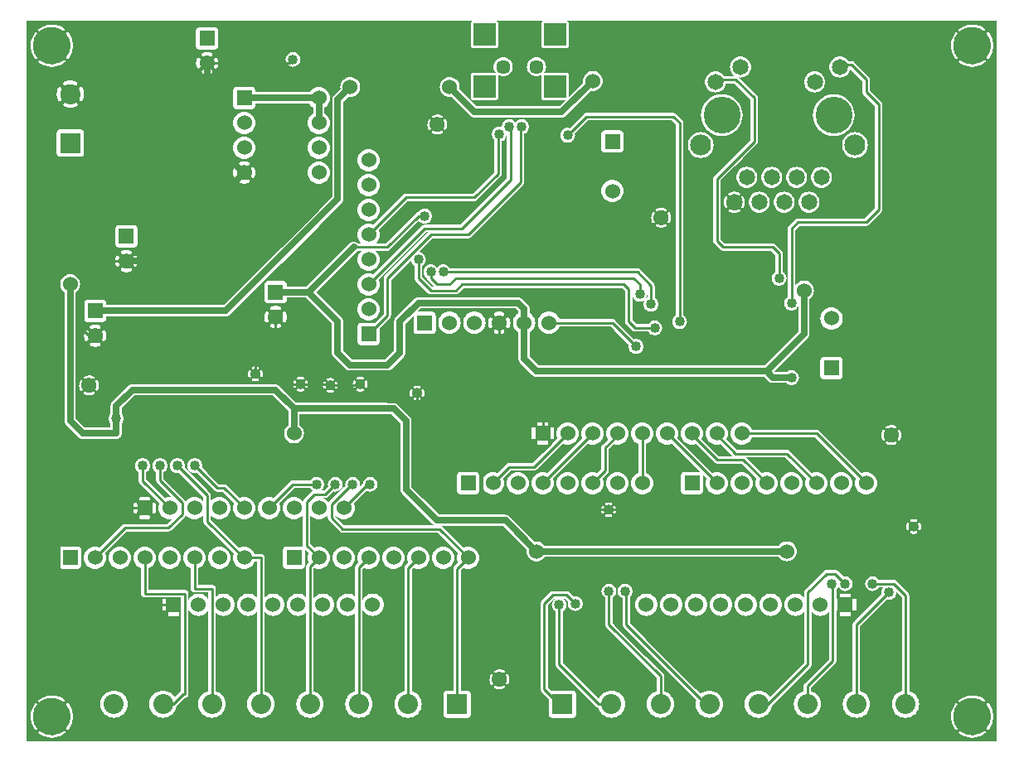
<source format=gbl>
G04 start of page 3 for group 1 idx 1 *
G04 Title: (unknown), solder *
G04 Creator: pcb 20091103 *
G04 CreationDate: Wed 19 Jan 2011 06:29:37 AM GMT UTC *
G04 For: nwertzberger *
G04 Format: Gerber/RS-274X *
G04 PCB-Dimensions: 400000 300000 *
G04 PCB-Coordinate-Origin: lower left *
%MOIN*%
%FSLAX25Y25*%
%LNBACK*%
%ADD11C,0.0200*%
%ADD12C,0.0100*%
%ADD13C,0.0250*%
%ADD14C,0.0800*%
%ADD15C,0.0600*%
%ADD16C,0.0650*%
%ADD17C,0.1480*%
%ADD18C,0.0840*%
%ADD19C,0.0570*%
%ADD20C,0.1500*%
%ADD21C,0.0400*%
%ADD32C,0.0280*%
%ADD33C,0.0350*%
%ADD34C,0.1280*%
%ADD35C,0.0640*%
%ADD36C,0.0300*%
%ADD37C,0.0680*%
%ADD38C,0.0360*%
%ADD39C,0.1300*%
G54D11*G36*
X293960Y265242D02*X295870Y263332D01*
Y247075D01*
X293960Y245165D01*
Y265242D01*
G37*
G36*
X337900Y273802D02*X340870Y270832D01*
Y266453D01*
X340876Y266385D01*
Y266323D01*
X340887Y266260D01*
X340893Y266193D01*
X340910Y266129D01*
X340921Y266066D01*
X340942Y266008D01*
X340960Y265940D01*
X340989Y265878D01*
X341010Y265820D01*
X341043Y265763D01*
X341071Y265703D01*
X341108Y265650D01*
X341141Y265593D01*
X341184Y265542D01*
X341221Y265489D01*
X341267Y265443D01*
X341309Y265393D01*
X345870Y260832D01*
Y219575D01*
X341748Y215453D01*
X337900D01*
Y239800D01*
X338803Y239879D01*
X339679Y240114D01*
X340500Y240497D01*
X341242Y241017D01*
X341883Y241658D01*
X342403Y242400D01*
X342786Y243221D01*
X343021Y244097D01*
X343100Y245000D01*
X343021Y245903D01*
X342786Y246779D01*
X342403Y247600D01*
X341883Y248342D01*
X341242Y248983D01*
X340500Y249503D01*
X339679Y249886D01*
X338803Y250121D01*
X337900Y250200D01*
Y273802D01*
G37*
G36*
Y111302D02*X338322Y110880D01*
X338141Y110492D01*
X337938Y109734D01*
X337900Y109298D01*
Y111302D01*
G37*
G36*
X392149Y17257D02*X392307Y16688D01*
X392427Y16044D01*
X392489Y15393D01*
X392495Y14739D01*
X392444Y14086D01*
X392336Y13441D01*
X392172Y12808D01*
X392149Y12743D01*
Y17257D01*
G37*
G36*
Y287257D02*X392307Y286688D01*
X392427Y286044D01*
X392489Y285393D01*
X392495Y284739D01*
X392444Y284086D01*
X392336Y283441D01*
X392172Y282808D01*
X392149Y282743D01*
Y287257D01*
G37*
G36*
Y295000D02*X395000D01*
Y5000D01*
X392149D01*
Y10410D01*
X392208Y10496D01*
X392573Y11142D01*
X392881Y11816D01*
X393128Y12515D01*
X393314Y13233D01*
X393436Y13965D01*
X393494Y14704D01*
X393488Y15445D01*
X393417Y16183D01*
X393282Y16913D01*
X393083Y17627D01*
X392824Y18322D01*
X392505Y18991D01*
X392149Y19594D01*
Y280410D01*
X392208Y280496D01*
X392573Y281142D01*
X392881Y281816D01*
X393128Y282515D01*
X393314Y283233D01*
X393436Y283965D01*
X393494Y284704D01*
X393488Y285445D01*
X393417Y286183D01*
X393282Y286913D01*
X393083Y287627D01*
X392824Y288322D01*
X392505Y288991D01*
X392149Y289594D01*
Y295000D01*
G37*
G36*
X384944D02*X392149D01*
Y289594D01*
X392128Y289630D01*
X391698Y290234D01*
X391639Y290298D01*
X391569Y290350D01*
X391491Y290390D01*
X391408Y290415D01*
X391321Y290426D01*
X391234Y290421D01*
X391149Y290402D01*
X391069Y290367D01*
X390996Y290320D01*
X390932Y290261D01*
X390880Y290191D01*
X390840Y290113D01*
X390815Y290030D01*
X390804Y289943D01*
X390809Y289856D01*
X390828Y289771D01*
X390863Y289691D01*
X390910Y289618D01*
X391290Y289085D01*
X391622Y288522D01*
X391903Y287931D01*
X392132Y287318D01*
X392149Y287257D01*
Y282743D01*
X391953Y282191D01*
X391682Y281596D01*
X391360Y281026D01*
X390989Y280487D01*
X390990D01*
X390944Y280413D01*
X390911Y280332D01*
X390893Y280247D01*
X390890Y280160D01*
X390902Y280074D01*
X390929Y279991D01*
X390970Y279914D01*
X391023Y279845D01*
X391088Y279787D01*
X391162Y279741D01*
X391243Y279708D01*
X391328Y279690D01*
X391415Y279687D01*
X391501Y279699D01*
X391584Y279726D01*
X391661Y279767D01*
X391730Y279820D01*
X391788Y279885D01*
X392149Y280410D01*
Y19594D01*
X392128Y19630D01*
X391698Y20234D01*
X391639Y20298D01*
X391569Y20350D01*
X391491Y20390D01*
X391408Y20415D01*
X391321Y20426D01*
X391234Y20421D01*
X391149Y20402D01*
X391069Y20367D01*
X390996Y20320D01*
X390932Y20261D01*
X390880Y20191D01*
X390840Y20113D01*
X390815Y20030D01*
X390804Y19943D01*
X390809Y19856D01*
X390828Y19771D01*
X390863Y19691D01*
X390910Y19618D01*
X391290Y19085D01*
X391622Y18522D01*
X391903Y17931D01*
X392132Y17318D01*
X392149Y17257D01*
Y12743D01*
X391953Y12191D01*
X391682Y11596D01*
X391360Y11026D01*
X390989Y10487D01*
X390990D01*
X390944Y10413D01*
X390911Y10332D01*
X390893Y10247D01*
X390890Y10160D01*
X390902Y10074D01*
X390929Y9991D01*
X390970Y9914D01*
X391023Y9845D01*
X391088Y9787D01*
X391162Y9741D01*
X391243Y9708D01*
X391328Y9690D01*
X391415Y9687D01*
X391501Y9699D01*
X391584Y9726D01*
X391661Y9767D01*
X391730Y9820D01*
X391788Y9885D01*
X392149Y10410D01*
Y5000D01*
X384944D01*
Y6508D01*
X385444Y6512D01*
X386182Y6583D01*
X386912Y6718D01*
X387626Y6917D01*
X388321Y7176D01*
X388990Y7495D01*
X389629Y7872D01*
X390233Y8302D01*
X390297Y8361D01*
X390349Y8431D01*
X390389Y8509D01*
X390414Y8592D01*
X390425Y8679D01*
X390420Y8766D01*
X390401Y8851D01*
X390366Y8931D01*
X390319Y9004D01*
X390260Y9068D01*
X390190Y9120D01*
X390112Y9160D01*
X390029Y9185D01*
X389942Y9196D01*
X389855Y9191D01*
X389770Y9172D01*
X389690Y9137D01*
X389617Y9090D01*
X389084Y8710D01*
X388521Y8378D01*
X387930Y8097D01*
X387317Y7868D01*
X386687Y7693D01*
X386043Y7573D01*
X385392Y7511D01*
X384944Y7507D01*
Y22493D01*
X385261Y22496D01*
X385914Y22445D01*
X386559Y22337D01*
X387192Y22173D01*
X387809Y21954D01*
X388404Y21683D01*
X388974Y21361D01*
X389513Y20990D01*
Y20991D01*
X389587Y20945D01*
X389668Y20912D01*
X389753Y20894D01*
X389840Y20891D01*
X389926Y20903D01*
X390009Y20930D01*
X390086Y20971D01*
X390155Y21024D01*
X390213Y21089D01*
X390259Y21163D01*
X390292Y21244D01*
X390310Y21329D01*
X390313Y21416D01*
X390301Y21502D01*
X390274Y21585D01*
X390233Y21662D01*
X390180Y21731D01*
X390115Y21789D01*
X389504Y22209D01*
X388858Y22574D01*
X388184Y22882D01*
X387485Y23129D01*
X386767Y23315D01*
X386035Y23437D01*
X385296Y23495D01*
X384944Y23492D01*
Y276508D01*
X385444Y276512D01*
X386182Y276583D01*
X386912Y276718D01*
X387626Y276917D01*
X388321Y277176D01*
X388990Y277495D01*
X389629Y277872D01*
X390233Y278302D01*
X390297Y278361D01*
X390349Y278431D01*
X390389Y278509D01*
X390414Y278592D01*
X390425Y278679D01*
X390420Y278766D01*
X390401Y278851D01*
X390366Y278931D01*
X390319Y279004D01*
X390260Y279068D01*
X390190Y279120D01*
X390112Y279160D01*
X390029Y279185D01*
X389942Y279196D01*
X389855Y279191D01*
X389770Y279172D01*
X389690Y279137D01*
X389617Y279090D01*
X389084Y278710D01*
X388521Y278378D01*
X387930Y278097D01*
X387317Y277868D01*
X386687Y277693D01*
X386043Y277573D01*
X385392Y277511D01*
X384944Y277507D01*
Y292493D01*
X385261Y292496D01*
X385914Y292445D01*
X386559Y292337D01*
X387192Y292173D01*
X387809Y291954D01*
X388404Y291683D01*
X388974Y291361D01*
X389513Y290990D01*
Y290991D01*
X389587Y290945D01*
X389668Y290912D01*
X389753Y290894D01*
X389840Y290891D01*
X389926Y290903D01*
X390009Y290930D01*
X390086Y290971D01*
X390155Y291024D01*
X390213Y291089D01*
X390259Y291163D01*
X390292Y291244D01*
X390310Y291329D01*
X390313Y291416D01*
X390301Y291502D01*
X390274Y291585D01*
X390233Y291662D01*
X390180Y291731D01*
X390115Y291789D01*
X389504Y292209D01*
X388858Y292574D01*
X388184Y292882D01*
X387485Y293129D01*
X386767Y293315D01*
X386035Y293437D01*
X385296Y293495D01*
X384944Y293492D01*
Y295000D01*
G37*
G36*
X377850D02*X384944D01*
Y293492D01*
X384555Y293489D01*
X383817Y293418D01*
X383087Y293283D01*
X382373Y293084D01*
X381678Y292825D01*
X381009Y292506D01*
X380370Y292129D01*
X379766Y291699D01*
X379702Y291640D01*
X379650Y291570D01*
X379610Y291492D01*
X379585Y291409D01*
X379574Y291322D01*
X379579Y291235D01*
X379598Y291150D01*
X379633Y291070D01*
X379680Y290997D01*
X379739Y290933D01*
X379809Y290881D01*
X379887Y290841D01*
X379970Y290816D01*
X380057Y290805D01*
X380144Y290810D01*
X380229Y290829D01*
X380309Y290864D01*
X380382Y290911D01*
X380915Y291291D01*
X381478Y291623D01*
X382069Y291904D01*
X382682Y292133D01*
X383312Y292308D01*
X383956Y292428D01*
X384607Y292490D01*
X384944Y292493D01*
Y277507D01*
X384738Y277505D01*
X384085Y277556D01*
X383440Y277664D01*
X382807Y277828D01*
X382190Y278047D01*
X381595Y278318D01*
X381025Y278640D01*
X380486Y279011D01*
Y279010D01*
X380412Y279056D01*
X380331Y279089D01*
X380246Y279107D01*
X380159Y279110D01*
X380073Y279098D01*
X379990Y279071D01*
X379913Y279030D01*
X379844Y278977D01*
X379786Y278912D01*
X379740Y278838D01*
X379707Y278757D01*
X379689Y278672D01*
X379686Y278585D01*
X379698Y278499D01*
X379725Y278416D01*
X379766Y278339D01*
X379819Y278270D01*
X379884Y278212D01*
X380495Y277792D01*
X381141Y277427D01*
X381815Y277119D01*
X382514Y276872D01*
X383232Y276686D01*
X383964Y276564D01*
X384703Y276506D01*
X384944Y276508D01*
Y23492D01*
X384555Y23489D01*
X383817Y23418D01*
X383087Y23283D01*
X382373Y23084D01*
X381678Y22825D01*
X381009Y22506D01*
X380370Y22129D01*
X379766Y21699D01*
X379702Y21640D01*
X379650Y21570D01*
X379610Y21492D01*
X379585Y21409D01*
X379574Y21322D01*
X379579Y21235D01*
X379598Y21150D01*
X379633Y21070D01*
X379680Y20997D01*
X379739Y20933D01*
X379809Y20881D01*
X379887Y20841D01*
X379970Y20816D01*
X380057Y20805D01*
X380144Y20810D01*
X380229Y20829D01*
X380309Y20864D01*
X380382Y20911D01*
X380915Y21291D01*
X381478Y21623D01*
X382069Y21904D01*
X382682Y22133D01*
X383312Y22308D01*
X383956Y22428D01*
X384607Y22490D01*
X384944Y22493D01*
Y7507D01*
X384738Y7505D01*
X384085Y7556D01*
X383440Y7664D01*
X382807Y7828D01*
X382190Y8047D01*
X381595Y8318D01*
X381025Y8640D01*
X380486Y9011D01*
Y9010D01*
X380412Y9056D01*
X380331Y9089D01*
X380246Y9107D01*
X380159Y9110D01*
X380073Y9098D01*
X379990Y9071D01*
X379913Y9030D01*
X379844Y8977D01*
X379786Y8912D01*
X379740Y8838D01*
X379707Y8757D01*
X379689Y8672D01*
X379686Y8585D01*
X379698Y8499D01*
X379725Y8416D01*
X379766Y8339D01*
X379819Y8270D01*
X379884Y8212D01*
X380495Y7792D01*
X381141Y7427D01*
X381815Y7119D01*
X382514Y6872D01*
X383232Y6686D01*
X383964Y6564D01*
X384703Y6506D01*
X384944Y6508D01*
Y5000D01*
X377850D01*
Y10407D01*
X377871Y10371D01*
X378301Y9767D01*
X378360Y9703D01*
X378430Y9651D01*
X378508Y9611D01*
X378591Y9586D01*
X378678Y9575D01*
X378765Y9580D01*
X378850Y9599D01*
X378930Y9634D01*
X379003Y9681D01*
X379067Y9740D01*
X379119Y9810D01*
X379159Y9888D01*
X379184Y9971D01*
X379195Y10058D01*
X379190Y10145D01*
X379171Y10230D01*
X379136Y10310D01*
X379089Y10383D01*
X378709Y10916D01*
X378377Y11479D01*
X378096Y12070D01*
X377867Y12683D01*
X377850Y12744D01*
Y17258D01*
X378046Y17810D01*
X378317Y18405D01*
X378639Y18975D01*
X379010Y19514D01*
X379009D01*
X379055Y19588D01*
X379088Y19669D01*
X379106Y19754D01*
X379109Y19841D01*
X379097Y19927D01*
X379070Y20010D01*
X379029Y20087D01*
X378976Y20156D01*
X378911Y20214D01*
X378837Y20260D01*
X378756Y20293D01*
X378671Y20311D01*
X378584Y20314D01*
X378498Y20302D01*
X378415Y20275D01*
X378338Y20234D01*
X378269Y20181D01*
X378211Y20116D01*
X377850Y19591D01*
Y280407D01*
X377871Y280371D01*
X378301Y279767D01*
X378360Y279703D01*
X378430Y279651D01*
X378508Y279611D01*
X378591Y279586D01*
X378678Y279575D01*
X378765Y279580D01*
X378850Y279599D01*
X378930Y279634D01*
X379003Y279681D01*
X379067Y279740D01*
X379119Y279810D01*
X379159Y279888D01*
X379184Y279971D01*
X379195Y280058D01*
X379190Y280145D01*
X379171Y280230D01*
X379136Y280310D01*
X379089Y280383D01*
X378709Y280916D01*
X378377Y281479D01*
X378096Y282070D01*
X377867Y282683D01*
X377850Y282744D01*
Y287258D01*
X378046Y287810D01*
X378317Y288405D01*
X378639Y288975D01*
X379010Y289514D01*
X379009D01*
X379055Y289588D01*
X379088Y289669D01*
X379106Y289754D01*
X379109Y289841D01*
X379097Y289927D01*
X379070Y290010D01*
X379029Y290087D01*
X378976Y290156D01*
X378911Y290214D01*
X378837Y290260D01*
X378756Y290293D01*
X378671Y290311D01*
X378584Y290314D01*
X378498Y290302D01*
X378415Y290275D01*
X378338Y290234D01*
X378269Y290181D01*
X378211Y290116D01*
X377850Y289591D01*
Y295000D01*
G37*
G36*
Y12744D02*X377692Y13313D01*
X377572Y13957D01*
X377510Y14608D01*
X377504Y15262D01*
X377555Y15915D01*
X377663Y16560D01*
X377827Y17193D01*
X377850Y17258D01*
Y12744D01*
G37*
G36*
Y282744D02*X377692Y283313D01*
X377572Y283957D01*
X377510Y284608D01*
X377504Y285262D01*
X377555Y285915D01*
X377663Y286560D01*
X377827Y287193D01*
X377850Y287258D01*
Y282744D01*
G37*
G36*
X355779Y64100D02*X356700Y63179D01*
Y25270D01*
X356319Y25168D01*
X355779Y24916D01*
Y64100D01*
G37*
G36*
X363909Y295000D02*X377850D01*
Y289591D01*
X377791Y289505D01*
X377426Y288859D01*
X377118Y288185D01*
X376871Y287486D01*
X376685Y286768D01*
X376563Y286036D01*
X376505Y285297D01*
X376511Y284556D01*
X376582Y283818D01*
X376717Y283088D01*
X376916Y282374D01*
X377175Y281679D01*
X377494Y281010D01*
X377850Y280407D01*
Y19591D01*
X377791Y19505D01*
X377426Y18859D01*
X377118Y18185D01*
X376871Y17486D01*
X376685Y16768D01*
X376563Y16036D01*
X376505Y15297D01*
X376511Y14556D01*
X376582Y13818D01*
X376717Y13088D01*
X376916Y12374D01*
X377175Y11679D01*
X377494Y11010D01*
X377850Y10407D01*
Y5000D01*
X363909D01*
Y90074D01*
X363972Y90088D01*
X364052Y90122D01*
X364125Y90170D01*
X364189Y90230D01*
X364241Y90299D01*
X364281Y90377D01*
X364376Y90648D01*
X364444Y90928D01*
X364486Y91213D01*
X364500Y91500D01*
X364486Y91788D01*
X364444Y92073D01*
X364376Y92353D01*
X364281Y92624D01*
X364280D01*
X364240Y92702D01*
X364188Y92771D01*
X364124Y92830D01*
X364051Y92878D01*
X363971Y92912D01*
X363909Y92926D01*
Y295000D01*
G37*
G36*
X361499D02*X363909D01*
Y92926D01*
X363887Y92931D01*
X363800Y92936D01*
X363713Y92925D01*
X363630Y92900D01*
X363552Y92860D01*
X363483Y92808D01*
X363424Y92744D01*
X363376Y92671D01*
X363342Y92591D01*
X363323Y92507D01*
X363318Y92420D01*
X363329Y92333D01*
X363354Y92250D01*
X363417Y92069D01*
X363463Y91882D01*
X363490Y91692D01*
X363500Y91500D01*
X363490Y91309D01*
X363463Y91119D01*
X363417Y90932D01*
X363354Y90751D01*
X363353D01*
X363328Y90668D01*
X363317Y90581D01*
X363322Y90494D01*
X363341Y90409D01*
X363375Y90329D01*
X363423Y90256D01*
X363483Y90192D01*
X363552Y90140D01*
X363630Y90100D01*
X363713Y90075D01*
X363800Y90064D01*
X363887Y90069D01*
X363909Y90074D01*
Y5000D01*
X361499D01*
Y15622D01*
X361735Y15787D01*
X362413Y16465D01*
X362963Y17250D01*
X363368Y18119D01*
X363616Y19045D01*
X363700Y20000D01*
X363616Y20955D01*
X363368Y21881D01*
X362963Y22750D01*
X362413Y23535D01*
X361735Y24213D01*
X361499Y24378D01*
Y88500D01*
X361787Y88514D01*
X362072Y88556D01*
X362352Y88624D01*
X362623Y88719D01*
Y88720D01*
X362701Y88760D01*
X362770Y88812D01*
X362829Y88876D01*
X362877Y88949D01*
X362911Y89029D01*
X362930Y89113D01*
X362935Y89200D01*
X362924Y89287D01*
X362899Y89370D01*
X362859Y89448D01*
X362807Y89517D01*
X362743Y89576D01*
X362670Y89624D01*
X362590Y89658D01*
X362506Y89677D01*
X362419Y89682D01*
X362332Y89671D01*
X362249Y89646D01*
X362068Y89583D01*
X361881Y89537D01*
X361691Y89510D01*
X361499Y89500D01*
Y93500D01*
X361500D01*
X361691Y93491D01*
X361881Y93464D01*
X362068Y93418D01*
X362249Y93355D01*
Y93354D01*
X362332Y93329D01*
X362419Y93318D01*
X362506Y93323D01*
X362591Y93342D01*
X362671Y93376D01*
X362744Y93424D01*
X362808Y93484D01*
X362860Y93553D01*
X362900Y93631D01*
X362925Y93714D01*
X362936Y93801D01*
X362931Y93888D01*
X362912Y93973D01*
X362878Y94053D01*
X362830Y94126D01*
X362770Y94190D01*
X362701Y94242D01*
X362623Y94282D01*
X362352Y94377D01*
X362072Y94445D01*
X361787Y94487D01*
X361500Y94500D01*
X361499D01*
Y295000D01*
G37*
G36*
Y5000D02*X355779D01*
Y15084D01*
X356319Y14832D01*
X357245Y14584D01*
X358200Y14500D01*
X359155Y14584D01*
X360081Y14832D01*
X360950Y15237D01*
X361499Y15622D01*
Y5000D01*
G37*
G36*
X359091Y295000D02*X361499D01*
Y94500D01*
X361212Y94487D01*
X360927Y94445D01*
X360647Y94377D01*
X360376Y94282D01*
Y94281D01*
X360298Y94241D01*
X360229Y94189D01*
X360170Y94125D01*
X360122Y94052D01*
X360088Y93972D01*
X360069Y93888D01*
X360064Y93801D01*
X360075Y93714D01*
X360100Y93631D01*
X360140Y93553D01*
X360192Y93484D01*
X360256Y93425D01*
X360329Y93377D01*
X360409Y93343D01*
X360493Y93324D01*
X360580Y93319D01*
X360667Y93330D01*
X360750Y93355D01*
X360931Y93418D01*
X361118Y93464D01*
X361308Y93491D01*
X361499Y93500D01*
Y89500D01*
X361308Y89510D01*
X361118Y89537D01*
X360931Y89583D01*
X360750Y89646D01*
Y89647D01*
X360667Y89672D01*
X360580Y89683D01*
X360493Y89678D01*
X360408Y89659D01*
X360328Y89625D01*
X360255Y89577D01*
X360191Y89517D01*
X360139Y89448D01*
X360099Y89370D01*
X360074Y89287D01*
X360063Y89200D01*
X360068Y89113D01*
X360087Y89028D01*
X360121Y88948D01*
X360169Y88875D01*
X360229Y88811D01*
X360298Y88759D01*
X360376Y88719D01*
X360647Y88624D01*
X360927Y88556D01*
X361212Y88514D01*
X361499Y88500D01*
Y24378D01*
X360950Y24763D01*
X360081Y25168D01*
X359700Y25270D01*
Y63800D01*
X359694Y63868D01*
Y63931D01*
X359683Y63994D01*
X359677Y64060D01*
X359659Y64129D01*
X359648Y64189D01*
X359629Y64241D01*
X359610Y64313D01*
X359579Y64380D01*
X359559Y64434D01*
X359529Y64486D01*
X359499Y64550D01*
X359460Y64606D01*
X359428Y64661D01*
X359387Y64709D01*
X359349Y64764D01*
X359302Y64811D01*
X359260Y64861D01*
X359091Y65030D01*
Y90075D01*
X359112Y90070D01*
X359199Y90065D01*
X359286Y90076D01*
X359369Y90101D01*
X359447Y90141D01*
X359516Y90193D01*
X359575Y90257D01*
X359623Y90330D01*
X359657Y90410D01*
X359676Y90494D01*
X359681Y90581D01*
X359670Y90668D01*
X359645Y90751D01*
X359582Y90932D01*
X359536Y91119D01*
X359509Y91309D01*
X359500Y91501D01*
X359509Y91692D01*
X359536Y91882D01*
X359582Y92069D01*
X359645Y92250D01*
X359646D01*
X359671Y92333D01*
X359682Y92420D01*
X359677Y92507D01*
X359658Y92592D01*
X359624Y92672D01*
X359576Y92745D01*
X359516Y92809D01*
X359447Y92861D01*
X359369Y92901D01*
X359286Y92926D01*
X359199Y92937D01*
X359112Y92932D01*
X359091Y92927D01*
Y295000D01*
G37*
G36*
X355779D02*X359091D01*
Y92927D01*
X359027Y92913D01*
X358947Y92879D01*
X358874Y92831D01*
X358810Y92771D01*
X358758Y92702D01*
X358718Y92624D01*
X358623Y92353D01*
X358555Y92073D01*
X358513Y91788D01*
X358500Y91501D01*
X358513Y91213D01*
X358555Y90928D01*
X358623Y90648D01*
X358718Y90377D01*
X358719D01*
X358759Y90299D01*
X358811Y90230D01*
X358875Y90171D01*
X358948Y90123D01*
X359028Y90089D01*
X359091Y90075D01*
Y65030D01*
X355779Y68342D01*
Y126195D01*
X355855Y126234D01*
X355924Y126286D01*
X355984Y126350D01*
X356031Y126423D01*
X356186Y126749D01*
X356311Y127089D01*
X356405Y127438D01*
X356467Y127794D01*
X356497Y128155D01*
X356494Y128516D01*
X356458Y128876D01*
X356390Y129231D01*
X356290Y129579D01*
X356159Y129916D01*
X355998Y130240D01*
X355999Y130239D01*
X355950Y130311D01*
X355890Y130374D01*
X355819Y130426D01*
X355779Y130445D01*
Y295000D01*
G37*
G36*
Y5000D02*X337900D01*
Y14553D01*
X338500Y14500D01*
X339455Y14584D01*
X340381Y14832D01*
X341250Y15237D01*
X342035Y15787D01*
X342713Y16465D01*
X343263Y17250D01*
X343668Y18119D01*
X343916Y19045D01*
X344000Y20000D01*
X343916Y20955D01*
X343668Y21881D01*
X343263Y22750D01*
X342713Y23535D01*
X342035Y24213D01*
X341250Y24763D01*
X340381Y25168D01*
X340000Y25270D01*
Y51380D01*
X350732Y62112D01*
X350979Y62046D01*
X351500Y62000D01*
X352021Y62046D01*
X352526Y62181D01*
X353000Y62402D01*
X353428Y62702D01*
X353798Y63072D01*
X354098Y63500D01*
X354319Y63974D01*
X354454Y64479D01*
X354500Y65000D01*
X354463Y65416D01*
X355779Y64100D01*
Y24916D01*
X355450Y24763D01*
X354665Y24213D01*
X353987Y23535D01*
X353437Y22750D01*
X353032Y21881D01*
X352784Y20955D01*
X352700Y20000D01*
X352784Y19045D01*
X353032Y18119D01*
X353437Y17250D01*
X353987Y16465D01*
X354665Y15787D01*
X355450Y15237D01*
X355779Y15084D01*
Y5000D01*
G37*
G36*
X352527Y295000D02*X355779D01*
Y130445D01*
X355741Y130464D01*
X355657Y130488D01*
X355570Y130497D01*
X355483Y130491D01*
X355399Y130470D01*
X355319Y130435D01*
X355247Y130386D01*
X355184Y130326D01*
X355132Y130255D01*
X355094Y130177D01*
X355070Y130093D01*
X355061Y130006D01*
X355067Y129919D01*
X355088Y129835D01*
X355123Y129755D01*
X355244Y129512D01*
X355342Y129259D01*
X355417Y128999D01*
X355468Y128732D01*
X355495Y128462D01*
X355498Y128191D01*
X355475Y127921D01*
X355429Y127654D01*
X355358Y127392D01*
X355265Y127137D01*
X355148Y126892D01*
X355149Y126891D01*
X355115Y126811D01*
X355096Y126726D01*
X355091Y126639D01*
X355102Y126553D01*
X355127Y126470D01*
X355167Y126392D01*
X355219Y126323D01*
X355283Y126263D01*
X355356Y126216D01*
X355436Y126182D01*
X355521Y126163D01*
X355608Y126158D01*
X355694Y126169D01*
X355777Y126194D01*
X355779Y126195D01*
Y68342D01*
X354561Y69560D01*
X354511Y69602D01*
X354464Y69649D01*
X354409Y69687D01*
X354361Y69728D01*
X354306Y69760D01*
X354250Y69799D01*
X354186Y69829D01*
X354134Y69859D01*
X354080Y69879D01*
X354013Y69910D01*
X353941Y69929D01*
X353889Y69948D01*
X353829Y69959D01*
X353760Y69977D01*
X353694Y69983D01*
X353631Y69994D01*
X353568D01*
X353500Y70000D01*
X352527D01*
Y124304D01*
X352715Y124306D01*
X353075Y124342D01*
X353430Y124410D01*
X353778Y124510D01*
X354115Y124641D01*
X354439Y124802D01*
X354438Y124801D01*
X354510Y124850D01*
X354573Y124910D01*
X354625Y124981D01*
X354663Y125059D01*
X354687Y125143D01*
X354696Y125230D01*
X354690Y125317D01*
X354669Y125401D01*
X354634Y125481D01*
X354585Y125553D01*
X354525Y125616D01*
X354454Y125668D01*
X354376Y125706D01*
X354292Y125730D01*
X354205Y125739D01*
X354118Y125733D01*
X354034Y125712D01*
X353954Y125677D01*
X353711Y125556D01*
X353458Y125458D01*
X353198Y125383D01*
X352931Y125332D01*
X352661Y125305D01*
X352527Y125304D01*
Y131298D01*
X352609Y131299D01*
X352879Y131276D01*
X353146Y131230D01*
X353408Y131159D01*
X353663Y131066D01*
X353908Y130949D01*
X353909Y130950D01*
X353989Y130916D01*
X354074Y130897D01*
X354161Y130892D01*
X354247Y130903D01*
X354330Y130928D01*
X354408Y130968D01*
X354477Y131020D01*
X354537Y131084D01*
X354584Y131157D01*
X354618Y131237D01*
X354637Y131322D01*
X354642Y131409D01*
X354631Y131495D01*
X354606Y131578D01*
X354566Y131656D01*
X354514Y131725D01*
X354450Y131785D01*
X354377Y131832D01*
X354051Y131987D01*
X353711Y132112D01*
X353362Y132206D01*
X353006Y132268D01*
X352645Y132298D01*
X352527Y132297D01*
Y295000D01*
G37*
G36*
X349220Y67000D02*X349274D01*
X349220Y66946D01*
Y67000D01*
G37*
G36*
Y295000D02*X352527D01*
Y132297D01*
X352284Y132295D01*
X351924Y132259D01*
X351569Y132191D01*
X351221Y132091D01*
X350884Y131960D01*
X350560Y131799D01*
X350561Y131800D01*
X350489Y131751D01*
X350426Y131691D01*
X350374Y131620D01*
X350336Y131542D01*
X350312Y131458D01*
X350303Y131371D01*
X350309Y131284D01*
X350330Y131200D01*
X350365Y131120D01*
X350414Y131048D01*
X350474Y130985D01*
X350545Y130933D01*
X350623Y130895D01*
X350707Y130871D01*
X350794Y130862D01*
X350881Y130868D01*
X350965Y130889D01*
X351045Y130924D01*
X351288Y131045D01*
X351541Y131143D01*
X351801Y131218D01*
X352068Y131269D01*
X352338Y131296D01*
X352527Y131298D01*
Y125304D01*
X352390Y125302D01*
X352120Y125325D01*
X351853Y125371D01*
X351591Y125442D01*
X351336Y125535D01*
X351091Y125652D01*
X351090Y125651D01*
X351010Y125685D01*
X350925Y125704D01*
X350838Y125709D01*
X350752Y125698D01*
X350669Y125673D01*
X350591Y125633D01*
X350522Y125581D01*
X350462Y125517D01*
X350415Y125444D01*
X350381Y125364D01*
X350362Y125279D01*
X350357Y125192D01*
X350368Y125106D01*
X350393Y125023D01*
X350433Y124945D01*
X350485Y124876D01*
X350549Y124816D01*
X350622Y124769D01*
X350948Y124614D01*
X351288Y124489D01*
X351637Y124395D01*
X351993Y124333D01*
X352354Y124303D01*
X352527Y124304D01*
Y70000D01*
X349220D01*
Y126156D01*
X349258Y126137D01*
X349342Y126113D01*
X349429Y126104D01*
X349516Y126110D01*
X349600Y126131D01*
X349680Y126166D01*
X349752Y126215D01*
X349815Y126275D01*
X349867Y126346D01*
X349905Y126424D01*
X349929Y126508D01*
X349938Y126595D01*
X349932Y126682D01*
X349911Y126766D01*
X349876Y126846D01*
X349755Y127089D01*
X349657Y127342D01*
X349582Y127602D01*
X349531Y127869D01*
X349504Y128139D01*
X349501Y128410D01*
X349524Y128680D01*
X349570Y128947D01*
X349641Y129209D01*
X349734Y129464D01*
X349851Y129709D01*
X349850Y129710D01*
X349884Y129790D01*
X349903Y129875D01*
X349908Y129962D01*
X349897Y130048D01*
X349872Y130131D01*
X349832Y130209D01*
X349780Y130278D01*
X349716Y130338D01*
X349643Y130385D01*
X349563Y130419D01*
X349478Y130438D01*
X349391Y130443D01*
X349305Y130432D01*
X349222Y130407D01*
X349220Y130406D01*
Y295000D01*
G37*
G36*
X337900D02*X349220D01*
Y130406D01*
X349144Y130367D01*
X349075Y130315D01*
X349015Y130251D01*
X348968Y130178D01*
X348813Y129852D01*
X348688Y129512D01*
X348594Y129163D01*
X348532Y128807D01*
X348502Y128446D01*
X348505Y128085D01*
X348541Y127725D01*
X348609Y127370D01*
X348709Y127022D01*
X348840Y126685D01*
X349001Y126361D01*
X349000Y126362D01*
X349049Y126290D01*
X349109Y126227D01*
X349180Y126175D01*
X349220Y126156D01*
Y70000D01*
X347598D01*
X347298Y70428D01*
X346928Y70798D01*
X346500Y71098D01*
X346026Y71319D01*
X345521Y71454D01*
X345000Y71500D01*
X344479Y71454D01*
X343974Y71319D01*
X343500Y71098D01*
X343072Y70798D01*
X342702Y70428D01*
X342402Y70000D01*
X342181Y69526D01*
X342046Y69021D01*
X342000Y68500D01*
X342046Y67979D01*
X342181Y67474D01*
X342402Y67000D01*
X342702Y66572D01*
X343072Y66202D01*
X343500Y65902D01*
X343974Y65681D01*
X344479Y65546D01*
X345000Y65500D01*
X345521Y65546D01*
X346026Y65681D01*
X346500Y65902D01*
X346928Y66202D01*
X347298Y66572D01*
X347598Y67000D01*
X349220D01*
Y66946D01*
X349202Y66928D01*
X348902Y66500D01*
X348681Y66026D01*
X348546Y65521D01*
X348500Y65000D01*
X348546Y64479D01*
X348612Y64234D01*
X337900Y53522D01*
Y57750D01*
X338500D01*
Y62250D01*
X337900D01*
Y108608D01*
X337938Y108172D01*
X338141Y107414D01*
X338473Y106703D01*
X338923Y106060D01*
X339477Y105506D01*
X340120Y105056D01*
X340831Y104724D01*
X341589Y104521D01*
X342370Y104453D01*
X343151Y104521D01*
X343909Y104724D01*
X344620Y105056D01*
X345263Y105506D01*
X345817Y106060D01*
X346267Y106703D01*
X346599Y107414D01*
X346802Y108172D01*
X346870Y108953D01*
X346802Y109734D01*
X346599Y110492D01*
X346267Y111203D01*
X345817Y111846D01*
X345263Y112400D01*
X344620Y112850D01*
X343909Y113182D01*
X343151Y113385D01*
X342370Y113453D01*
X341589Y113385D01*
X340831Y113182D01*
X340443Y113001D01*
X337900Y115544D01*
Y212453D01*
X342370D01*
X342451Y212460D01*
X342501D01*
X342555Y212469D01*
X342630Y212476D01*
X342703Y212495D01*
X342758Y212505D01*
X342807Y212523D01*
X342883Y212543D01*
X342951Y212575D01*
X343004Y212594D01*
X343056Y212624D01*
X343120Y212654D01*
X343180Y212696D01*
X343230Y212725D01*
X343274Y212762D01*
X343334Y212804D01*
X343386Y212856D01*
X343430Y212893D01*
X348430Y217893D01*
X348431Y217892D01*
X348478Y217948D01*
X348519Y217989D01*
X348552Y218036D01*
X348599Y218092D01*
X348636Y218156D01*
X348669Y218203D01*
X348695Y218258D01*
X348730Y218319D01*
X348752Y218381D01*
X348780Y218440D01*
X348797Y218504D01*
X348819Y218565D01*
X348831Y218634D01*
X348847Y218693D01*
X348852Y218749D01*
X348865Y218822D01*
Y218896D01*
X348870Y218953D01*
Y261453D01*
X348864Y261521D01*
Y261584D01*
X348853Y261647D01*
X348847Y261713D01*
X348829Y261782D01*
X348818Y261842D01*
X348799Y261894D01*
X348780Y261966D01*
X348749Y262033D01*
X348729Y262087D01*
X348699Y262139D01*
X348669Y262203D01*
X348630Y262259D01*
X348598Y262314D01*
X348557Y262362D01*
X348519Y262417D01*
X348472Y262464D01*
X348430Y262514D01*
X343870Y267074D01*
Y271453D01*
X343864Y271521D01*
Y271584D01*
X343853Y271647D01*
X343847Y271713D01*
X343829Y271782D01*
X343818Y271842D01*
X343799Y271894D01*
X343780Y271966D01*
X343749Y272033D01*
X343729Y272087D01*
X343699Y272139D01*
X343669Y272203D01*
X343630Y272259D01*
X343598Y272314D01*
X343557Y272362D01*
X343519Y272417D01*
X343472Y272464D01*
X343430Y272514D01*
X337900Y278044D01*
Y295000D01*
G37*
G36*
Y115544D02*X328470Y124974D01*
Y150753D01*
X331470D01*
X331730Y150776D01*
X331983Y150843D01*
X332220Y150954D01*
X332434Y151104D01*
X332619Y151289D01*
X332769Y151503D01*
X332880Y151740D01*
X332947Y151993D01*
X332970Y152253D01*
Y158253D01*
X332947Y158513D01*
X332880Y158766D01*
X332769Y159003D01*
X332619Y159217D01*
X332434Y159402D01*
X332220Y159552D01*
X331983Y159663D01*
X331730Y159730D01*
X331470Y159753D01*
X328470D01*
Y170753D01*
X329251Y170821D01*
X330009Y171024D01*
X330720Y171356D01*
X331363Y171806D01*
X331917Y172360D01*
X332367Y173003D01*
X332699Y173714D01*
X332902Y174472D01*
X332970Y175253D01*
X332902Y176034D01*
X332699Y176792D01*
X332367Y177503D01*
X331917Y178146D01*
X331363Y178700D01*
X330720Y179150D01*
X330009Y179482D01*
X329251Y179685D01*
X328470Y179753D01*
Y212453D01*
X337900D01*
Y115544D01*
G37*
G36*
X328470Y124974D02*X323431Y130013D01*
X323381Y130055D01*
X323334Y130102D01*
X323279Y130140D01*
X323231Y130181D01*
X323176Y130213D01*
X323120Y130252D01*
X323056Y130282D01*
X323004Y130312D01*
X322950Y130332D01*
X322883Y130363D01*
X322811Y130382D01*
X322759Y130401D01*
X322699Y130412D01*
X322630Y130430D01*
X322564Y130436D01*
X322501Y130447D01*
X322438D01*
X322370Y130453D01*
X296609D01*
X296599Y130492D01*
X296267Y131203D01*
X295817Y131846D01*
X295263Y132400D01*
X294620Y132850D01*
X293960Y133158D01*
Y151703D01*
X301439D01*
X303280Y149862D01*
X303349Y149804D01*
X303424Y149729D01*
X303511Y149668D01*
X303580Y149610D01*
X303657Y149565D01*
X303745Y149504D01*
X303842Y149459D01*
X303920Y149414D01*
X304007Y149382D01*
X304100Y149339D01*
X304202Y149311D01*
X304289Y149280D01*
X304373Y149265D01*
X304479Y149237D01*
X304586Y149228D01*
X304675Y149212D01*
X304768D01*
X304870Y149203D01*
X310394D01*
X310442Y149155D01*
X310870Y148855D01*
X311344Y148634D01*
X311849Y148499D01*
X312370Y148453D01*
X312891Y148499D01*
X313396Y148634D01*
X313870Y148855D01*
X314298Y149155D01*
X314668Y149525D01*
X314968Y149953D01*
X315189Y150427D01*
X315324Y150932D01*
X315370Y151453D01*
X315324Y151974D01*
X315189Y152479D01*
X314968Y152953D01*
X314668Y153381D01*
X314298Y153751D01*
X313870Y154051D01*
X313396Y154272D01*
X312891Y154407D01*
X312370Y154453D01*
X311849Y154407D01*
X311344Y154272D01*
X310870Y154051D01*
X310442Y153751D01*
X310394Y153703D01*
X305801D01*
X305550Y153953D01*
X318960Y167363D01*
X318961Y167362D01*
X319022Y167435D01*
X319094Y167507D01*
X319150Y167588D01*
X319213Y167662D01*
X319263Y167748D01*
X319319Y167828D01*
X319362Y167920D01*
X319409Y168002D01*
X319442Y168092D01*
X319484Y168183D01*
X319511Y168282D01*
X319543Y168371D01*
X319559Y168460D01*
X319586Y168562D01*
X319595Y168667D01*
X319611Y168757D01*
Y168850D01*
X319620Y168953D01*
Y183164D01*
X319941Y183389D01*
X320434Y183882D01*
X320834Y184453D01*
X321129Y185085D01*
X321309Y185758D01*
X321370Y186453D01*
X321309Y187148D01*
X321129Y187821D01*
X320834Y188453D01*
X320434Y189024D01*
X319941Y189517D01*
X319370Y189917D01*
X318738Y190212D01*
X318065Y190392D01*
X317370Y190453D01*
X316675Y190392D01*
X316002Y190212D01*
X315370Y189917D01*
X314799Y189517D01*
X314306Y189024D01*
X313906Y188453D01*
X313870Y188376D01*
Y210833D01*
X315490Y212453D01*
X328470D01*
Y179753D01*
X327689Y179685D01*
X326931Y179482D01*
X326220Y179150D01*
X325577Y178700D01*
X325023Y178146D01*
X324573Y177503D01*
X324241Y176792D01*
X324038Y176034D01*
X323970Y175253D01*
X324038Y174472D01*
X324241Y173714D01*
X324573Y173003D01*
X325023Y172360D01*
X325577Y171806D01*
X326220Y171356D01*
X326931Y171024D01*
X327689Y170821D01*
X328470Y170753D01*
Y159753D01*
X325470D01*
X325210Y159730D01*
X324957Y159663D01*
X324720Y159552D01*
X324506Y159402D01*
X324321Y159217D01*
X324171Y159003D01*
X324060Y158766D01*
X323993Y158513D01*
X323970Y158253D01*
Y152253D01*
X323993Y151993D01*
X324060Y151740D01*
X324171Y151503D01*
X324321Y151289D01*
X324506Y151104D01*
X324720Y150954D01*
X324957Y150843D01*
X325210Y150776D01*
X325470Y150753D01*
X328470D01*
Y124974D01*
G37*
G36*
X312370Y55813D02*X312461Y55771D01*
X313219Y55568D01*
X314000Y55500D01*
X314781Y55568D01*
X315539Y55771D01*
X316250Y56103D01*
X316893Y56553D01*
X317447Y57107D01*
X317500Y57183D01*
Y36622D01*
X312370Y31492D01*
Y55813D01*
G37*
G36*
X337900Y5000D02*X332370D01*
Y55500D01*
X336250D01*
Y57000D01*
X332370D01*
Y63000D01*
X336250D01*
Y64500D01*
X332370D01*
Y65993D01*
X332500Y65902D01*
X332974Y65681D01*
X333479Y65546D01*
X334000Y65500D01*
X334521Y65546D01*
X335026Y65681D01*
X335500Y65902D01*
X335928Y66202D01*
X336298Y66572D01*
X336598Y67000D01*
X336819Y67474D01*
X336954Y67979D01*
X337000Y68500D01*
X336954Y69021D01*
X336819Y69526D01*
X336598Y70000D01*
X336298Y70428D01*
X335928Y70798D01*
X335500Y71098D01*
X335026Y71319D01*
X334521Y71454D01*
X334000Y71500D01*
X333479Y71454D01*
X333233Y71388D01*
X332370Y72251D01*
Y104453D01*
X333151Y104521D01*
X333909Y104724D01*
X334620Y105056D01*
X335263Y105506D01*
X335817Y106060D01*
X336267Y106703D01*
X336599Y107414D01*
X336802Y108172D01*
X336870Y108953D01*
X336802Y109734D01*
X336599Y110492D01*
X336267Y111203D01*
X335817Y111846D01*
X335263Y112400D01*
X334620Y112850D01*
X333909Y113182D01*
X333151Y113385D01*
X332370Y113453D01*
Y116832D01*
X337900Y111302D01*
Y109298D01*
X337870Y108953D01*
X337900Y108608D01*
Y62250D01*
X337000D01*
Y57750D01*
X337900D01*
Y53522D01*
X337439Y53061D01*
X337440Y53060D01*
X337403Y53016D01*
X337351Y52964D01*
X337309Y52904D01*
X337272Y52860D01*
X337243Y52811D01*
X337201Y52750D01*
X337173Y52690D01*
X337141Y52634D01*
X337120Y52576D01*
X337090Y52513D01*
X337070Y52439D01*
X337052Y52388D01*
X337041Y52326D01*
X337023Y52260D01*
X337016Y52184D01*
X337007Y52131D01*
Y52081D01*
X337000Y52000D01*
Y25270D01*
X336619Y25168D01*
X335750Y24763D01*
X334965Y24213D01*
X334287Y23535D01*
X333737Y22750D01*
X333332Y21881D01*
X333084Y20955D01*
X333000Y20000D01*
X333084Y19045D01*
X333332Y18119D01*
X333737Y17250D01*
X334287Y16465D01*
X334965Y15787D01*
X335750Y15237D01*
X336619Y14832D01*
X337545Y14584D01*
X337900Y14553D01*
Y5000D01*
G37*
G36*
X332370Y72251D02*X331061Y73560D01*
X331011Y73602D01*
X330964Y73649D01*
X330910Y73687D01*
X330861Y73728D01*
X330806Y73759D01*
X330750Y73799D01*
X330686Y73829D01*
X330634Y73859D01*
X330580Y73878D01*
X330513Y73910D01*
X330441Y73929D01*
X330389Y73948D01*
X330329Y73959D01*
X330260Y73977D01*
X330193Y73983D01*
X330131Y73994D01*
X330068D01*
X330000Y74000D01*
X326500D01*
X326443Y73995D01*
X326369D01*
X326296Y73982D01*
X326240Y73977D01*
X326181Y73961D01*
X326112Y73949D01*
X326051Y73927D01*
X325987Y73910D01*
X325928Y73882D01*
X325866Y73860D01*
X325805Y73825D01*
X325750Y73799D01*
X325703Y73766D01*
X325639Y73729D01*
X325583Y73682D01*
X325536Y73649D01*
X325495Y73608D01*
X325439Y73561D01*
X317939Y66061D01*
X317940Y66060D01*
X317903Y66016D01*
X317851Y65964D01*
X317809Y65904D01*
X317772Y65860D01*
X317743Y65811D01*
X317701Y65750D01*
X317671Y65685D01*
X317641Y65634D01*
X317621Y65578D01*
X317590Y65513D01*
X317570Y65439D01*
X317552Y65388D01*
X317543Y65334D01*
X317523Y65260D01*
X317516Y65184D01*
X317507Y65131D01*
Y65081D01*
X317500Y65000D01*
Y62817D01*
X317447Y62893D01*
X316893Y63447D01*
X316250Y63897D01*
X315539Y64229D01*
X314781Y64432D01*
X314000Y64500D01*
X313219Y64432D01*
X312461Y64229D01*
X312370Y64187D01*
Y77975D01*
X312500Y78036D01*
X313071Y78436D01*
X313564Y78929D01*
X313964Y79500D01*
X314259Y80132D01*
X314439Y80805D01*
X314500Y81500D01*
X314439Y82195D01*
X314259Y82868D01*
X313964Y83500D01*
X313564Y84071D01*
X313071Y84564D01*
X312500Y84964D01*
X312370Y85025D01*
Y104453D01*
X313151Y104521D01*
X313909Y104724D01*
X314620Y105056D01*
X315263Y105506D01*
X315817Y106060D01*
X316267Y106703D01*
X316599Y107414D01*
X316802Y108172D01*
X316870Y108953D01*
X316802Y109734D01*
X316599Y110492D01*
X316267Y111203D01*
X315817Y111846D01*
X315263Y112400D01*
X314620Y112850D01*
X313909Y113182D01*
X313151Y113385D01*
X312370Y113453D01*
Y116832D01*
X318322Y110880D01*
X318141Y110492D01*
X317938Y109734D01*
X317870Y108953D01*
X317938Y108172D01*
X318141Y107414D01*
X318473Y106703D01*
X318923Y106060D01*
X319477Y105506D01*
X320120Y105056D01*
X320831Y104724D01*
X321589Y104521D01*
X322370Y104453D01*
X323151Y104521D01*
X323909Y104724D01*
X324620Y105056D01*
X325263Y105506D01*
X325817Y106060D01*
X326267Y106703D01*
X326599Y107414D01*
X326802Y108172D01*
X326870Y108953D01*
X326802Y109734D01*
X326599Y110492D01*
X326267Y111203D01*
X325817Y111846D01*
X325263Y112400D01*
X324620Y112850D01*
X323909Y113182D01*
X323151Y113385D01*
X322370Y113453D01*
X321589Y113385D01*
X320831Y113182D01*
X320443Y113001D01*
X312370Y121074D01*
Y127453D01*
X321749D01*
X332370Y116832D01*
Y113453D01*
X331589Y113385D01*
X330831Y113182D01*
X330120Y112850D01*
X329477Y112400D01*
X328923Y111846D01*
X328473Y111203D01*
X328141Y110492D01*
X327938Y109734D01*
X327870Y108953D01*
X327938Y108172D01*
X328141Y107414D01*
X328473Y106703D01*
X328923Y106060D01*
X329477Y105506D01*
X330120Y105056D01*
X330831Y104724D01*
X331589Y104521D01*
X332370Y104453D01*
Y72251D01*
G37*
G36*
Y5000D02*X312370D01*
Y27250D01*
X320060Y34940D01*
X320061Y34939D01*
X320106Y34993D01*
X320149Y35036D01*
X320182Y35084D01*
X320229Y35139D01*
X320265Y35201D01*
X320299Y35250D01*
X320324Y35304D01*
X320360Y35366D01*
X320383Y35430D01*
X320410Y35487D01*
X320427Y35550D01*
X320449Y35612D01*
X320461Y35681D01*
X320477Y35740D01*
X320482Y35798D01*
X320495Y35869D01*
Y35943D01*
X320500Y36000D01*
Y57183D01*
X320553Y57107D01*
X321107Y56553D01*
X321750Y56103D01*
X322461Y55771D01*
X323219Y55568D01*
X324000Y55500D01*
X324781Y55568D01*
X325539Y55771D01*
X326250Y56103D01*
X326893Y56553D01*
X327447Y57107D01*
X327500Y57183D01*
Y38122D01*
X317739Y28361D01*
X317740Y28360D01*
X317703Y28316D01*
X317651Y28264D01*
X317609Y28204D01*
X317572Y28160D01*
X317543Y28111D01*
X317501Y28050D01*
X317471Y27985D01*
X317441Y27934D01*
X317421Y27880D01*
X317390Y27813D01*
X317370Y27737D01*
X317352Y27688D01*
X317342Y27633D01*
X317323Y27560D01*
X317316Y27484D01*
X317307Y27431D01*
Y27379D01*
X317300Y27300D01*
Y25270D01*
X316919Y25168D01*
X316050Y24763D01*
X315265Y24213D01*
X314587Y23535D01*
X314037Y22750D01*
X313632Y21881D01*
X313384Y20955D01*
X313300Y20000D01*
X313384Y19045D01*
X313632Y18119D01*
X314037Y17250D01*
X314587Y16465D01*
X315265Y15787D01*
X316050Y15237D01*
X316919Y14832D01*
X317845Y14584D01*
X318800Y14500D01*
X319755Y14584D01*
X320681Y14832D01*
X321550Y15237D01*
X322335Y15787D01*
X323013Y16465D01*
X323563Y17250D01*
X323968Y18119D01*
X324216Y19045D01*
X324300Y20000D01*
X324216Y20955D01*
X323968Y21881D01*
X323563Y22750D01*
X323013Y23535D01*
X322335Y24213D01*
X321550Y24763D01*
X320681Y25168D01*
X320300Y25270D01*
Y26680D01*
X330060Y36440D01*
X330061Y36439D01*
X330108Y36495D01*
X330149Y36536D01*
X330182Y36583D01*
X330229Y36639D01*
X330266Y36703D01*
X330299Y36750D01*
X330325Y36805D01*
X330360Y36866D01*
X330383Y36929D01*
X330410Y36987D01*
X330427Y37051D01*
X330449Y37112D01*
X330459Y37174D01*
X330460Y37177D01*
X330477Y37240D01*
X330482Y37296D01*
X330495Y37369D01*
Y37443D01*
X330500Y37500D01*
Y57750D01*
X331000D01*
Y62250D01*
X330500D01*
Y66274D01*
X330798Y66572D01*
X331098Y67000D01*
X331250Y67326D01*
X331402Y67000D01*
X331702Y66572D01*
X332072Y66202D01*
X332370Y65993D01*
Y64500D01*
X331750D01*
Y63000D01*
X332370D01*
Y57000D01*
X331750D01*
Y55500D01*
X332370D01*
Y5000D01*
G37*
G36*
X312370Y121074D02*X311584Y121860D01*
X311534Y121902D01*
X311487Y121949D01*
X311433Y121987D01*
X311384Y122028D01*
X311329Y122059D01*
X311273Y122099D01*
X311209Y122129D01*
X311157Y122159D01*
X311103Y122178D01*
X311036Y122210D01*
X310964Y122229D01*
X310912Y122248D01*
X310852Y122259D01*
X310783Y122277D01*
X310716Y122283D01*
X310654Y122294D01*
X310591D01*
X310523Y122300D01*
X293960D01*
Y124748D01*
X294620Y125056D01*
X295263Y125506D01*
X295817Y126060D01*
X296267Y126703D01*
X296599Y127414D01*
X296609Y127453D01*
X312370D01*
Y121074D01*
G37*
G36*
Y85025D02*X311868Y85259D01*
X311195Y85439D01*
X310500Y85500D01*
X309805Y85439D01*
X309132Y85259D01*
X308500Y84964D01*
X307929Y84564D01*
X307436Y84071D01*
X307211Y83750D01*
X293960D01*
Y104748D01*
X294620Y105056D01*
X295263Y105506D01*
X295817Y106060D01*
X296267Y106703D01*
X296599Y107414D01*
X296802Y108172D01*
X296870Y108953D01*
X296802Y109734D01*
X296599Y110492D01*
X296267Y111203D01*
X295817Y111846D01*
X295263Y112400D01*
X294620Y112850D01*
X293960Y113158D01*
Y115242D01*
X298322Y110880D01*
X298141Y110492D01*
X297938Y109734D01*
X297870Y108953D01*
X297938Y108172D01*
X298141Y107414D01*
X298473Y106703D01*
X298923Y106060D01*
X299477Y105506D01*
X300120Y105056D01*
X300831Y104724D01*
X301589Y104521D01*
X302370Y104453D01*
X303151Y104521D01*
X303909Y104724D01*
X304620Y105056D01*
X305263Y105506D01*
X305817Y106060D01*
X306267Y106703D01*
X306599Y107414D01*
X306802Y108172D01*
X306870Y108953D01*
X306802Y109734D01*
X306599Y110492D01*
X306267Y111203D01*
X305817Y111846D01*
X305263Y112400D01*
X304620Y112850D01*
X303909Y113182D01*
X303151Y113385D01*
X302370Y113453D01*
X301589Y113385D01*
X300831Y113182D01*
X300443Y113001D01*
X294144Y119300D01*
X309902D01*
X312370Y116832D01*
Y113453D01*
X311589Y113385D01*
X310831Y113182D01*
X310120Y112850D01*
X309477Y112400D01*
X308923Y111846D01*
X308473Y111203D01*
X308141Y110492D01*
X307938Y109734D01*
X307870Y108953D01*
X307938Y108172D01*
X308141Y107414D01*
X308473Y106703D01*
X308923Y106060D01*
X309477Y105506D01*
X310120Y105056D01*
X310831Y104724D01*
X311589Y104521D01*
X312370Y104453D01*
Y85025D01*
G37*
G36*
Y64187D02*X311750Y63897D01*
X311107Y63447D01*
X310553Y62893D01*
X310103Y62250D01*
X309771Y61539D01*
X309568Y60781D01*
X309500Y60000D01*
X309568Y59219D01*
X309771Y58461D01*
X310103Y57750D01*
X310553Y57107D01*
X311107Y56553D01*
X311750Y56103D01*
X312370Y55813D01*
Y31492D01*
X304000Y23122D01*
Y55500D01*
X304781Y55568D01*
X305539Y55771D01*
X306250Y56103D01*
X306893Y56553D01*
X307447Y57107D01*
X307897Y57750D01*
X308229Y58461D01*
X308432Y59219D01*
X308500Y60000D01*
X308432Y60781D01*
X308229Y61539D01*
X307897Y62250D01*
X307447Y62893D01*
X306893Y63447D01*
X306250Y63897D01*
X305539Y64229D01*
X304781Y64432D01*
X304000Y64500D01*
Y79250D01*
X307211D01*
X307436Y78929D01*
X307929Y78436D01*
X308500Y78036D01*
X309132Y77741D01*
X309805Y77561D01*
X310500Y77500D01*
X311195Y77561D01*
X311868Y77741D01*
X312370Y77975D01*
Y64187D01*
G37*
G36*
X304000Y23122D02*X303766Y22888D01*
X303313Y23535D01*
X302635Y24213D01*
X301850Y24763D01*
X300981Y25168D01*
X300055Y25416D01*
X299100Y25500D01*
X298145Y25416D01*
X297219Y25168D01*
X296350Y24763D01*
X295565Y24213D01*
X294887Y23535D01*
X294337Y22750D01*
X293960Y21941D01*
Y55503D01*
X294000Y55500D01*
X294781Y55568D01*
X295539Y55771D01*
X296250Y56103D01*
X296893Y56553D01*
X297447Y57107D01*
X297897Y57750D01*
X298229Y58461D01*
X298432Y59219D01*
X298500Y60000D01*
X298432Y60781D01*
X298229Y61539D01*
X297897Y62250D01*
X297447Y62893D01*
X296893Y63447D01*
X296250Y63897D01*
X295539Y64229D01*
X294781Y64432D01*
X294000Y64500D01*
X293960Y64497D01*
Y79250D01*
X304000D01*
Y64500D01*
X303219Y64432D01*
X302461Y64229D01*
X301750Y63897D01*
X301107Y63447D01*
X300553Y62893D01*
X300103Y62250D01*
X299771Y61539D01*
X299568Y60781D01*
X299500Y60000D01*
X299568Y59219D01*
X299771Y58461D01*
X300103Y57750D01*
X300553Y57107D01*
X301107Y56553D01*
X301750Y56103D01*
X302461Y55771D01*
X303219Y55568D01*
X304000Y55500D01*
Y23122D01*
G37*
G36*
X312370Y5000D02*X293960D01*
Y18059D01*
X294337Y17250D01*
X294887Y16465D01*
X295565Y15787D01*
X296350Y15237D01*
X297219Y14832D01*
X298145Y14584D01*
X299100Y14500D01*
X300055Y14584D01*
X300981Y14832D01*
X301850Y15237D01*
X302635Y15787D01*
X303313Y16465D01*
X303863Y17250D01*
X304268Y18119D01*
X304516Y19045D01*
X304550Y19430D01*
X312370Y27250D01*
Y5000D01*
G37*
G36*
X309400Y181113D02*X309416Y180932D01*
X309551Y180427D01*
X309772Y179953D01*
X310072Y179525D01*
X310442Y179155D01*
X310870Y178855D01*
X311344Y178634D01*
X311849Y178499D01*
X312370Y178453D01*
X312891Y178499D01*
X313396Y178634D01*
X313870Y178855D01*
X314298Y179155D01*
X314668Y179525D01*
X314968Y179953D01*
X315120Y180279D01*
Y169885D01*
X309400Y164165D01*
Y181113D01*
G37*
G36*
X324400Y295000D02*X337900D01*
Y278044D01*
X337531Y278413D01*
X337482Y278454D01*
X337434Y278502D01*
X337379Y278540D01*
X337331Y278581D01*
X337276Y278613D01*
X337220Y278652D01*
X337158Y278681D01*
X337104Y278712D01*
X337050Y278731D01*
X336983Y278763D01*
X336911Y278782D01*
X336859Y278801D01*
X336799Y278812D01*
X336730Y278830D01*
X336663Y278836D01*
X336601Y278847D01*
X336538D01*
X336470Y278853D01*
X335251D01*
X335056Y279132D01*
X334532Y279656D01*
X333925Y280081D01*
X333254Y280394D01*
X332538Y280585D01*
X331800Y280650D01*
X331062Y280585D01*
X330346Y280394D01*
X329675Y280081D01*
X329068Y279656D01*
X328544Y279132D01*
X328119Y278525D01*
X327806Y277854D01*
X327615Y277138D01*
X327550Y276400D01*
X327615Y275662D01*
X327806Y274946D01*
X328119Y274275D01*
X328544Y273668D01*
X329068Y273144D01*
X329675Y272719D01*
X330346Y272406D01*
X331062Y272215D01*
X331800Y272150D01*
X332538Y272215D01*
X333254Y272406D01*
X333925Y272719D01*
X334532Y273144D01*
X335056Y273668D01*
X335481Y274275D01*
X335794Y274946D01*
X335985Y275662D01*
X335989Y275713D01*
X337900Y273802D01*
Y250200D01*
X336997Y250121D01*
X336121Y249886D01*
X335300Y249503D01*
X334558Y248983D01*
X333917Y248342D01*
X333397Y247600D01*
X333014Y246779D01*
X332779Y245903D01*
X332700Y245000D01*
X332779Y244097D01*
X333014Y243221D01*
X333397Y242400D01*
X333917Y241658D01*
X334558Y241017D01*
X335300Y240497D01*
X336121Y240114D01*
X336997Y239879D01*
X337900Y239800D01*
Y215453D01*
X324400D01*
Y227750D01*
X325138Y227815D01*
X325854Y228006D01*
X326525Y228319D01*
X327132Y228744D01*
X327656Y229268D01*
X328081Y229875D01*
X328394Y230546D01*
X328585Y231262D01*
X328650Y232000D01*
X328585Y232738D01*
X328394Y233454D01*
X328081Y234125D01*
X327656Y234732D01*
X327132Y235256D01*
X326525Y235681D01*
X325854Y235994D01*
X325138Y236185D01*
X324400Y236250D01*
Y250285D01*
X325200Y249725D01*
X326527Y249107D01*
X327941Y248728D01*
X329400Y248600D01*
X330859Y248728D01*
X332273Y249107D01*
X333600Y249725D01*
X334799Y250565D01*
X335835Y251601D01*
X336675Y252800D01*
X337293Y254127D01*
X337672Y255541D01*
X337800Y257000D01*
X337672Y258459D01*
X337293Y259873D01*
X336675Y261200D01*
X335835Y262399D01*
X334799Y263435D01*
X333600Y264275D01*
X332273Y264893D01*
X330859Y265272D01*
X329400Y265400D01*
X327941Y265272D01*
X326527Y264893D01*
X325200Y264275D01*
X324400Y263715D01*
Y267122D01*
X324432Y267144D01*
X324956Y267668D01*
X325381Y268275D01*
X325694Y268946D01*
X325885Y269662D01*
X325950Y270400D01*
X325885Y271138D01*
X325694Y271854D01*
X325381Y272525D01*
X324956Y273132D01*
X324432Y273656D01*
X324400Y273678D01*
Y295000D01*
G37*
G36*
Y215453D02*X319400D01*
Y217750D01*
X320138Y217815D01*
X320854Y218006D01*
X321525Y218319D01*
X322132Y218744D01*
X322656Y219268D01*
X323081Y219875D01*
X323394Y220546D01*
X323585Y221262D01*
X323650Y222000D01*
X323585Y222738D01*
X323394Y223454D01*
X323081Y224125D01*
X322656Y224732D01*
X322132Y225256D01*
X321525Y225681D01*
X320854Y225994D01*
X320138Y226185D01*
X319400Y226250D01*
Y266842D01*
X319575Y266719D01*
X320246Y266406D01*
X320962Y266215D01*
X321700Y266150D01*
X322438Y266215D01*
X323154Y266406D01*
X323825Y266719D01*
X324400Y267122D01*
Y263715D01*
X324001Y263435D01*
X322965Y262399D01*
X322125Y261200D01*
X321507Y259873D01*
X321128Y258459D01*
X321000Y257000D01*
X321128Y255541D01*
X321507Y254127D01*
X322125Y252800D01*
X322965Y251601D01*
X324001Y250565D01*
X324400Y250285D01*
Y236250D01*
X323662Y236185D01*
X322946Y235994D01*
X322275Y235681D01*
X321668Y235256D01*
X321144Y234732D01*
X320719Y234125D01*
X320406Y233454D01*
X320215Y232738D01*
X320150Y232000D01*
X320215Y231262D01*
X320406Y230546D01*
X320719Y229875D01*
X321144Y229268D01*
X321668Y228744D01*
X322275Y228319D01*
X322946Y228006D01*
X323662Y227815D01*
X324400Y227750D01*
Y215453D01*
G37*
G36*
X319400Y295000D02*X324400D01*
Y273678D01*
X323825Y274081D01*
X323154Y274394D01*
X322438Y274585D01*
X321700Y274650D01*
X320962Y274585D01*
X320246Y274394D01*
X319575Y274081D01*
X319400Y273958D01*
Y295000D01*
G37*
G36*
X314400D02*X319400D01*
Y273958D01*
X318968Y273656D01*
X318444Y273132D01*
X318019Y272525D01*
X317706Y271854D01*
X317515Y271138D01*
X317450Y270400D01*
X317515Y269662D01*
X317706Y268946D01*
X318019Y268275D01*
X318444Y267668D01*
X318968Y267144D01*
X319400Y266842D01*
Y226250D01*
X318662Y226185D01*
X317946Y225994D01*
X317275Y225681D01*
X316668Y225256D01*
X316144Y224732D01*
X315719Y224125D01*
X315406Y223454D01*
X315215Y222738D01*
X315150Y222000D01*
X315215Y221262D01*
X315406Y220546D01*
X315719Y219875D01*
X316144Y219268D01*
X316668Y218744D01*
X317275Y218319D01*
X317946Y218006D01*
X318662Y217815D01*
X319400Y217750D01*
Y215453D01*
X314870D01*
X314813Y215448D01*
X314739D01*
X314666Y215435D01*
X314610Y215430D01*
X314551Y215414D01*
X314482Y215402D01*
X314421Y215380D01*
X314400Y215374D01*
Y227750D01*
X315138Y227815D01*
X315854Y228006D01*
X316525Y228319D01*
X317132Y228744D01*
X317656Y229268D01*
X318081Y229875D01*
X318394Y230546D01*
X318585Y231262D01*
X318650Y232000D01*
X318585Y232738D01*
X318394Y233454D01*
X318081Y234125D01*
X317656Y234732D01*
X317132Y235256D01*
X316525Y235681D01*
X315854Y235994D01*
X315138Y236185D01*
X314400Y236250D01*
Y295000D01*
G37*
G36*
X309400D02*X314400D01*
Y236250D01*
X313662Y236185D01*
X312946Y235994D01*
X312275Y235681D01*
X311668Y235256D01*
X311144Y234732D01*
X310719Y234125D01*
X310406Y233454D01*
X310215Y232738D01*
X310150Y232000D01*
X310215Y231262D01*
X310406Y230546D01*
X310719Y229875D01*
X311144Y229268D01*
X311668Y228744D01*
X312275Y228319D01*
X312946Y228006D01*
X313662Y227815D01*
X314400Y227750D01*
Y215374D01*
X314357Y215363D01*
X314298Y215335D01*
X314236Y215313D01*
X314175Y215278D01*
X314120Y215252D01*
X314073Y215219D01*
X314009Y215182D01*
X313953Y215135D01*
X313906Y215102D01*
X313865Y215061D01*
X313809Y215014D01*
X311309Y212514D01*
X311310Y212513D01*
X311273Y212469D01*
X311221Y212417D01*
X311179Y212357D01*
X311142Y212313D01*
X311113Y212263D01*
X311071Y212203D01*
X311041Y212139D01*
X311011Y212087D01*
X310992Y212034D01*
X310960Y211966D01*
X310940Y211890D01*
X310922Y211841D01*
X310912Y211786D01*
X310893Y211713D01*
X310886Y211638D01*
X310877Y211584D01*
Y211532D01*
X310870Y211453D01*
Y184051D01*
X310442Y183751D01*
X310072Y183381D01*
X309772Y182953D01*
X309551Y182479D01*
X309416Y181974D01*
X309400Y181793D01*
Y189257D01*
X309668Y189525D01*
X309968Y189953D01*
X310189Y190427D01*
X310324Y190932D01*
X310370Y191453D01*
X310324Y191974D01*
X310189Y192479D01*
X309968Y192953D01*
X309668Y193381D01*
X309400Y193649D01*
Y217750D01*
X310138Y217815D01*
X310854Y218006D01*
X311525Y218319D01*
X312132Y218744D01*
X312656Y219268D01*
X313081Y219875D01*
X313394Y220546D01*
X313585Y221262D01*
X313650Y222000D01*
X313585Y222738D01*
X313394Y223454D01*
X313081Y224125D01*
X312656Y224732D01*
X312132Y225256D01*
X311525Y225681D01*
X310854Y225994D01*
X310138Y226185D01*
X309400Y226250D01*
Y295000D01*
G37*
G36*
Y181793D02*X309370Y181453D01*
X309400Y181113D01*
Y164165D01*
X301438Y156203D01*
X293960D01*
Y202453D01*
X304249D01*
X305870Y200832D01*
Y194051D01*
X305442Y193751D01*
X305072Y193381D01*
X304772Y192953D01*
X304551Y192479D01*
X304416Y191974D01*
X304370Y191453D01*
X304416Y190932D01*
X304551Y190427D01*
X304772Y189953D01*
X305072Y189525D01*
X305442Y189155D01*
X305870Y188855D01*
X306344Y188634D01*
X306849Y188499D01*
X307370Y188453D01*
X307891Y188499D01*
X308396Y188634D01*
X308870Y188855D01*
X309298Y189155D01*
X309400Y189257D01*
Y181793D01*
G37*
G36*
X304400Y295000D02*X309400D01*
Y226250D01*
X308662Y226185D01*
X307946Y225994D01*
X307275Y225681D01*
X306668Y225256D01*
X306144Y224732D01*
X305719Y224125D01*
X305406Y223454D01*
X305215Y222738D01*
X305150Y222000D01*
X305215Y221262D01*
X305406Y220546D01*
X305719Y219875D01*
X306144Y219268D01*
X306668Y218744D01*
X307275Y218319D01*
X307946Y218006D01*
X308662Y217815D01*
X309400Y217750D01*
Y193649D01*
X309298Y193751D01*
X308870Y194051D01*
Y201453D01*
X308864Y201521D01*
Y201584D01*
X308853Y201647D01*
X308847Y201713D01*
X308829Y201782D01*
X308818Y201842D01*
X308799Y201894D01*
X308780Y201966D01*
X308749Y202033D01*
X308729Y202087D01*
X308699Y202139D01*
X308669Y202203D01*
X308630Y202259D01*
X308598Y202314D01*
X308557Y202362D01*
X308519Y202417D01*
X308472Y202464D01*
X308430Y202514D01*
X305931Y205013D01*
X305881Y205055D01*
X305834Y205102D01*
X305779Y205140D01*
X305731Y205181D01*
X305676Y205213D01*
X305620Y205252D01*
X305556Y205282D01*
X305504Y205312D01*
X305450Y205332D01*
X305383Y205363D01*
X305311Y205382D01*
X305259Y205401D01*
X305199Y205412D01*
X305130Y205430D01*
X305064Y205436D01*
X305001Y205447D01*
X304938D01*
X304870Y205453D01*
X304400D01*
Y227750D01*
X305138Y227815D01*
X305854Y228006D01*
X306525Y228319D01*
X307132Y228744D01*
X307656Y229268D01*
X308081Y229875D01*
X308394Y230546D01*
X308585Y231262D01*
X308650Y232000D01*
X308585Y232738D01*
X308394Y233454D01*
X308081Y234125D01*
X307656Y234732D01*
X307132Y235256D01*
X306525Y235681D01*
X305854Y235994D01*
X305138Y236185D01*
X304400Y236250D01*
Y295000D01*
G37*
G36*
X299400D02*X304400D01*
Y236250D01*
X303662Y236185D01*
X302946Y235994D01*
X302275Y235681D01*
X301668Y235256D01*
X301144Y234732D01*
X300719Y234125D01*
X300406Y233454D01*
X300215Y232738D01*
X300150Y232000D01*
X300215Y231262D01*
X300406Y230546D01*
X300719Y229875D01*
X301144Y229268D01*
X301668Y228744D01*
X302275Y228319D01*
X302946Y228006D01*
X303662Y227815D01*
X304400Y227750D01*
Y205453D01*
X299400D01*
Y217750D01*
X300138Y217815D01*
X300854Y218006D01*
X301525Y218319D01*
X302132Y218744D01*
X302656Y219268D01*
X303081Y219875D01*
X303394Y220546D01*
X303585Y221262D01*
X303650Y222000D01*
X303585Y222738D01*
X303394Y223454D01*
X303081Y224125D01*
X302656Y224732D01*
X302132Y225256D01*
X301525Y225681D01*
X300854Y225994D01*
X300138Y226185D01*
X299400Y226250D01*
Y295000D01*
G37*
G36*
X293960D02*X299400D01*
Y226250D01*
X298662Y226185D01*
X297946Y225994D01*
X297275Y225681D01*
X296668Y225256D01*
X296144Y224732D01*
X295719Y224125D01*
X295406Y223454D01*
X295215Y222738D01*
X295150Y222000D01*
X295215Y221262D01*
X295406Y220546D01*
X295719Y219875D01*
X296144Y219268D01*
X296668Y218744D01*
X297275Y218319D01*
X297946Y218006D01*
X298662Y217815D01*
X299400Y217750D01*
Y205453D01*
X293960D01*
Y227789D01*
X294400Y227750D01*
X295138Y227815D01*
X295854Y228006D01*
X296525Y228319D01*
X297132Y228744D01*
X297656Y229268D01*
X298081Y229875D01*
X298394Y230546D01*
X298585Y231262D01*
X298650Y232000D01*
X298585Y232738D01*
X298394Y233454D01*
X298081Y234125D01*
X297656Y234732D01*
X297132Y235256D01*
X296525Y235681D01*
X295854Y235994D01*
X295138Y236185D01*
X294400Y236250D01*
X293960Y236211D01*
Y240923D01*
X298430Y245393D01*
X298431Y245392D01*
X298478Y245448D01*
X298519Y245489D01*
X298552Y245536D01*
X298599Y245592D01*
X298636Y245656D01*
X298669Y245703D01*
X298695Y245758D01*
X298730Y245819D01*
X298753Y245882D01*
X298780Y245940D01*
X298797Y246004D01*
X298819Y246065D01*
X298831Y246134D01*
X298847Y246193D01*
X298852Y246249D01*
X298865Y246322D01*
Y246396D01*
X298870Y246453D01*
Y263953D01*
X298864Y264021D01*
Y264084D01*
X298853Y264147D01*
X298847Y264213D01*
X298829Y264282D01*
X298818Y264342D01*
X298799Y264394D01*
X298780Y264466D01*
X298749Y264533D01*
X298729Y264587D01*
X298699Y264639D01*
X298669Y264703D01*
X298630Y264759D01*
X298598Y264814D01*
X298557Y264862D01*
X298519Y264917D01*
X298472Y264964D01*
X298430Y265014D01*
X293960Y269484D01*
Y272689D01*
X294025Y272719D01*
X294632Y273144D01*
X295156Y273668D01*
X295581Y274275D01*
X295894Y274946D01*
X296085Y275662D01*
X296150Y276400D01*
X296085Y277138D01*
X295894Y277854D01*
X295581Y278525D01*
X295156Y279132D01*
X294632Y279656D01*
X294025Y280081D01*
X293960Y280111D01*
Y295000D01*
G37*
G36*
X292897Y239860D02*X293960Y240923D01*
Y236211D01*
X293662Y236185D01*
X292946Y235994D01*
X292897Y235971D01*
Y239860D01*
G37*
G36*
X293960Y205453D02*X292897D01*
Y219734D01*
X292937Y219753D01*
X293008Y219805D01*
X293068Y219868D01*
X293117Y219940D01*
X293293Y220297D01*
X293435Y220668D01*
X293542Y221051D01*
X293613Y221442D01*
X293646Y221839D01*
X293643Y222236D01*
X293602Y222632D01*
X293525Y223022D01*
X293411Y223403D01*
X293263Y223772D01*
X293080Y224126D01*
Y224124D01*
X293030Y224195D01*
X292969Y224257D01*
X292897Y224307D01*
Y228029D01*
X292946Y228006D01*
X293662Y227815D01*
X293960Y227789D01*
Y205453D01*
G37*
G36*
X292897D02*X289372D01*
Y217755D01*
X289635Y217757D01*
X290031Y217798D01*
X290421Y217875D01*
X290802Y217989D01*
X291171Y218137D01*
X291524Y218320D01*
X291526D01*
X291597Y218370D01*
X291659Y218432D01*
X291709Y218504D01*
X291746Y218583D01*
X291768Y218667D01*
X291775Y218754D01*
X291768Y218841D01*
X291745Y218925D01*
X291708Y219004D01*
X291658Y219075D01*
X291596Y219137D01*
X291524Y219187D01*
X291445Y219224D01*
X291361Y219246D01*
X291274Y219253D01*
X291187Y219246D01*
X291103Y219223D01*
X291024Y219186D01*
X290754Y219046D01*
X290472Y218933D01*
X290181Y218846D01*
X289882Y218787D01*
X289580Y218756D01*
X289372Y218754D01*
Y225247D01*
X289523Y225248D01*
X289826Y225222D01*
X290126Y225168D01*
X290419Y225087D01*
X290703Y224978D01*
X290975Y224843D01*
X290976Y224842D01*
X291056Y224807D01*
X291140Y224786D01*
X291227Y224780D01*
X291314Y224789D01*
X291398Y224813D01*
X291476Y224851D01*
X291547Y224903D01*
X291607Y224966D01*
X291656Y225038D01*
X291691Y225118D01*
X291712Y225202D01*
X291718Y225289D01*
X291709Y225376D01*
X291685Y225460D01*
X291647Y225538D01*
X291595Y225609D01*
X291532Y225669D01*
X291460Y225718D01*
X291103Y225894D01*
X290732Y226036D01*
X290349Y226143D01*
X289958Y226214D01*
X289561Y226247D01*
X289372Y226246D01*
Y236335D01*
X292897Y239860D01*
Y235971D01*
X292275Y235681D01*
X291668Y235256D01*
X291144Y234732D01*
X290719Y234125D01*
X290406Y233454D01*
X290215Y232738D01*
X290150Y232000D01*
X290215Y231262D01*
X290406Y230546D01*
X290719Y229875D01*
X291144Y229268D01*
X291668Y228744D01*
X292275Y228319D01*
X292897Y228029D01*
Y224307D01*
X292819Y224344D01*
X292735Y224367D01*
X292648Y224374D01*
X292561Y224367D01*
X292477Y224345D01*
X292398Y224308D01*
X292327Y224258D01*
X292265Y224197D01*
X292215Y224125D01*
X292178Y224047D01*
X292155Y223963D01*
X292148Y223876D01*
X292155Y223789D01*
X292177Y223705D01*
X292214Y223626D01*
X292354Y223355D01*
X292467Y223073D01*
X292554Y222782D01*
X292613Y222483D01*
X292644Y222181D01*
X292647Y221877D01*
X292621Y221574D01*
X292567Y221274D01*
X292486Y220981D01*
X292377Y220697D01*
X292242Y220425D01*
X292241Y220424D01*
X292206Y220344D01*
X292185Y220260D01*
X292179Y220173D01*
X292188Y220086D01*
X292212Y220002D01*
X292250Y219924D01*
X292302Y219853D01*
X292365Y219793D01*
X292437Y219744D01*
X292517Y219709D01*
X292601Y219688D01*
X292688Y219682D01*
X292775Y219691D01*
X292859Y219715D01*
X292897Y219734D01*
Y205453D01*
G37*
G36*
X289372D02*X285903D01*
Y219692D01*
X285981Y219655D01*
X286065Y219633D01*
X286152Y219625D01*
X286239Y219633D01*
X286323Y219655D01*
X286402Y219692D01*
X286473Y219742D01*
X286535Y219804D01*
X286585Y219875D01*
X286622Y219954D01*
X286644Y220038D01*
X286652Y220125D01*
X286644Y220212D01*
X286622Y220296D01*
X286585Y220375D01*
X286445Y220646D01*
X286332Y220928D01*
X286245Y221219D01*
X286186Y221518D01*
X286155Y221820D01*
X286152Y222124D01*
X286178Y222427D01*
X286232Y222727D01*
X286313Y223020D01*
X286422Y223304D01*
X286557Y223576D01*
X286558Y223577D01*
X286593Y223657D01*
X286614Y223741D01*
X286620Y223828D01*
X286611Y223915D01*
X286587Y223999D01*
X286549Y224077D01*
X286497Y224148D01*
X286434Y224208D01*
X286362Y224257D01*
X286282Y224292D01*
X286198Y224313D01*
X286111Y224319D01*
X286024Y224310D01*
X285940Y224286D01*
X285903Y224268D01*
Y232866D01*
X289372Y236335D01*
Y226246D01*
X289164Y226244D01*
X288768Y226203D01*
X288378Y226126D01*
X287997Y226012D01*
X287628Y225864D01*
X287274Y225681D01*
X287276D01*
X287205Y225631D01*
X287143Y225570D01*
X287093Y225498D01*
X287056Y225420D01*
X287033Y225336D01*
X287026Y225249D01*
X287033Y225162D01*
X287055Y225078D01*
X287092Y224999D01*
X287142Y224928D01*
X287203Y224866D01*
X287275Y224816D01*
X287353Y224779D01*
X287437Y224756D01*
X287524Y224749D01*
X287611Y224756D01*
X287695Y224778D01*
X287774Y224815D01*
X288045Y224955D01*
X288327Y225068D01*
X288618Y225155D01*
X288917Y225214D01*
X289219Y225245D01*
X289372Y225247D01*
Y218754D01*
X289276Y218753D01*
X288973Y218779D01*
X288673Y218833D01*
X288380Y218914D01*
X288096Y219023D01*
X287824Y219158D01*
X287823Y219159D01*
X287743Y219194D01*
X287659Y219215D01*
X287572Y219221D01*
X287485Y219212D01*
X287401Y219188D01*
X287323Y219150D01*
X287252Y219098D01*
X287192Y219035D01*
X287143Y218963D01*
X287108Y218883D01*
X287087Y218799D01*
X287081Y218712D01*
X287090Y218625D01*
X287114Y218541D01*
X287152Y218463D01*
X287204Y218392D01*
X287267Y218332D01*
X287339Y218283D01*
X287696Y218107D01*
X288067Y217965D01*
X288450Y217858D01*
X288841Y217787D01*
X289238Y217754D01*
X289372Y217755D01*
Y205453D01*
G37*
G36*
X285903D02*X285491D01*
X283870Y207074D01*
Y230833D01*
X285903Y232866D01*
Y224268D01*
X285862Y224248D01*
X285791Y224196D01*
X285731Y224133D01*
X285682Y224061D01*
X285506Y223704D01*
X285364Y223333D01*
X285257Y222950D01*
X285186Y222559D01*
X285153Y222162D01*
X285156Y221765D01*
X285197Y221369D01*
X285274Y220979D01*
X285388Y220598D01*
X285536Y220229D01*
X285719Y219875D01*
X285769Y219804D01*
X285831Y219742D01*
X285902Y219692D01*
X285903D01*
Y205453D01*
G37*
G36*
X293960Y269484D02*X291235Y272209D01*
X291900Y272150D01*
X292638Y272215D01*
X293354Y272406D01*
X293960Y272689D01*
Y269484D01*
G37*
G36*
X272370Y116832D02*X275823Y113379D01*
X275630Y113430D01*
X275370Y113453D01*
X272370D01*
Y116832D01*
G37*
G36*
Y151703D02*X293960D01*
Y133158D01*
X293909Y133182D01*
X293151Y133385D01*
X292370Y133453D01*
X291589Y133385D01*
X290831Y133182D01*
X290120Y132850D01*
X289477Y132400D01*
X288923Y131846D01*
X288473Y131203D01*
X288141Y130492D01*
X287938Y129734D01*
X287870Y128953D01*
X287938Y128172D01*
X288141Y127414D01*
X288473Y126703D01*
X288923Y126060D01*
X289477Y125506D01*
X290120Y125056D01*
X290831Y124724D01*
X291589Y124521D01*
X292370Y124453D01*
X293151Y124521D01*
X293909Y124724D01*
X293960Y124748D01*
Y122300D01*
X290621D01*
X286247Y126674D01*
X286267Y126703D01*
X286599Y127414D01*
X286802Y128172D01*
X286870Y128953D01*
X286802Y129734D01*
X286599Y130492D01*
X286267Y131203D01*
X285817Y131846D01*
X285263Y132400D01*
X284620Y132850D01*
X283909Y133182D01*
X283151Y133385D01*
X282370Y133453D01*
X281589Y133385D01*
X280831Y133182D01*
X280120Y132850D01*
X279477Y132400D01*
X278923Y131846D01*
X278473Y131203D01*
X278141Y130492D01*
X277938Y129734D01*
X277870Y128953D01*
X277938Y128172D01*
X278141Y127414D01*
X278473Y126703D01*
X278923Y126060D01*
X279477Y125506D01*
X280120Y125056D01*
X280831Y124724D01*
X281589Y124521D01*
X282370Y124453D01*
X283151Y124521D01*
X283909Y124724D01*
X283940Y124739D01*
X288879Y119800D01*
X283121D01*
X276247Y126674D01*
X276267Y126703D01*
X276599Y127414D01*
X276802Y128172D01*
X276870Y128953D01*
X276802Y129734D01*
X276599Y130492D01*
X276267Y131203D01*
X275817Y131846D01*
X275263Y132400D01*
X274620Y132850D01*
X273909Y133182D01*
X273151Y133385D01*
X272370Y133453D01*
Y151703D01*
G37*
G36*
X293960Y83750D02*X272370D01*
Y104453D01*
X275370D01*
X275630Y104476D01*
X275883Y104543D01*
X276120Y104654D01*
X276334Y104804D01*
X276519Y104989D01*
X276669Y105203D01*
X276780Y105440D01*
X276847Y105693D01*
X276870Y105953D01*
Y111953D01*
X276847Y112213D01*
X276796Y112406D01*
X278322Y110880D01*
X278141Y110492D01*
X277938Y109734D01*
X277870Y108953D01*
X277938Y108172D01*
X278141Y107414D01*
X278473Y106703D01*
X278923Y106060D01*
X279477Y105506D01*
X280120Y105056D01*
X280831Y104724D01*
X281589Y104521D01*
X282370Y104453D01*
X283151Y104521D01*
X283909Y104724D01*
X284620Y105056D01*
X285263Y105506D01*
X285817Y106060D01*
X286267Y106703D01*
X286599Y107414D01*
X286802Y108172D01*
X286870Y108953D01*
X286802Y109734D01*
X286599Y110492D01*
X286267Y111203D01*
X285817Y111846D01*
X285263Y112400D01*
X284620Y112850D01*
X283909Y113182D01*
X283151Y113385D01*
X282370Y113453D01*
X281589Y113385D01*
X280831Y113182D01*
X280443Y113001D01*
X272370Y121074D01*
Y124453D01*
X273151Y124521D01*
X273909Y124724D01*
X273940Y124739D01*
X281440Y117239D01*
X281490Y117197D01*
X281536Y117151D01*
X281589Y117114D01*
X281640Y117071D01*
X281697Y117038D01*
X281750Y117001D01*
X281810Y116973D01*
X281867Y116940D01*
X281925Y116919D01*
X281987Y116890D01*
X282055Y116872D01*
X282113Y116851D01*
X282176Y116840D01*
X282240Y116823D01*
X282307Y116817D01*
X282370Y116806D01*
X282432D01*
X282500Y116800D01*
X292402D01*
X293960Y115242D01*
Y113158D01*
X293909Y113182D01*
X293151Y113385D01*
X292370Y113453D01*
X291589Y113385D01*
X290831Y113182D01*
X290120Y112850D01*
X289477Y112400D01*
X288923Y111846D01*
X288473Y111203D01*
X288141Y110492D01*
X287938Y109734D01*
X287870Y108953D01*
X287938Y108172D01*
X288141Y107414D01*
X288473Y106703D01*
X288923Y106060D01*
X289477Y105506D01*
X290120Y105056D01*
X290831Y104724D01*
X291589Y104521D01*
X292370Y104453D01*
X293151Y104521D01*
X293909Y104724D01*
X293960Y104748D01*
Y83750D01*
G37*
G36*
X272370D02*X261500D01*
X261491Y83749D01*
X252370Y83741D01*
Y104453D01*
X253151Y104521D01*
X253909Y104724D01*
X254620Y105056D01*
X255263Y105506D01*
X255817Y106060D01*
X256267Y106703D01*
X256599Y107414D01*
X256802Y108172D01*
X256870Y108953D01*
X256802Y109734D01*
X256599Y110492D01*
X256267Y111203D01*
X255817Y111846D01*
X255263Y112400D01*
X254620Y112850D01*
X253909Y113182D01*
X253870Y113192D01*
Y124714D01*
X253909Y124724D01*
X254620Y125056D01*
X255263Y125506D01*
X255817Y126060D01*
X256267Y126703D01*
X256599Y127414D01*
X256802Y128172D01*
X256870Y128953D01*
X256802Y129734D01*
X256599Y130492D01*
X256267Y131203D01*
X255817Y131846D01*
X255263Y132400D01*
X254620Y132850D01*
X253909Y133182D01*
X253151Y133385D01*
X252370Y133453D01*
Y151703D01*
X272370D01*
Y133453D01*
X271589Y133385D01*
X270831Y133182D01*
X270120Y132850D01*
X269477Y132400D01*
X268923Y131846D01*
X268473Y131203D01*
X268141Y130492D01*
X267938Y129734D01*
X267870Y128953D01*
X267938Y128172D01*
X268141Y127414D01*
X268473Y126703D01*
X268923Y126060D01*
X269477Y125506D01*
X270120Y125056D01*
X270831Y124724D01*
X271589Y124521D01*
X272370Y124453D01*
Y121074D01*
X266418Y127026D01*
X266599Y127414D01*
X266802Y128172D01*
X266870Y128953D01*
X266802Y129734D01*
X266599Y130492D01*
X266267Y131203D01*
X265817Y131846D01*
X265263Y132400D01*
X264620Y132850D01*
X263909Y133182D01*
X263151Y133385D01*
X262370Y133453D01*
X261589Y133385D01*
X260831Y133182D01*
X260120Y132850D01*
X259477Y132400D01*
X258923Y131846D01*
X258473Y131203D01*
X258141Y130492D01*
X257938Y129734D01*
X257870Y128953D01*
X257938Y128172D01*
X258141Y127414D01*
X258473Y126703D01*
X258923Y126060D01*
X259477Y125506D01*
X260120Y125056D01*
X260831Y124724D01*
X261589Y124521D01*
X262370Y124453D01*
X263151Y124521D01*
X263909Y124724D01*
X264297Y124905D01*
X272370Y116832D01*
Y113453D01*
X269370D01*
X269110Y113430D01*
X268857Y113363D01*
X268620Y113252D01*
X268406Y113102D01*
X268221Y112917D01*
X268071Y112703D01*
X267960Y112466D01*
X267893Y112213D01*
X267870Y111953D01*
Y105953D01*
X267893Y105693D01*
X267960Y105440D01*
X268071Y105203D01*
X268221Y104989D01*
X268406Y104804D01*
X268620Y104654D01*
X268857Y104543D01*
X269110Y104476D01*
X269370Y104453D01*
X272370D01*
Y83750D01*
G37*
G36*
X252370Y83741D02*X241279Y83731D01*
Y96777D01*
X241342Y96791D01*
X241422Y96825D01*
X241495Y96873D01*
X241559Y96933D01*
X241611Y97002D01*
X241651Y97080D01*
X241746Y97351D01*
X241814Y97631D01*
X241856Y97916D01*
X241870Y98203D01*
X241856Y98491D01*
X241814Y98776D01*
X241746Y99056D01*
X241651Y99327D01*
X241650D01*
X241610Y99405D01*
X241558Y99474D01*
X241494Y99533D01*
X241421Y99581D01*
X241341Y99615D01*
X241279Y99629D01*
Y104604D01*
X241589Y104521D01*
X242370Y104453D01*
X243151Y104521D01*
X243909Y104724D01*
X244620Y105056D01*
X245263Y105506D01*
X245817Y106060D01*
X246267Y106703D01*
X246599Y107414D01*
X246802Y108172D01*
X246870Y108953D01*
X246802Y109734D01*
X246599Y110492D01*
X246267Y111203D01*
X245817Y111846D01*
X245263Y112400D01*
X244620Y112850D01*
X243909Y113182D01*
X243151Y113385D01*
X242370Y113453D01*
X241589Y113385D01*
X241279Y113302D01*
Y124604D01*
X241589Y124521D01*
X242370Y124453D01*
X243151Y124521D01*
X243909Y124724D01*
X244620Y125056D01*
X245263Y125506D01*
X245817Y126060D01*
X246267Y126703D01*
X246599Y127414D01*
X246802Y128172D01*
X246870Y128953D01*
X246802Y129734D01*
X246599Y130492D01*
X246267Y131203D01*
X245817Y131846D01*
X245263Y132400D01*
X244620Y132850D01*
X243909Y133182D01*
X243151Y133385D01*
X242370Y133453D01*
X241589Y133385D01*
X241279Y133302D01*
Y151703D01*
X252370D01*
Y133453D01*
X251589Y133385D01*
X250831Y133182D01*
X250120Y132850D01*
X249477Y132400D01*
X248923Y131846D01*
X248473Y131203D01*
X248141Y130492D01*
X247938Y129734D01*
X247870Y128953D01*
X247938Y128172D01*
X248141Y127414D01*
X248473Y126703D01*
X248923Y126060D01*
X249477Y125506D01*
X250120Y125056D01*
X250831Y124724D01*
X250870Y124714D01*
Y113192D01*
X250831Y113182D01*
X250120Y112850D01*
X249477Y112400D01*
X248923Y111846D01*
X248473Y111203D01*
X248141Y110492D01*
X247938Y109734D01*
X247870Y108953D01*
X247938Y108172D01*
X248141Y107414D01*
X248473Y106703D01*
X248923Y106060D01*
X249477Y105506D01*
X250120Y105056D01*
X250831Y104724D01*
X251589Y104521D01*
X252370Y104453D01*
Y83741D01*
G37*
G36*
X293960Y5000D02*X284000D01*
Y17017D01*
X284163Y17250D01*
X284568Y18119D01*
X284816Y19045D01*
X284900Y20000D01*
X284816Y20955D01*
X284568Y21881D01*
X284163Y22750D01*
X284000Y22983D01*
Y55500D01*
X284781Y55568D01*
X285539Y55771D01*
X286250Y56103D01*
X286893Y56553D01*
X287447Y57107D01*
X287897Y57750D01*
X288229Y58461D01*
X288432Y59219D01*
X288500Y60000D01*
X288432Y60781D01*
X288229Y61539D01*
X287897Y62250D01*
X287447Y62893D01*
X286893Y63447D01*
X286250Y63897D01*
X285539Y64229D01*
X284781Y64432D01*
X284000Y64500D01*
Y79250D01*
X293960D01*
Y64497D01*
X293219Y64432D01*
X292461Y64229D01*
X291750Y63897D01*
X291107Y63447D01*
X290553Y62893D01*
X290103Y62250D01*
X289771Y61539D01*
X289568Y60781D01*
X289500Y60000D01*
X289568Y59219D01*
X289771Y58461D01*
X290103Y57750D01*
X290553Y57107D01*
X291107Y56553D01*
X291750Y56103D01*
X292461Y55771D01*
X293219Y55568D01*
X293960Y55503D01*
Y21941D01*
X293932Y21881D01*
X293684Y20955D01*
X293600Y20000D01*
X293684Y19045D01*
X293932Y18119D01*
X293960Y18059D01*
Y5000D01*
G37*
G36*
X284000Y22983D02*X283613Y23535D01*
X282935Y24213D01*
X282150Y24763D01*
X281281Y25168D01*
X280355Y25416D01*
X279400Y25500D01*
X278445Y25416D01*
X277519Y25168D01*
X276650Y24763D01*
X275890Y24231D01*
X274000Y26121D01*
Y55500D01*
X274781Y55568D01*
X275539Y55771D01*
X276250Y56103D01*
X276893Y56553D01*
X277447Y57107D01*
X277897Y57750D01*
X278229Y58461D01*
X278432Y59219D01*
X278500Y60000D01*
X278432Y60781D01*
X278229Y61539D01*
X277897Y62250D01*
X277447Y62893D01*
X276893Y63447D01*
X276250Y63897D01*
X275539Y64229D01*
X274781Y64432D01*
X274000Y64500D01*
Y79250D01*
X284000D01*
Y64500D01*
X283219Y64432D01*
X282461Y64229D01*
X281750Y63897D01*
X281107Y63447D01*
X280553Y62893D01*
X280103Y62250D01*
X279771Y61539D01*
X279568Y60781D01*
X279500Y60000D01*
X279568Y59219D01*
X279771Y58461D01*
X280103Y57750D01*
X280553Y57107D01*
X281107Y56553D01*
X281750Y56103D01*
X282461Y55771D01*
X283219Y55568D01*
X284000Y55500D01*
Y22983D01*
G37*
G36*
X274000Y26121D02*X264000Y36121D01*
Y55500D01*
X264781Y55568D01*
X265539Y55771D01*
X266250Y56103D01*
X266893Y56553D01*
X267447Y57107D01*
X267897Y57750D01*
X268229Y58461D01*
X268432Y59219D01*
X268500Y60000D01*
X268432Y60781D01*
X268229Y61539D01*
X267897Y62250D01*
X267447Y62893D01*
X266893Y63447D01*
X266250Y63897D01*
X265539Y64229D01*
X264781Y64432D01*
X264000Y64500D01*
Y79250D01*
X274000D01*
Y64500D01*
X273219Y64432D01*
X272461Y64229D01*
X271750Y63897D01*
X271107Y63447D01*
X270553Y62893D01*
X270103Y62250D01*
X269771Y61539D01*
X269568Y60781D01*
X269500Y60000D01*
X269568Y59219D01*
X269771Y58461D01*
X270103Y57750D01*
X270553Y57107D01*
X271107Y56553D01*
X271750Y56103D01*
X272461Y55771D01*
X273219Y55568D01*
X274000Y55500D01*
Y26121D01*
G37*
G36*
X284000Y5000D02*X264000D01*
Y16589D01*
X264463Y17250D01*
X264868Y18119D01*
X265116Y19045D01*
X265200Y20000D01*
X265116Y20955D01*
X264868Y21881D01*
X264463Y22750D01*
X264000Y23411D01*
Y31879D01*
X274183Y21696D01*
X273984Y20955D01*
X273900Y20000D01*
X273984Y19045D01*
X274232Y18119D01*
X274637Y17250D01*
X275187Y16465D01*
X275865Y15787D01*
X276650Y15237D01*
X277519Y14832D01*
X278445Y14584D01*
X279400Y14500D01*
X280355Y14584D01*
X281281Y14832D01*
X282150Y15237D01*
X282935Y15787D01*
X283613Y16465D01*
X284000Y17017D01*
Y5000D01*
G37*
G36*
X254000Y79243D02*X258441Y79247D01*
X258479Y79237D01*
X258501Y79235D01*
X258509Y79233D01*
X258618Y79225D01*
X258870Y79203D01*
X259870D01*
X260061Y79220D01*
X262325Y79250D01*
X264000D01*
Y64500D01*
X263219Y64432D01*
X262461Y64229D01*
X261750Y63897D01*
X261107Y63447D01*
X260553Y62893D01*
X260103Y62250D01*
X259771Y61539D01*
X259568Y60781D01*
X259500Y60000D01*
X259568Y59219D01*
X259771Y58461D01*
X260103Y57750D01*
X260553Y57107D01*
X261107Y56553D01*
X261750Y56103D01*
X262461Y55771D01*
X263219Y55568D01*
X264000Y55500D01*
Y36121D01*
X254000Y46121D01*
Y55500D01*
X254781Y55568D01*
X255539Y55771D01*
X256250Y56103D01*
X256893Y56553D01*
X257447Y57107D01*
X257897Y57750D01*
X258229Y58461D01*
X258432Y59219D01*
X258500Y60000D01*
X258432Y60781D01*
X258229Y61539D01*
X257897Y62250D01*
X257447Y62893D01*
X256893Y63447D01*
X256250Y63897D01*
X255539Y64229D01*
X254781Y64432D01*
X254000Y64500D01*
Y79243D01*
G37*
G36*
X264000Y23411D02*X263913Y23535D01*
X263235Y24213D01*
X262450Y24763D01*
X261581Y25168D01*
X261200Y25270D01*
Y31300D01*
X261194Y31368D01*
Y31431D01*
X261183Y31494D01*
X261177Y31560D01*
X261159Y31629D01*
X261148Y31689D01*
X261129Y31741D01*
X261110Y31813D01*
X261079Y31880D01*
X261059Y31934D01*
X261029Y31986D01*
X260999Y32050D01*
X260960Y32106D01*
X260928Y32161D01*
X260887Y32209D01*
X260849Y32264D01*
X260802Y32311D01*
X260760Y32361D01*
X254000Y39121D01*
Y41879D01*
X264000Y31879D01*
Y23411D01*
G37*
G36*
X254000Y39121D02*X241279Y51842D01*
Y63553D01*
X241298Y63572D01*
X241598Y64000D01*
X241819Y64474D01*
X241954Y64979D01*
X242000Y65500D01*
X241954Y66021D01*
X241819Y66526D01*
X241598Y67000D01*
X241298Y67428D01*
X241279Y67447D01*
Y79232D01*
X254000Y79243D01*
Y64500D01*
X253219Y64432D01*
X252461Y64229D01*
X251750Y63897D01*
X251107Y63447D01*
X250553Y62893D01*
X250103Y62250D01*
X249771Y61539D01*
X249568Y60781D01*
X249500Y60000D01*
X249568Y59219D01*
X249771Y58461D01*
X250103Y57750D01*
X250553Y57107D01*
X251107Y56553D01*
X251750Y56103D01*
X252461Y55771D01*
X253219Y55568D01*
X254000Y55500D01*
Y46121D01*
X247500Y52621D01*
Y63274D01*
X247798Y63572D01*
X248098Y64000D01*
X248319Y64474D01*
X248454Y64979D01*
X248500Y65500D01*
X248454Y66021D01*
X248319Y66526D01*
X248098Y67000D01*
X247798Y67428D01*
X247428Y67798D01*
X247000Y68098D01*
X246526Y68319D01*
X246021Y68454D01*
X245500Y68500D01*
X244979Y68454D01*
X244474Y68319D01*
X244000Y68098D01*
X243572Y67798D01*
X243202Y67428D01*
X242902Y67000D01*
X242681Y66526D01*
X242546Y66021D01*
X242500Y65500D01*
X242546Y64979D01*
X242681Y64474D01*
X242902Y64000D01*
X243202Y63572D01*
X243572Y63202D01*
X244000Y62902D01*
X244474Y62681D01*
X244500Y62674D01*
Y52000D01*
X244506Y51932D01*
Y51870D01*
X244517Y51807D01*
X244523Y51740D01*
X244540Y51676D01*
X244551Y51613D01*
X244572Y51555D01*
X244590Y51487D01*
X244619Y51425D01*
X244640Y51367D01*
X244673Y51310D01*
X244701Y51250D01*
X244738Y51197D01*
X244771Y51140D01*
X244814Y51089D01*
X244851Y51036D01*
X244897Y50990D01*
X244939Y50940D01*
X254000Y41879D01*
Y39121D01*
G37*
G36*
X264000Y5000D02*X241279D01*
Y14671D01*
X241881Y14832D01*
X242750Y15237D01*
X243535Y15787D01*
X244213Y16465D01*
X244763Y17250D01*
X245168Y18119D01*
X245416Y19045D01*
X245500Y20000D01*
X245416Y20955D01*
X245168Y21881D01*
X244763Y22750D01*
X244213Y23535D01*
X243535Y24213D01*
X242750Y24763D01*
X241881Y25168D01*
X241279Y25329D01*
Y47600D01*
X258200Y30679D01*
Y25270D01*
X257819Y25168D01*
X256950Y24763D01*
X256165Y24213D01*
X255487Y23535D01*
X254937Y22750D01*
X254532Y21881D01*
X254284Y20955D01*
X254200Y20000D01*
X254284Y19045D01*
X254532Y18119D01*
X254937Y17250D01*
X255487Y16465D01*
X256165Y15787D01*
X256950Y15237D01*
X257819Y14832D01*
X258745Y14584D01*
X259700Y14500D01*
X260655Y14584D01*
X261581Y14832D01*
X262450Y15237D01*
X263235Y15787D01*
X263913Y16465D01*
X264000Y16589D01*
Y5000D01*
G37*
G36*
X284400Y202532D02*X284425Y202525D01*
X284483Y202504D01*
X284546Y202493D01*
X284610Y202476D01*
X284677Y202470D01*
X284740Y202459D01*
X284802D01*
X284870Y202453D01*
X293960D01*
Y156203D01*
X284400D01*
Y202532D01*
G37*
G36*
Y267052D02*X284532Y267144D01*
X285056Y267668D01*
X285481Y268275D01*
X285794Y268946D01*
X285985Y269662D01*
X286002Y269853D01*
X289349D01*
X293960Y265242D01*
Y245165D01*
X284400Y235605D01*
Y248600D01*
X285859Y248728D01*
X287273Y249107D01*
X288600Y249725D01*
X289799Y250565D01*
X290835Y251601D01*
X291675Y252800D01*
X292293Y254127D01*
X292672Y255541D01*
X292800Y257000D01*
X292672Y258459D01*
X292293Y259873D01*
X291675Y261200D01*
X290835Y262399D01*
X289799Y263435D01*
X288600Y264275D01*
X287273Y264893D01*
X285859Y265272D01*
X284400Y265400D01*
Y267052D01*
G37*
G36*
Y295000D02*X293960D01*
Y280111D01*
X293354Y280394D01*
X292638Y280585D01*
X291900Y280650D01*
X291162Y280585D01*
X290446Y280394D01*
X289775Y280081D01*
X289168Y279656D01*
X288644Y279132D01*
X288219Y278525D01*
X287906Y277854D01*
X287715Y277138D01*
X287650Y276400D01*
X287715Y275662D01*
X287906Y274946D01*
X288219Y274275D01*
X288644Y273668D01*
X289168Y273144D01*
X289583Y272853D01*
X285251D01*
X285056Y273132D01*
X284532Y273656D01*
X284400Y273748D01*
Y295000D01*
G37*
G36*
X275900D02*X284400D01*
Y273748D01*
X283925Y274081D01*
X283254Y274394D01*
X282538Y274585D01*
X281800Y274650D01*
X281062Y274585D01*
X280346Y274394D01*
X279675Y274081D01*
X279068Y273656D01*
X278544Y273132D01*
X278119Y272525D01*
X277806Y271854D01*
X277615Y271138D01*
X277550Y270400D01*
X277615Y269662D01*
X277806Y268946D01*
X278119Y268275D01*
X278544Y267668D01*
X279068Y267144D01*
X279675Y266719D01*
X280346Y266406D01*
X281062Y266215D01*
X281800Y266150D01*
X282538Y266215D01*
X283254Y266406D01*
X283925Y266719D01*
X284400Y267052D01*
Y265400D01*
X282941Y265272D01*
X281527Y264893D01*
X280200Y264275D01*
X279001Y263435D01*
X277965Y262399D01*
X277125Y261200D01*
X276507Y259873D01*
X276128Y258459D01*
X276000Y257000D01*
X276128Y255541D01*
X276507Y254127D01*
X277125Y252800D01*
X277965Y251601D01*
X279001Y250565D01*
X280200Y249725D01*
X281527Y249107D01*
X282941Y248728D01*
X284400Y248600D01*
Y235605D01*
X281309Y232514D01*
X281310Y232513D01*
X281273Y232469D01*
X281221Y232417D01*
X281179Y232357D01*
X281142Y232313D01*
X281113Y232264D01*
X281071Y232203D01*
X281041Y232138D01*
X281011Y232087D01*
X280991Y232033D01*
X280960Y231966D01*
X280940Y231890D01*
X280922Y231841D01*
X280912Y231786D01*
X280893Y231713D01*
X280886Y231637D01*
X280877Y231584D01*
Y231532D01*
X280870Y231453D01*
Y206453D01*
X280876Y206385D01*
Y206323D01*
X280887Y206260D01*
X280893Y206193D01*
X280910Y206129D01*
X280921Y206066D01*
X280942Y206008D01*
X280960Y205940D01*
X280989Y205878D01*
X281010Y205820D01*
X281043Y205763D01*
X281071Y205703D01*
X281108Y205650D01*
X281141Y205593D01*
X281184Y205542D01*
X281221Y205489D01*
X281267Y205443D01*
X281309Y205393D01*
X283810Y202892D01*
X283860Y202850D01*
X283906Y202804D01*
X283959Y202767D01*
X284010Y202724D01*
X284067Y202691D01*
X284120Y202654D01*
X284180Y202626D01*
X284237Y202593D01*
X284295Y202572D01*
X284357Y202543D01*
X284400Y202532D01*
Y156203D01*
X275900D01*
Y239800D01*
X276803Y239879D01*
X277679Y240114D01*
X278500Y240497D01*
X279242Y241017D01*
X279883Y241658D01*
X280403Y242400D01*
X280786Y243221D01*
X281021Y244097D01*
X281100Y245000D01*
X281021Y245903D01*
X280786Y246779D01*
X280403Y247600D01*
X279883Y248342D01*
X279242Y248983D01*
X278500Y249503D01*
X277679Y249886D01*
X276803Y250121D01*
X275900Y250200D01*
Y295000D01*
G37*
G36*
X263279D02*X275900D01*
Y250200D01*
X274997Y250121D01*
X274121Y249886D01*
X273300Y249503D01*
X272558Y248983D01*
X271917Y248342D01*
X271397Y247600D01*
X271014Y246779D01*
X270779Y245903D01*
X270700Y245000D01*
X270779Y244097D01*
X271014Y243221D01*
X271397Y242400D01*
X271917Y241658D01*
X272558Y241017D01*
X273300Y240497D01*
X274121Y240114D01*
X274997Y239879D01*
X275900Y239800D01*
Y156203D01*
X263279D01*
Y213695D01*
X263355Y213734D01*
X263424Y213786D01*
X263484Y213850D01*
X263531Y213923D01*
X263686Y214249D01*
X263811Y214589D01*
X263905Y214938D01*
X263967Y215294D01*
X263997Y215655D01*
X263994Y216016D01*
X263958Y216376D01*
X263890Y216731D01*
X263790Y217079D01*
X263659Y217416D01*
X263498Y217740D01*
X263499Y217739D01*
X263450Y217811D01*
X263390Y217874D01*
X263319Y217926D01*
X263279Y217945D01*
Y254953D01*
X264249D01*
X265870Y253332D01*
Y176551D01*
X265442Y176251D01*
X265072Y175881D01*
X264772Y175453D01*
X264551Y174979D01*
X264416Y174474D01*
X264370Y173953D01*
X264416Y173432D01*
X264551Y172927D01*
X264772Y172453D01*
X265072Y172025D01*
X265442Y171655D01*
X265870Y171355D01*
X266344Y171134D01*
X266849Y170999D01*
X267370Y170953D01*
X267891Y170999D01*
X268396Y171134D01*
X268870Y171355D01*
X269298Y171655D01*
X269668Y172025D01*
X269968Y172453D01*
X270189Y172927D01*
X270324Y173432D01*
X270370Y173953D01*
X270324Y174474D01*
X270189Y174979D01*
X269968Y175453D01*
X269668Y175881D01*
X269298Y176251D01*
X268870Y176551D01*
Y253953D01*
X268864Y254021D01*
Y254084D01*
X268853Y254146D01*
X268847Y254213D01*
X268829Y254282D01*
X268818Y254342D01*
X268799Y254394D01*
X268780Y254466D01*
X268748Y254533D01*
X268729Y254587D01*
X268699Y254639D01*
X268669Y254703D01*
X268629Y254759D01*
X268598Y254814D01*
X268557Y254863D01*
X268519Y254917D01*
X268472Y254964D01*
X268430Y255014D01*
X265931Y257513D01*
X265881Y257555D01*
X265834Y257602D01*
X265779Y257641D01*
X265731Y257681D01*
X265675Y257714D01*
X265620Y257752D01*
X265557Y257782D01*
X265504Y257812D01*
X265451Y257831D01*
X265383Y257863D01*
X265310Y257882D01*
X265259Y257901D01*
X265199Y257912D01*
X265130Y257930D01*
X265064Y257936D01*
X265001Y257947D01*
X264938D01*
X264870Y257953D01*
X263279D01*
Y295000D01*
G37*
G36*
Y156203D02*X259973D01*
Y169964D01*
X260189Y170427D01*
X260324Y170932D01*
X260370Y171453D01*
X260324Y171974D01*
X260189Y172479D01*
X259973Y172942D01*
Y211804D01*
X260215Y211806D01*
X260575Y211842D01*
X260930Y211910D01*
X261278Y212010D01*
X261615Y212141D01*
X261939Y212302D01*
X261938Y212301D01*
X262010Y212350D01*
X262073Y212410D01*
X262125Y212481D01*
X262163Y212559D01*
X262187Y212643D01*
X262196Y212730D01*
X262190Y212817D01*
X262169Y212901D01*
X262134Y212981D01*
X262085Y213053D01*
X262025Y213116D01*
X261954Y213168D01*
X261876Y213206D01*
X261792Y213230D01*
X261705Y213239D01*
X261618Y213233D01*
X261534Y213212D01*
X261454Y213177D01*
X261211Y213056D01*
X260958Y212958D01*
X260698Y212883D01*
X260431Y212832D01*
X260161Y212805D01*
X259973Y212803D01*
Y218797D01*
X260109Y218799D01*
X260379Y218776D01*
X260646Y218730D01*
X260908Y218659D01*
X261163Y218566D01*
X261408Y218449D01*
X261409Y218450D01*
X261489Y218416D01*
X261574Y218397D01*
X261661Y218392D01*
X261747Y218403D01*
X261830Y218428D01*
X261908Y218468D01*
X261977Y218520D01*
X262037Y218584D01*
X262084Y218657D01*
X262118Y218737D01*
X262137Y218822D01*
X262142Y218909D01*
X262131Y218995D01*
X262106Y219078D01*
X262066Y219156D01*
X262014Y219225D01*
X261950Y219285D01*
X261877Y219332D01*
X261551Y219487D01*
X261211Y219612D01*
X260862Y219706D01*
X260506Y219768D01*
X260145Y219798D01*
X259973Y219797D01*
Y254953D01*
X263279D01*
Y217945D01*
X263241Y217964D01*
X263157Y217988D01*
X263070Y217997D01*
X262983Y217991D01*
X262899Y217970D01*
X262819Y217935D01*
X262747Y217886D01*
X262684Y217826D01*
X262632Y217755D01*
X262594Y217677D01*
X262570Y217593D01*
X262561Y217506D01*
X262567Y217419D01*
X262588Y217335D01*
X262623Y217255D01*
X262744Y217012D01*
X262842Y216759D01*
X262917Y216499D01*
X262968Y216232D01*
X262995Y215962D01*
X262998Y215691D01*
X262975Y215421D01*
X262929Y215154D01*
X262858Y214892D01*
X262765Y214637D01*
X262648Y214392D01*
X262649Y214391D01*
X262615Y214311D01*
X262596Y214226D01*
X262591Y214139D01*
X262602Y214053D01*
X262627Y213970D01*
X262667Y213892D01*
X262719Y213823D01*
X262783Y213763D01*
X262856Y213716D01*
X262936Y213682D01*
X263021Y213663D01*
X263108Y213658D01*
X263194Y213669D01*
X263277Y213694D01*
X263279Y213695D01*
Y156203D01*
G37*
G36*
X259973Y295000D02*X263279D01*
Y257953D01*
X259973D01*
Y295000D01*
G37*
G36*
Y172942D02*X259968Y172953D01*
X259668Y173381D01*
X259298Y173751D01*
X258870Y174051D01*
X258396Y174272D01*
X257891Y174407D01*
X257370Y174453D01*
X256849Y174407D01*
X256720Y174373D01*
Y178087D01*
X256896Y178134D01*
X257370Y178355D01*
X257798Y178655D01*
X258168Y179025D01*
X258468Y179453D01*
X258689Y179927D01*
X258824Y180432D01*
X258870Y180953D01*
X258824Y181474D01*
X258689Y181979D01*
X258468Y182453D01*
X258168Y182881D01*
X257798Y183251D01*
X257370Y183551D01*
Y188453D01*
X257364Y188521D01*
Y188584D01*
X257353Y188647D01*
X257347Y188713D01*
X257329Y188782D01*
X257318Y188842D01*
X257299Y188894D01*
X257280Y188966D01*
X257249Y189033D01*
X257229Y189087D01*
X257199Y189139D01*
X257169Y189203D01*
X257130Y189259D01*
X257098Y189314D01*
X257057Y189362D01*
X257019Y189417D01*
X256972Y189464D01*
X256930Y189514D01*
X256720Y189724D01*
Y213656D01*
X256758Y213637D01*
X256842Y213613D01*
X256929Y213604D01*
X257016Y213610D01*
X257100Y213631D01*
X257180Y213666D01*
X257252Y213715D01*
X257315Y213775D01*
X257367Y213846D01*
X257405Y213924D01*
X257429Y214008D01*
X257438Y214095D01*
X257432Y214182D01*
X257411Y214266D01*
X257376Y214346D01*
X257255Y214589D01*
X257157Y214842D01*
X257082Y215102D01*
X257031Y215369D01*
X257004Y215639D01*
X257001Y215910D01*
X257024Y216180D01*
X257070Y216447D01*
X257141Y216709D01*
X257234Y216964D01*
X257351Y217209D01*
X257350Y217210D01*
X257384Y217290D01*
X257403Y217375D01*
X257408Y217462D01*
X257397Y217548D01*
X257372Y217631D01*
X257332Y217709D01*
X257280Y217778D01*
X257216Y217838D01*
X257143Y217885D01*
X257063Y217919D01*
X256978Y217938D01*
X256891Y217943D01*
X256805Y217932D01*
X256722Y217907D01*
X256720Y217906D01*
Y254953D01*
X259973D01*
Y219797D01*
X259784Y219795D01*
X259424Y219759D01*
X259069Y219691D01*
X258721Y219591D01*
X258384Y219460D01*
X258060Y219299D01*
X258061Y219300D01*
X257989Y219251D01*
X257926Y219191D01*
X257874Y219120D01*
X257836Y219042D01*
X257812Y218958D01*
X257803Y218871D01*
X257809Y218784D01*
X257830Y218700D01*
X257865Y218620D01*
X257914Y218548D01*
X257974Y218485D01*
X258045Y218433D01*
X258123Y218395D01*
X258207Y218371D01*
X258294Y218362D01*
X258381Y218368D01*
X258465Y218389D01*
X258545Y218424D01*
X258788Y218545D01*
X259041Y218643D01*
X259301Y218718D01*
X259568Y218769D01*
X259838Y218796D01*
X259973Y218797D01*
Y212803D01*
X259890Y212802D01*
X259620Y212825D01*
X259353Y212871D01*
X259091Y212942D01*
X258836Y213035D01*
X258591Y213152D01*
X258590Y213151D01*
X258510Y213185D01*
X258425Y213204D01*
X258338Y213209D01*
X258252Y213198D01*
X258169Y213173D01*
X258091Y213133D01*
X258022Y213081D01*
X257962Y213017D01*
X257915Y212944D01*
X257881Y212864D01*
X257862Y212779D01*
X257857Y212692D01*
X257868Y212606D01*
X257893Y212523D01*
X257933Y212445D01*
X257985Y212376D01*
X258049Y212316D01*
X258122Y212269D01*
X258448Y212114D01*
X258788Y211989D01*
X259137Y211895D01*
X259493Y211833D01*
X259854Y211803D01*
X259973Y211804D01*
Y172942D01*
G37*
G36*
Y156203D02*X256720D01*
Y168533D01*
X256849Y168499D01*
X257370Y168453D01*
X257891Y168499D01*
X258396Y168634D01*
X258870Y168855D01*
X259298Y169155D01*
X259668Y169525D01*
X259968Y169953D01*
X259973Y169964D01*
Y156203D01*
G37*
G36*
X256720Y295000D02*X259973D01*
Y257953D01*
X256720D01*
Y295000D01*
G37*
G36*
Y189724D02*X251431Y195013D01*
X251381Y195055D01*
X251334Y195102D01*
X251279Y195140D01*
X251231Y195181D01*
X251176Y195213D01*
X251120Y195252D01*
X251056Y195282D01*
X251004Y195312D01*
X250950Y195332D01*
X250883Y195363D01*
X250811Y195382D01*
X250759Y195401D01*
X250699Y195412D01*
X250630Y195430D01*
X250564Y195436D01*
X250501Y195447D01*
X250438D01*
X250370Y195453D01*
X241279D01*
Y222055D01*
X241909Y222224D01*
X242620Y222556D01*
X243263Y223006D01*
X243817Y223560D01*
X244267Y224203D01*
X244599Y224914D01*
X244802Y225672D01*
X244870Y226453D01*
X244802Y227234D01*
X244599Y227992D01*
X244267Y228703D01*
X243817Y229346D01*
X243263Y229900D01*
X242620Y230350D01*
X241909Y230682D01*
X241279Y230851D01*
Y241953D01*
X243370D01*
X243630Y241976D01*
X243883Y242043D01*
X244120Y242154D01*
X244334Y242304D01*
X244519Y242489D01*
X244669Y242703D01*
X244780Y242940D01*
X244847Y243193D01*
X244870Y243453D01*
Y249453D01*
X244847Y249713D01*
X244780Y249966D01*
X244669Y250203D01*
X244519Y250417D01*
X244334Y250602D01*
X244120Y250752D01*
X243883Y250863D01*
X243630Y250930D01*
X243370Y250953D01*
X241279D01*
Y254953D01*
X256720D01*
Y217906D01*
X256644Y217867D01*
X256575Y217815D01*
X256515Y217751D01*
X256468Y217678D01*
X256313Y217352D01*
X256188Y217012D01*
X256094Y216663D01*
X256032Y216307D01*
X256002Y215946D01*
X256005Y215585D01*
X256041Y215225D01*
X256109Y214870D01*
X256209Y214522D01*
X256340Y214185D01*
X256501Y213861D01*
X256500Y213862D01*
X256549Y213790D01*
X256609Y213727D01*
X256680Y213675D01*
X256720Y213656D01*
Y189724D01*
G37*
G36*
Y174373D02*X256344Y174272D01*
X255870Y174051D01*
X255442Y173751D01*
X255072Y173381D01*
X254772Y172953D01*
X249991D01*
X248370Y174574D01*
Y184953D01*
X248416Y184432D01*
X248551Y183927D01*
X248772Y183453D01*
X249072Y183025D01*
X249442Y182655D01*
X249870Y182355D01*
X250344Y182134D01*
X250849Y181999D01*
X251370Y181953D01*
X251891Y181999D01*
X252396Y182134D01*
X252870Y182355D01*
X253298Y182655D01*
X253668Y183025D01*
X253968Y183453D01*
X254189Y183927D01*
X254324Y184432D01*
X254370Y184953D01*
Y183551D01*
X253942Y183251D01*
X253572Y182881D01*
X253272Y182453D01*
X253051Y181979D01*
X252916Y181474D01*
X252870Y180953D01*
X252916Y180432D01*
X253051Y179927D01*
X253272Y179453D01*
X253572Y179025D01*
X253942Y178655D01*
X254370Y178355D01*
X254844Y178134D01*
X255349Y177999D01*
X255870Y177953D01*
X256391Y177999D01*
X256720Y178087D01*
Y174373D01*
G37*
G36*
Y156203D02*X241279D01*
Y170423D01*
X246982Y164720D01*
X246916Y164474D01*
X246870Y163953D01*
X246916Y163432D01*
X247051Y162927D01*
X247272Y162453D01*
X247572Y162025D01*
X247942Y161655D01*
X248370Y161355D01*
X248844Y161134D01*
X249349Y160999D01*
X249870Y160953D01*
X250391Y160999D01*
X250896Y161134D01*
X251370Y161355D01*
X251798Y161655D01*
X252168Y162025D01*
X252468Y162453D01*
X252689Y162927D01*
X252824Y163432D01*
X252870Y163953D01*
X252824Y164474D01*
X252689Y164979D01*
X252468Y165453D01*
X252168Y165881D01*
X251798Y166251D01*
X251370Y166551D01*
X250896Y166772D01*
X250391Y166907D01*
X249870Y166953D01*
X249349Y166907D01*
X249103Y166841D01*
X241431Y174513D01*
X241381Y174555D01*
X241334Y174602D01*
X241279Y174640D01*
Y187453D01*
X244249D01*
X245370Y186332D01*
Y173953D01*
X245376Y173885D01*
Y173823D01*
X245387Y173760D01*
X245393Y173693D01*
X245410Y173629D01*
X245421Y173566D01*
X245442Y173508D01*
X245460Y173440D01*
X245489Y173378D01*
X245510Y173320D01*
X245543Y173263D01*
X245571Y173203D01*
X245608Y173150D01*
X245641Y173093D01*
X245684Y173042D01*
X245721Y172989D01*
X245767Y172943D01*
X245809Y172893D01*
X248310Y170392D01*
X248360Y170350D01*
X248406Y170304D01*
X248459Y170267D01*
X248510Y170224D01*
X248567Y170191D01*
X248620Y170154D01*
X248680Y170126D01*
X248737Y170093D01*
X248795Y170072D01*
X248857Y170043D01*
X248925Y170025D01*
X248983Y170004D01*
X249046Y169993D01*
X249110Y169976D01*
X249177Y169970D01*
X249240Y169959D01*
X249302D01*
X249370Y169953D01*
X254772D01*
X255072Y169525D01*
X255442Y169155D01*
X255870Y168855D01*
X256344Y168634D01*
X256720Y168533D01*
Y156203D01*
G37*
G36*
X241279Y295000D02*X256720D01*
Y257953D01*
X241279D01*
Y295000D01*
G37*
G36*
Y51842D02*X240500Y52621D01*
Y62902D01*
X240928Y63202D01*
X241279Y63553D01*
Y51842D01*
G37*
G36*
X142370Y184453D02*X143151Y184521D01*
X143909Y184724D01*
X144620Y185056D01*
X145263Y185506D01*
X145817Y186060D01*
X146267Y186703D01*
X146599Y187414D01*
X146802Y188172D01*
X146870Y188953D01*
X146802Y189734D01*
X146599Y190492D01*
X146418Y190881D01*
X165490Y209953D01*
X166248D01*
X148809Y192514D01*
X148810Y192513D01*
X148772Y192468D01*
X148721Y192417D01*
X148679Y192358D01*
X148642Y192313D01*
X148614Y192264D01*
X148571Y192203D01*
X148541Y192138D01*
X148511Y192087D01*
X148492Y192034D01*
X148460Y191966D01*
X148440Y191890D01*
X148422Y191841D01*
X148412Y191786D01*
X148393Y191713D01*
X148386Y191637D01*
X148377Y191584D01*
Y191534D01*
X148370Y191453D01*
Y177075D01*
X144748Y173453D01*
X142370D01*
Y174453D01*
X143151Y174521D01*
X143909Y174724D01*
X144620Y175056D01*
X145263Y175506D01*
X145817Y176060D01*
X146267Y176703D01*
X146599Y177414D01*
X146802Y178172D01*
X146870Y178953D01*
X146802Y179734D01*
X146599Y180492D01*
X146267Y181203D01*
X145817Y181846D01*
X145263Y182400D01*
X144620Y182850D01*
X143909Y183182D01*
X143151Y183385D01*
X142370Y183453D01*
Y184453D01*
G37*
G36*
Y194453D02*X143151Y194521D01*
X143909Y194724D01*
X144620Y195056D01*
X145263Y195506D01*
X145817Y196060D01*
X146267Y196703D01*
X146599Y197414D01*
X146802Y198172D01*
X146870Y198953D01*
X146802Y199734D01*
X146599Y200492D01*
X146267Y201203D01*
X145817Y201846D01*
X145263Y202400D01*
X145187Y202453D01*
X149870D01*
X149950Y202460D01*
X150001D01*
X150054Y202469D01*
X150130Y202476D01*
X150204Y202496D01*
X150258Y202505D01*
X150309Y202523D01*
X150383Y202543D01*
X150448Y202574D01*
X150504Y202594D01*
X150555Y202624D01*
X150620Y202654D01*
X150681Y202696D01*
X150730Y202725D01*
X150774Y202762D01*
X150834Y202804D01*
X150886Y202856D01*
X150930Y202893D01*
X162568Y214531D01*
X162572Y214525D01*
X162942Y214155D01*
X163370Y213855D01*
X163844Y213634D01*
X164349Y213499D01*
X164870Y213453D01*
X165391Y213499D01*
X165896Y213634D01*
X166370Y213855D01*
X166798Y214155D01*
X167168Y214525D01*
X167468Y214953D01*
X167689Y215427D01*
X167824Y215932D01*
X167870Y216453D01*
X167824Y216974D01*
X167689Y217479D01*
X167468Y217953D01*
X167168Y218381D01*
X166798Y218751D01*
X166370Y219051D01*
X165896Y219272D01*
X165391Y219407D01*
X164870Y219453D01*
X164349Y219407D01*
X163844Y219272D01*
X163370Y219051D01*
X162942Y218751D01*
X162572Y218381D01*
X162272Y217953D01*
X162270Y217948D01*
X162239D01*
X162167Y217935D01*
X162110Y217930D01*
X162050Y217914D01*
X161982Y217902D01*
X161920Y217880D01*
X161857Y217863D01*
X161799Y217836D01*
X161736Y217813D01*
X161676Y217778D01*
X161620Y217752D01*
X161572Y217718D01*
X161509Y217682D01*
X161453Y217635D01*
X161406Y217602D01*
X161365Y217561D01*
X161309Y217514D01*
X149248Y205453D01*
X145187D01*
X145263Y205506D01*
X145817Y206060D01*
X146267Y206703D01*
X146599Y207414D01*
X146802Y208172D01*
X146870Y208953D01*
X146802Y209734D01*
X146599Y210492D01*
X146418Y210881D01*
X157990Y222453D01*
X184870D01*
X184951Y222460D01*
X185001D01*
X185055Y222469D01*
X185130Y222476D01*
X185203Y222495D01*
X185258Y222505D01*
X185307Y222523D01*
X185383Y222543D01*
X185451Y222575D01*
X185504Y222594D01*
X185556Y222624D01*
X185620Y222654D01*
X185680Y222696D01*
X185730Y222725D01*
X185774Y222762D01*
X185834Y222804D01*
X185886Y222856D01*
X185930Y222893D01*
X195430Y232393D01*
X195431Y232392D01*
X195478Y232448D01*
X195519Y232489D01*
X195551Y232535D01*
X195599Y232592D01*
X195635Y232655D01*
X195669Y232703D01*
X195695Y232759D01*
X195730Y232819D01*
X195753Y232882D01*
X195780Y232940D01*
X195796Y233002D01*
X195819Y233065D01*
X195831Y233134D01*
X195847Y233193D01*
X195852Y233251D01*
X195865Y233322D01*
Y233396D01*
X195870Y233453D01*
Y246627D01*
X195896Y246634D01*
X196370Y246855D01*
X196798Y247155D01*
X197168Y247525D01*
X197468Y247953D01*
X197689Y248427D01*
X197824Y248932D01*
X197870Y249453D01*
X197854Y249631D01*
X197870Y249627D01*
Y231575D01*
X179248Y212953D01*
X164870D01*
X164813Y212948D01*
X164739D01*
X164668Y212935D01*
X164610Y212930D01*
X164551Y212914D01*
X164482Y212902D01*
X164419Y212879D01*
X164357Y212863D01*
X164299Y212836D01*
X164236Y212813D01*
X164176Y212778D01*
X164120Y212752D01*
X164072Y212718D01*
X164009Y212682D01*
X163952Y212634D01*
X163906Y212602D01*
X163865Y212561D01*
X163809Y212514D01*
X144296Y193001D01*
X143909Y193182D01*
X143151Y193385D01*
X142370Y193453D01*
Y194453D01*
G37*
G36*
Y164453D02*X145370D01*
X145630Y164476D01*
X145883Y164543D01*
X146120Y164654D01*
X146334Y164804D01*
X146519Y164989D01*
X146669Y165203D01*
X146780Y165440D01*
X146847Y165693D01*
X146870Y165953D01*
Y171333D01*
X150930Y175393D01*
X150931Y175392D01*
X150978Y175448D01*
X151019Y175489D01*
X151052Y175536D01*
X151099Y175592D01*
X151136Y175656D01*
X151169Y175703D01*
X151195Y175758D01*
X151230Y175819D01*
X151252Y175881D01*
X151280Y175940D01*
X151297Y176004D01*
X151319Y176065D01*
X151331Y176134D01*
X151347Y176193D01*
X151352Y176249D01*
X151365Y176322D01*
Y176396D01*
X151370Y176453D01*
Y190833D01*
X159380Y198843D01*
X159416Y198432D01*
X159551Y197927D01*
X159772Y197453D01*
X160072Y197025D01*
X160442Y196655D01*
X160870Y196355D01*
Y191453D01*
X160876Y191385D01*
Y191323D01*
X160887Y191260D01*
X160893Y191193D01*
X160910Y191129D01*
X160921Y191066D01*
X160942Y191008D01*
X160960Y190940D01*
X160989Y190878D01*
X161010Y190820D01*
X161043Y190763D01*
X161071Y190703D01*
X161108Y190650D01*
X161141Y190593D01*
X161184Y190542D01*
X161221Y190489D01*
X161267Y190443D01*
X161309Y190393D01*
X166310Y185392D01*
X166360Y185350D01*
X166406Y185304D01*
X166459Y185267D01*
X166510Y185224D01*
X166567Y185191D01*
X166620Y185154D01*
X166680Y185126D01*
X166737Y185093D01*
X166795Y185072D01*
X166857Y185043D01*
X166925Y185025D01*
X166983Y185004D01*
X167046Y184993D01*
X167110Y184976D01*
X167177Y184970D01*
X167240Y184959D01*
X167302D01*
X167370Y184953D01*
X177370D01*
X177451Y184960D01*
X177501D01*
X177555Y184969D01*
X177630Y184976D01*
X177703Y184995D01*
X177758Y185005D01*
X177807Y185023D01*
X177883Y185043D01*
X177951Y185075D01*
X178004Y185094D01*
X178056Y185124D01*
X178120Y185154D01*
X178180Y185196D01*
X178230Y185225D01*
X178274Y185262D01*
X178334Y185304D01*
X178386Y185356D01*
X178430Y185393D01*
X180490Y187453D01*
X241279D01*
Y174640D01*
X241231Y174681D01*
X241176Y174713D01*
X241120Y174752D01*
X241056Y174782D01*
X241004Y174812D01*
X240950Y174832D01*
X240883Y174863D01*
X240811Y174882D01*
X240759Y174901D01*
X240699Y174912D01*
X240630Y174930D01*
X240564Y174936D01*
X240501Y174947D01*
X240438D01*
X240370Y174953D01*
X219109D01*
X219099Y174992D01*
X218767Y175703D01*
X218317Y176346D01*
X217763Y176900D01*
X217120Y177350D01*
X216409Y177682D01*
X215651Y177885D01*
X214870Y177953D01*
X214089Y177885D01*
X213331Y177682D01*
X212620Y177350D01*
X211977Y176900D01*
X211423Y176346D01*
X210973Y175703D01*
X210641Y174992D01*
X210438Y174234D01*
X210370Y173453D01*
X210438Y172672D01*
X210641Y171914D01*
X210973Y171203D01*
X211423Y170560D01*
X211977Y170006D01*
X212620Y169556D01*
X213331Y169224D01*
X214089Y169021D01*
X214870Y168953D01*
X215651Y169021D01*
X216409Y169224D01*
X217120Y169556D01*
X217763Y170006D01*
X218317Y170560D01*
X218767Y171203D01*
X219099Y171914D01*
X219109Y171953D01*
X239749D01*
X241279Y170423D01*
Y156203D01*
X210801D01*
X207120Y159884D01*
Y169556D01*
X207763Y170006D01*
X208317Y170560D01*
X208767Y171203D01*
X209099Y171914D01*
X209302Y172672D01*
X209370Y173453D01*
X209302Y174234D01*
X209099Y174992D01*
X208767Y175703D01*
X208317Y176346D01*
X207763Y176900D01*
X207120Y177350D01*
Y178953D01*
X207111Y179056D01*
Y179150D01*
X207095Y179238D01*
X207086Y179344D01*
X207057Y179451D01*
X207042Y179536D01*
X207013Y179616D01*
X206984Y179723D01*
X206937Y179823D01*
X206908Y179904D01*
X206865Y179978D01*
X206819Y180078D01*
X206755Y180169D01*
X206712Y180244D01*
X206655Y180312D01*
X206594Y180399D01*
X206518Y180475D01*
X206460Y180544D01*
X203961Y183043D01*
X203894Y183099D01*
X203816Y183177D01*
X203728Y183238D01*
X203661Y183295D01*
X203584Y183340D01*
X203495Y183402D01*
X203394Y183449D01*
X203321Y183491D01*
X203239Y183521D01*
X203140Y183567D01*
X203034Y183596D01*
X202953Y183625D01*
X202870Y183640D01*
X202761Y183669D01*
X202656Y183678D01*
X202567Y183694D01*
X202473D01*
X202370Y183703D01*
X162370D01*
X162267Y183694D01*
X162174D01*
X162083Y183678D01*
X161979Y183669D01*
X161878Y183642D01*
X161788Y183626D01*
X161700Y183594D01*
X161600Y183567D01*
X161508Y183524D01*
X161419Y183492D01*
X161337Y183445D01*
X161245Y183402D01*
X161165Y183346D01*
X161079Y183296D01*
X161005Y183233D01*
X160924Y183177D01*
X160852Y183105D01*
X160779Y183044D01*
X153279Y175544D01*
X153280Y175543D01*
X153228Y175481D01*
X153146Y175399D01*
X153081Y175306D01*
X153028Y175243D01*
X152988Y175173D01*
X152921Y175078D01*
X152870Y174970D01*
X152832Y174903D01*
X152804Y174827D01*
X152756Y174723D01*
X152727Y174614D01*
X152698Y174535D01*
X152684Y174455D01*
X152654Y174344D01*
X152644Y174228D01*
X152630Y174149D01*
Y174068D01*
X152620Y173953D01*
Y162385D01*
X148938Y158703D01*
X142370D01*
Y164453D01*
G37*
G36*
X137870Y171953D02*Y165953D01*
X137893Y165693D01*
X137960Y165440D01*
X138071Y165203D01*
X138221Y164989D01*
X138406Y164804D01*
X138620Y164654D01*
X138857Y164543D01*
X139110Y164476D01*
X139370Y164453D01*
X142370D01*
Y158703D01*
X135801D01*
X132120Y162384D01*
Y174147D01*
X132111Y174250D01*
Y174344D01*
X132095Y174432D01*
X132086Y174538D01*
X132057Y174645D01*
X132042Y174730D01*
X132013Y174810D01*
X131984Y174917D01*
X131937Y175017D01*
X131908Y175098D01*
X131865Y175172D01*
X131819Y175272D01*
X131755Y175363D01*
X131712Y175438D01*
X131655Y175506D01*
X131594Y175593D01*
X131518Y175669D01*
X131460Y175738D01*
X121398Y185800D01*
X137960Y202363D01*
X137961Y202362D01*
X138037Y202453D01*
X139553D01*
X139477Y202400D01*
X138923Y201846D01*
X138473Y201203D01*
X138141Y200492D01*
X137938Y199734D01*
X137870Y198953D01*
X137938Y198172D01*
X138141Y197414D01*
X138473Y196703D01*
X138923Y196060D01*
X139477Y195506D01*
X140120Y195056D01*
X140831Y194724D01*
X141589Y194521D01*
X142370Y194453D01*
Y193453D01*
X141589Y193385D01*
X140831Y193182D01*
X140120Y192850D01*
X139477Y192400D01*
X138923Y191846D01*
X138473Y191203D01*
X138141Y190492D01*
X137938Y189734D01*
X137870Y188953D01*
X137938Y188172D01*
X138141Y187414D01*
X138473Y186703D01*
X138923Y186060D01*
X139477Y185506D01*
X140120Y185056D01*
X140831Y184724D01*
X141589Y184521D01*
X142370Y184453D01*
Y183453D01*
X141589Y183385D01*
X140831Y183182D01*
X140120Y182850D01*
X139477Y182400D01*
X138923Y181846D01*
X138473Y181203D01*
X138141Y180492D01*
X137938Y179734D01*
X137870Y178953D01*
X137938Y178172D01*
X138141Y177414D01*
X138473Y176703D01*
X138923Y176060D01*
X139477Y175506D01*
X140120Y175056D01*
X140831Y174724D01*
X141589Y174521D01*
X142370Y174453D01*
Y173453D01*
X139370D01*
X139110Y173430D01*
X138857Y173363D01*
X138620Y173252D01*
X138406Y173102D01*
X138221Y172917D01*
X138071Y172703D01*
X137960Y172466D01*
X137893Y172213D01*
X137870Y171953D01*
G37*
G36*
X198279Y89863D02*X205944Y82198D01*
X205931Y82148D01*
X205870Y81453D01*
X205931Y80758D01*
X206111Y80085D01*
X206406Y79453D01*
X206806Y78882D01*
X207299Y78389D01*
X207870Y77989D01*
X208502Y77694D01*
X209175Y77514D01*
X209870Y77453D01*
X210565Y77514D01*
X211238Y77694D01*
X211870Y77989D01*
X212441Y78389D01*
X212934Y78882D01*
X213162Y79207D01*
X241279Y79232D01*
Y67447D01*
X240928Y67798D01*
X240500Y68098D01*
X240026Y68319D01*
X239521Y68454D01*
X239000Y68500D01*
X238479Y68454D01*
X237974Y68319D01*
X237500Y68098D01*
X237072Y67798D01*
X236702Y67428D01*
X236402Y67000D01*
X236181Y66526D01*
X236046Y66021D01*
X236000Y65500D01*
X236046Y64979D01*
X236181Y64474D01*
X236402Y64000D01*
X236702Y63572D01*
X237072Y63202D01*
X237500Y62902D01*
Y52000D01*
X237506Y51932D01*
Y51870D01*
X237517Y51807D01*
X237523Y51740D01*
X237540Y51676D01*
X237551Y51613D01*
X237572Y51555D01*
X237590Y51487D01*
X237619Y51425D01*
X237640Y51367D01*
X237673Y51310D01*
X237701Y51250D01*
X237738Y51197D01*
X237771Y51140D01*
X237814Y51089D01*
X237851Y51036D01*
X237897Y50990D01*
X237939Y50940D01*
X241279Y47600D01*
Y25329D01*
X240955Y25416D01*
X240000Y25500D01*
X239045Y25416D01*
X238119Y25168D01*
X237250Y24763D01*
X236465Y24213D01*
X235787Y23535D01*
X235237Y22750D01*
X234962Y22159D01*
X220500Y36621D01*
Y57402D01*
X220928Y57702D01*
X221298Y58072D01*
X221598Y58500D01*
X221819Y58974D01*
X221954Y59479D01*
X222000Y60000D01*
X221954Y60521D01*
X221819Y61026D01*
X221598Y61500D01*
X221298Y61928D01*
X220928Y62298D01*
X220640Y62500D01*
X221379D01*
X222612Y61267D01*
X222546Y61021D01*
X222500Y60500D01*
X222546Y59979D01*
X222681Y59474D01*
X222902Y59000D01*
X223202Y58572D01*
X223572Y58202D01*
X224000Y57902D01*
X224474Y57681D01*
X224979Y57546D01*
X225500Y57500D01*
X226021Y57546D01*
X226526Y57681D01*
X227000Y57902D01*
X227428Y58202D01*
X227798Y58572D01*
X228098Y59000D01*
X228319Y59474D01*
X228454Y59979D01*
X228500Y60500D01*
X228454Y61021D01*
X228319Y61526D01*
X228098Y62000D01*
X227798Y62428D01*
X227428Y62798D01*
X227000Y63098D01*
X226526Y63319D01*
X226021Y63454D01*
X225500Y63500D01*
X224979Y63454D01*
X224733Y63388D01*
X223061Y65060D01*
X223011Y65102D01*
X222964Y65149D01*
X222910Y65187D01*
X222861Y65228D01*
X222806Y65259D01*
X222750Y65299D01*
X222686Y65329D01*
X222634Y65359D01*
X222580Y65378D01*
X222513Y65410D01*
X222441Y65429D01*
X222389Y65448D01*
X222329Y65459D01*
X222260Y65477D01*
X222193Y65483D01*
X222131Y65494D01*
X222068D01*
X222000Y65500D01*
X216500D01*
X216443Y65495D01*
X216369D01*
X216296Y65482D01*
X216240Y65477D01*
X216181Y65461D01*
X216112Y65449D01*
X216051Y65427D01*
X215987Y65410D01*
X215928Y65382D01*
X215866Y65360D01*
X215805Y65325D01*
X215750Y65299D01*
X215703Y65266D01*
X215639Y65229D01*
X215583Y65182D01*
X215536Y65149D01*
X215495Y65108D01*
X215439Y65061D01*
X211939Y61561D01*
X211940Y61560D01*
X211903Y61516D01*
X211851Y61464D01*
X211809Y61404D01*
X211772Y61360D01*
X211743Y61310D01*
X211701Y61250D01*
X211671Y61186D01*
X211641Y61134D01*
X211622Y61081D01*
X211590Y61013D01*
X211570Y60937D01*
X211552Y60888D01*
X211542Y60833D01*
X211523Y60760D01*
X211516Y60685D01*
X211507Y60631D01*
Y60579D01*
X211500Y60500D01*
Y26000D01*
X211506Y25932D01*
Y25870D01*
X211517Y25807D01*
X211523Y25740D01*
X211540Y25676D01*
X211551Y25613D01*
X211572Y25555D01*
X211590Y25487D01*
X211619Y25425D01*
X211640Y25367D01*
X211673Y25310D01*
X211701Y25250D01*
X211738Y25197D01*
X211771Y25140D01*
X211814Y25089D01*
X211851Y25036D01*
X211897Y24990D01*
X211939Y24940D01*
X214800Y22079D01*
Y16000D01*
X214823Y15740D01*
X214890Y15487D01*
X215001Y15250D01*
X215151Y15036D01*
X215336Y14851D01*
X215550Y14701D01*
X215787Y14590D01*
X216040Y14523D01*
X216300Y14500D01*
X224300D01*
X224560Y14523D01*
X224813Y14590D01*
X225050Y14701D01*
X225264Y14851D01*
X225449Y15036D01*
X225599Y15250D01*
X225710Y15487D01*
X225777Y15740D01*
X225800Y16000D01*
Y24000D01*
X225777Y24260D01*
X225710Y24513D01*
X225599Y24750D01*
X225449Y24964D01*
X225264Y25149D01*
X225050Y25299D01*
X224813Y25410D01*
X224560Y25477D01*
X224300Y25500D01*
X216300D01*
X216040Y25477D01*
X215787Y25410D01*
X215735Y25386D01*
X214500Y26621D01*
Y59880D01*
X217120Y62500D01*
X217360D01*
X217072Y62298D01*
X216702Y61928D01*
X216402Y61500D01*
X216181Y61026D01*
X216046Y60521D01*
X216000Y60000D01*
X216046Y59479D01*
X216181Y58974D01*
X216402Y58500D01*
X216702Y58072D01*
X217072Y57702D01*
X217500Y57402D01*
Y36000D01*
X217506Y35932D01*
Y35870D01*
X217517Y35807D01*
X217523Y35740D01*
X217540Y35676D01*
X217551Y35613D01*
X217572Y35555D01*
X217590Y35487D01*
X217619Y35425D01*
X217640Y35367D01*
X217673Y35310D01*
X217701Y35250D01*
X217738Y35197D01*
X217771Y35140D01*
X217814Y35089D01*
X217851Y35036D01*
X217897Y34990D01*
X217939Y34940D01*
X233940Y18939D01*
X233990Y18897D01*
X234036Y18851D01*
X234089Y18814D01*
X234140Y18771D01*
X234197Y18738D01*
X234250Y18701D01*
X234310Y18673D01*
X234367Y18640D01*
X234425Y18619D01*
X234487Y18590D01*
X234555Y18572D01*
X234613Y18551D01*
X234676Y18540D01*
X234722Y18528D01*
X234832Y18119D01*
X235237Y17250D01*
X235787Y16465D01*
X236465Y15787D01*
X237250Y15237D01*
X238119Y14832D01*
X239045Y14584D01*
X240000Y14500D01*
X240955Y14584D01*
X241279Y14671D01*
Y5000D01*
X198279D01*
Y27895D01*
X198355Y27934D01*
X198424Y27986D01*
X198484Y28050D01*
X198531Y28123D01*
X198686Y28449D01*
X198811Y28789D01*
X198905Y29138D01*
X198967Y29494D01*
X198997Y29855D01*
X198994Y30216D01*
X198958Y30576D01*
X198890Y30931D01*
X198790Y31279D01*
X198659Y31616D01*
X198498Y31940D01*
X198499Y31939D01*
X198450Y32011D01*
X198390Y32074D01*
X198319Y32126D01*
X198279Y32145D01*
Y89863D01*
G37*
G36*
X195027Y91703D02*X196439D01*
X198279Y89863D01*
Y32145D01*
X198241Y32164D01*
X198157Y32188D01*
X198070Y32197D01*
X197983Y32191D01*
X197899Y32170D01*
X197819Y32135D01*
X197747Y32086D01*
X197684Y32026D01*
X197632Y31955D01*
X197594Y31877D01*
X197570Y31793D01*
X197561Y31706D01*
X197567Y31619D01*
X197588Y31535D01*
X197623Y31455D01*
X197744Y31212D01*
X197842Y30959D01*
X197917Y30699D01*
X197968Y30432D01*
X197995Y30162D01*
X197998Y29891D01*
X197975Y29621D01*
X197929Y29354D01*
X197858Y29092D01*
X197765Y28837D01*
X197648Y28592D01*
X197649Y28591D01*
X197615Y28511D01*
X197596Y28426D01*
X197591Y28339D01*
X197602Y28253D01*
X197627Y28170D01*
X197667Y28092D01*
X197719Y28023D01*
X197783Y27963D01*
X197856Y27916D01*
X197936Y27882D01*
X198021Y27863D01*
X198108Y27858D01*
X198194Y27869D01*
X198277Y27894D01*
X198279Y27895D01*
Y5000D01*
X195027D01*
Y26004D01*
X195215Y26006D01*
X195575Y26042D01*
X195930Y26110D01*
X196278Y26210D01*
X196615Y26341D01*
X196939Y26502D01*
X196938Y26501D01*
X197010Y26550D01*
X197073Y26610D01*
X197125Y26681D01*
X197163Y26759D01*
X197187Y26843D01*
X197196Y26930D01*
X197190Y27017D01*
X197169Y27101D01*
X197134Y27181D01*
X197085Y27253D01*
X197025Y27316D01*
X196954Y27368D01*
X196876Y27406D01*
X196792Y27430D01*
X196705Y27439D01*
X196618Y27433D01*
X196534Y27412D01*
X196454Y27377D01*
X196211Y27256D01*
X195958Y27158D01*
X195698Y27083D01*
X195431Y27032D01*
X195161Y27005D01*
X195027Y27004D01*
Y32998D01*
X195109Y32999D01*
X195379Y32976D01*
X195646Y32930D01*
X195908Y32859D01*
X196163Y32766D01*
X196408Y32649D01*
X196409Y32650D01*
X196489Y32616D01*
X196574Y32597D01*
X196661Y32592D01*
X196747Y32603D01*
X196830Y32628D01*
X196908Y32668D01*
X196977Y32720D01*
X197037Y32784D01*
X197084Y32857D01*
X197118Y32937D01*
X197137Y33022D01*
X197142Y33109D01*
X197131Y33195D01*
X197106Y33278D01*
X197066Y33356D01*
X197014Y33425D01*
X196950Y33485D01*
X196877Y33532D01*
X196551Y33687D01*
X196211Y33812D01*
X195862Y33906D01*
X195506Y33968D01*
X195145Y33998D01*
X195027Y33997D01*
Y91703D01*
G37*
G36*
X191720D02*X195027D01*
Y33997D01*
X194784Y33995D01*
X194424Y33959D01*
X194069Y33891D01*
X193721Y33791D01*
X193384Y33660D01*
X193060Y33499D01*
X193061Y33500D01*
X192989Y33451D01*
X192926Y33391D01*
X192874Y33320D01*
X192836Y33242D01*
X192812Y33158D01*
X192803Y33071D01*
X192809Y32984D01*
X192830Y32900D01*
X192865Y32820D01*
X192914Y32748D01*
X192974Y32685D01*
X193045Y32633D01*
X193123Y32595D01*
X193207Y32571D01*
X193294Y32562D01*
X193381Y32568D01*
X193465Y32589D01*
X193545Y32624D01*
X193788Y32745D01*
X194041Y32843D01*
X194301Y32918D01*
X194568Y32969D01*
X194838Y32996D01*
X195027Y32998D01*
Y27004D01*
X194890Y27002D01*
X194620Y27025D01*
X194353Y27071D01*
X194091Y27142D01*
X193836Y27235D01*
X193591Y27352D01*
X193590Y27351D01*
X193510Y27385D01*
X193425Y27404D01*
X193338Y27409D01*
X193252Y27398D01*
X193169Y27373D01*
X193091Y27333D01*
X193022Y27281D01*
X192962Y27217D01*
X192915Y27144D01*
X192881Y27064D01*
X192862Y26979D01*
X192857Y26892D01*
X192868Y26806D01*
X192893Y26723D01*
X192933Y26645D01*
X192985Y26576D01*
X193049Y26516D01*
X193122Y26469D01*
X193448Y26314D01*
X193788Y26189D01*
X194137Y26095D01*
X194493Y26033D01*
X194854Y26003D01*
X195027Y26004D01*
Y5000D01*
X191720D01*
Y27856D01*
X191758Y27837D01*
X191842Y27813D01*
X191929Y27804D01*
X192016Y27810D01*
X192100Y27831D01*
X192180Y27866D01*
X192252Y27915D01*
X192315Y27975D01*
X192367Y28046D01*
X192405Y28124D01*
X192429Y28208D01*
X192438Y28295D01*
X192432Y28382D01*
X192411Y28466D01*
X192376Y28546D01*
X192255Y28789D01*
X192157Y29042D01*
X192082Y29302D01*
X192031Y29569D01*
X192004Y29839D01*
X192001Y30110D01*
X192024Y30380D01*
X192070Y30647D01*
X192141Y30909D01*
X192234Y31164D01*
X192351Y31409D01*
X192350Y31410D01*
X192384Y31490D01*
X192403Y31575D01*
X192408Y31662D01*
X192397Y31748D01*
X192372Y31831D01*
X192332Y31909D01*
X192280Y31978D01*
X192216Y32038D01*
X192143Y32085D01*
X192063Y32119D01*
X191978Y32138D01*
X191891Y32143D01*
X191805Y32132D01*
X191722Y32107D01*
X191720Y32106D01*
Y91703D01*
G37*
G36*
X172370Y86832D02*X178322Y80880D01*
X178141Y80492D01*
X177938Y79734D01*
X177870Y78953D01*
X177938Y78172D01*
X178141Y77414D01*
X178322Y77027D01*
X176839Y75544D01*
X176840Y75543D01*
X176803Y75499D01*
X176751Y75447D01*
X176709Y75387D01*
X176672Y75343D01*
X176643Y75294D01*
X176601Y75233D01*
X176571Y75168D01*
X176541Y75117D01*
X176521Y75061D01*
X176490Y74996D01*
X176470Y74922D01*
X176452Y74871D01*
X176443Y74817D01*
X176423Y74743D01*
X176416Y74667D01*
X176407Y74614D01*
Y74564D01*
X176400Y74483D01*
Y25500D01*
X173900D01*
X173640Y25477D01*
X173387Y25410D01*
X173150Y25299D01*
X172936Y25149D01*
X172751Y24964D01*
X172601Y24750D01*
X172490Y24513D01*
X172423Y24260D01*
X172400Y24000D01*
Y16000D01*
X172423Y15740D01*
X172490Y15487D01*
X172601Y15250D01*
X172751Y15036D01*
X172936Y14851D01*
X173150Y14701D01*
X173387Y14590D01*
X173640Y14523D01*
X173900Y14500D01*
X181900D01*
X182160Y14523D01*
X182413Y14590D01*
X182650Y14701D01*
X182864Y14851D01*
X183049Y15036D01*
X183199Y15250D01*
X183310Y15487D01*
X183377Y15740D01*
X183400Y16000D01*
Y24000D01*
X183377Y24260D01*
X183310Y24513D01*
X183199Y24750D01*
X183049Y24964D01*
X182864Y25149D01*
X182650Y25299D01*
X182413Y25410D01*
X182160Y25477D01*
X181900Y25500D01*
X179400D01*
Y73863D01*
X180442Y74905D01*
X180831Y74724D01*
X181589Y74521D01*
X182370Y74453D01*
X183151Y74521D01*
X183909Y74724D01*
X184620Y75056D01*
X185263Y75506D01*
X185817Y76060D01*
X186267Y76703D01*
X186599Y77414D01*
X186802Y78172D01*
X186870Y78953D01*
X186802Y79734D01*
X186599Y80492D01*
X186267Y81203D01*
X185817Y81846D01*
X185263Y82400D01*
X184620Y82850D01*
X183909Y83182D01*
X183151Y83385D01*
X182370Y83453D01*
X181589Y83385D01*
X180831Y83182D01*
X180443Y83001D01*
X172370Y91074D01*
Y91703D01*
X191720D01*
Y32106D01*
X191644Y32067D01*
X191575Y32015D01*
X191515Y31951D01*
X191468Y31878D01*
X191313Y31552D01*
X191188Y31212D01*
X191094Y30863D01*
X191032Y30507D01*
X191002Y30146D01*
X191005Y29785D01*
X191041Y29425D01*
X191109Y29070D01*
X191209Y28722D01*
X191340Y28385D01*
X191501Y28061D01*
X191500Y28062D01*
X191549Y27990D01*
X191609Y27927D01*
X191680Y27875D01*
X191720Y27856D01*
Y5000D01*
X172370D01*
Y74453D01*
X173151Y74521D01*
X173909Y74724D01*
X174620Y75056D01*
X175263Y75506D01*
X175817Y76060D01*
X176267Y76703D01*
X176599Y77414D01*
X176802Y78172D01*
X176870Y78953D01*
X176802Y79734D01*
X176599Y80492D01*
X176267Y81203D01*
X175817Y81846D01*
X175263Y82400D01*
X174620Y82850D01*
X173909Y83182D01*
X173151Y83385D01*
X172370Y83453D01*
Y86832D01*
G37*
G36*
Y91074D02*X171884Y91560D01*
X171834Y91602D01*
X171787Y91649D01*
X171734Y91686D01*
X171714Y91703D01*
X172370D01*
Y91074D01*
G37*
G36*
X159785Y89000D02*X170202D01*
X172370Y86832D01*
Y83453D01*
X171589Y83385D01*
X170831Y83182D01*
X170120Y82850D01*
X169477Y82400D01*
X168923Y81846D01*
X168473Y81203D01*
X168141Y80492D01*
X167938Y79734D01*
X167870Y78953D01*
X167938Y78172D01*
X168141Y77414D01*
X168473Y76703D01*
X168923Y76060D01*
X169477Y75506D01*
X170120Y75056D01*
X170831Y74724D01*
X171589Y74521D01*
X172370Y74453D01*
Y5000D01*
X159785D01*
Y14753D01*
X160081Y14832D01*
X160950Y15237D01*
X161735Y15787D01*
X162413Y16465D01*
X162963Y17250D01*
X163368Y18119D01*
X163616Y19045D01*
X163700Y20000D01*
X163616Y20955D01*
X163368Y21881D01*
X162963Y22750D01*
X162413Y23535D01*
X161735Y24213D01*
X160950Y24763D01*
X160081Y25168D01*
X159785Y25247D01*
Y74248D01*
X160442Y74905D01*
X160831Y74724D01*
X161589Y74521D01*
X162370Y74453D01*
X163151Y74521D01*
X163909Y74724D01*
X164620Y75056D01*
X165263Y75506D01*
X165817Y76060D01*
X166267Y76703D01*
X166599Y77414D01*
X166802Y78172D01*
X166870Y78953D01*
X166802Y79734D01*
X166599Y80492D01*
X166267Y81203D01*
X165817Y81846D01*
X165263Y82400D01*
X164620Y82850D01*
X163909Y83182D01*
X163151Y83385D01*
X162370Y83453D01*
X161589Y83385D01*
X160831Y83182D01*
X160120Y82850D01*
X159785Y82616D01*
Y89000D01*
G37*
G36*
Y25247D02*X159700Y25270D01*
Y74163D01*
X159785Y74248D01*
Y25247D01*
G37*
G36*
X152370Y89000D02*X159785D01*
Y82616D01*
X159477Y82400D01*
X158923Y81846D01*
X158473Y81203D01*
X158141Y80492D01*
X157938Y79734D01*
X157870Y78953D01*
X157938Y78172D01*
X158141Y77414D01*
X158322Y77027D01*
X157139Y75844D01*
X157140Y75843D01*
X157103Y75799D01*
X157051Y75747D01*
X157009Y75687D01*
X156972Y75643D01*
X156943Y75593D01*
X156901Y75533D01*
X156871Y75469D01*
X156841Y75417D01*
X156822Y75364D01*
X156790Y75296D01*
X156770Y75220D01*
X156752Y75171D01*
X156742Y75116D01*
X156723Y75043D01*
X156716Y74968D01*
X156707Y74914D01*
Y74862D01*
X156700Y74783D01*
Y25270D01*
X156319Y25168D01*
X155450Y24763D01*
X154665Y24213D01*
X153987Y23535D01*
X153437Y22750D01*
X153032Y21881D01*
X152784Y20955D01*
X152700Y20000D01*
X152784Y19045D01*
X153032Y18119D01*
X153437Y17250D01*
X153987Y16465D01*
X154665Y15787D01*
X155450Y15237D01*
X156319Y14832D01*
X157245Y14584D01*
X158200Y14500D01*
X159155Y14584D01*
X159785Y14753D01*
Y5000D01*
X152370D01*
Y74453D01*
X153151Y74521D01*
X153909Y74724D01*
X154620Y75056D01*
X155263Y75506D01*
X155817Y76060D01*
X156267Y76703D01*
X156599Y77414D01*
X156802Y78172D01*
X156870Y78953D01*
X156802Y79734D01*
X156599Y80492D01*
X156267Y81203D01*
X155817Y81846D01*
X155263Y82400D01*
X154620Y82850D01*
X153909Y83182D01*
X153151Y83385D01*
X152370Y83453D01*
Y89000D01*
G37*
G36*
Y135772D02*X155120Y133022D01*
Y106453D01*
X155129Y106350D01*
Y106258D01*
X155145Y106170D01*
X155154Y106062D01*
X155182Y105960D01*
X155197Y105872D01*
X155229Y105783D01*
X155256Y105683D01*
X155300Y105588D01*
X155331Y105503D01*
X155375Y105426D01*
X155421Y105328D01*
X155482Y105241D01*
X155527Y105163D01*
X155585Y105093D01*
X155646Y105007D01*
X155721Y104932D01*
X155779Y104863D01*
X168280Y92362D01*
X168349Y92304D01*
X168424Y92229D01*
X168511Y92168D01*
X168580Y92110D01*
X168657Y92065D01*
X168745Y92004D01*
X168754Y92000D01*
X152370D01*
Y135772D01*
G37*
G36*
X139000Y89000D02*X152370D01*
Y83453D01*
X151589Y83385D01*
X150831Y83182D01*
X150120Y82850D01*
X149477Y82400D01*
X148923Y81846D01*
X148473Y81203D01*
X148141Y80492D01*
X147938Y79734D01*
X147870Y78953D01*
X147938Y78172D01*
X148141Y77414D01*
X148473Y76703D01*
X148923Y76060D01*
X149477Y75506D01*
X150120Y75056D01*
X150831Y74724D01*
X151589Y74521D01*
X152370Y74453D01*
Y5000D01*
X139000D01*
Y14544D01*
X139455Y14584D01*
X140381Y14832D01*
X141250Y15237D01*
X142035Y15787D01*
X142713Y16465D01*
X143263Y17250D01*
X143668Y18119D01*
X143916Y19045D01*
X144000Y20000D01*
X143916Y20955D01*
X143668Y21881D01*
X143263Y22750D01*
X142713Y23535D01*
X142035Y24213D01*
X141250Y24763D01*
X140381Y25168D01*
X140000Y25270D01*
Y57971D01*
X140103Y57750D01*
X140553Y57107D01*
X141107Y56553D01*
X141750Y56103D01*
X142461Y55771D01*
X143219Y55568D01*
X144000Y55500D01*
X144781Y55568D01*
X145539Y55771D01*
X146250Y56103D01*
X146893Y56553D01*
X147447Y57107D01*
X147897Y57750D01*
X148229Y58461D01*
X148432Y59219D01*
X148500Y60000D01*
X148432Y60781D01*
X148229Y61539D01*
X147897Y62250D01*
X147447Y62893D01*
X146893Y63447D01*
X146250Y63897D01*
X145539Y64229D01*
X144781Y64432D01*
X144000Y64500D01*
X143219Y64432D01*
X142461Y64229D01*
X141750Y63897D01*
X141107Y63447D01*
X140553Y62893D01*
X140103Y62250D01*
X140000Y62029D01*
Y74463D01*
X140442Y74905D01*
X140831Y74724D01*
X141589Y74521D01*
X142370Y74453D01*
X143151Y74521D01*
X143909Y74724D01*
X144620Y75056D01*
X145263Y75506D01*
X145817Y76060D01*
X146267Y76703D01*
X146599Y77414D01*
X146802Y78172D01*
X146870Y78953D01*
X146802Y79734D01*
X146599Y80492D01*
X146267Y81203D01*
X145817Y81846D01*
X145263Y82400D01*
X144620Y82850D01*
X143909Y83182D01*
X143151Y83385D01*
X142370Y83453D01*
X141589Y83385D01*
X140831Y83182D01*
X140120Y82850D01*
X139477Y82400D01*
X139000Y81923D01*
Y89000D01*
G37*
G36*
Y136703D02*X151439D01*
X152370Y135772D01*
Y92000D01*
X139000D01*
Y103463D01*
X141464Y105927D01*
X141500Y105902D01*
X141974Y105681D01*
X142479Y105546D01*
X143000Y105500D01*
X143521Y105546D01*
X144026Y105681D01*
X144500Y105902D01*
X144928Y106202D01*
X145298Y106572D01*
X145598Y107000D01*
X145819Y107474D01*
X145954Y107979D01*
X146000Y108500D01*
X145954Y109021D01*
X145819Y109526D01*
X145598Y110000D01*
X145298Y110428D01*
X144928Y110798D01*
X144500Y111098D01*
X144026Y111319D01*
X143521Y111454D01*
X143000Y111500D01*
X142479Y111454D01*
X141974Y111319D01*
X141500Y111098D01*
X141072Y110798D01*
X140702Y110428D01*
X140402Y110000D01*
X140181Y109526D01*
X140046Y109021D01*
X140020Y108725D01*
X139000Y107705D01*
Y136703D01*
G37*
G36*
Y107705D02*X138837Y107542D01*
X138954Y107979D01*
X139000Y108500D01*
Y107705D01*
G37*
G36*
Y92000D02*X132621D01*
X129000Y95621D01*
Y95983D01*
X129477Y95506D01*
X130120Y95056D01*
X130831Y94724D01*
X131589Y94521D01*
X132370Y94453D01*
X133151Y94521D01*
X133909Y94724D01*
X134620Y95056D01*
X135263Y95506D01*
X135817Y96060D01*
X136267Y96703D01*
X136599Y97414D01*
X136802Y98172D01*
X136870Y98953D01*
X136802Y99734D01*
X136599Y100492D01*
X136418Y100881D01*
X139000Y103463D01*
Y92000D01*
G37*
G36*
X132370Y55813D02*X132461Y55771D01*
X133219Y55568D01*
X134000Y55500D01*
X134781Y55568D01*
X135539Y55771D01*
X136250Y56103D01*
X136893Y56553D01*
X137000Y56660D01*
Y25270D01*
X136619Y25168D01*
X135750Y24763D01*
X134965Y24213D01*
X134287Y23535D01*
X133737Y22750D01*
X133332Y21881D01*
X133084Y20955D01*
X133000Y20000D01*
X133084Y19045D01*
X133332Y18119D01*
X133737Y17250D01*
X134287Y16465D01*
X134965Y15787D01*
X135750Y15237D01*
X136619Y14832D01*
X137545Y14584D01*
X138500Y14500D01*
X139000Y14544D01*
Y5000D01*
X132370D01*
Y55813D01*
G37*
G36*
Y89000D02*X139000D01*
Y81923D01*
X138923Y81846D01*
X138473Y81203D01*
X138141Y80492D01*
X137938Y79734D01*
X137870Y78953D01*
X137938Y78172D01*
X138141Y77414D01*
X138322Y77027D01*
X137439Y76144D01*
X137440Y76143D01*
X137403Y76099D01*
X137351Y76047D01*
X137309Y75987D01*
X137272Y75943D01*
X137243Y75894D01*
X137201Y75833D01*
X137171Y75768D01*
X137141Y75717D01*
X137121Y75661D01*
X137090Y75596D01*
X137070Y75522D01*
X137052Y75471D01*
X137043Y75417D01*
X137023Y75343D01*
X137016Y75267D01*
X137007Y75214D01*
Y75164D01*
X137000Y75083D01*
Y63340D01*
X136893Y63447D01*
X136250Y63897D01*
X135539Y64229D01*
X134781Y64432D01*
X134000Y64500D01*
X133219Y64432D01*
X132461Y64229D01*
X132370Y64187D01*
Y74453D01*
X133151Y74521D01*
X133909Y74724D01*
X134620Y75056D01*
X135263Y75506D01*
X135817Y76060D01*
X136267Y76703D01*
X136599Y77414D01*
X136802Y78172D01*
X136870Y78953D01*
X136802Y79734D01*
X136599Y80492D01*
X136267Y81203D01*
X135817Y81846D01*
X135263Y82400D01*
X134620Y82850D01*
X133909Y83182D01*
X133151Y83385D01*
X132370Y83453D01*
Y89000D01*
G37*
G36*
Y136703D02*X139000D01*
Y108500D01*
X138954Y109021D01*
X138819Y109526D01*
X138598Y110000D01*
X138298Y110428D01*
X137928Y110798D01*
X137500Y111098D01*
X137026Y111319D01*
X136521Y111454D01*
X136000Y111500D01*
X135479Y111454D01*
X134974Y111319D01*
X134500Y111098D01*
X134072Y110798D01*
X133702Y110428D01*
X133402Y110000D01*
X133181Y109526D01*
X133046Y109021D01*
X133000Y108500D01*
X133031Y108153D01*
X132370Y107492D01*
Y136703D01*
G37*
G36*
X83500Y144203D02*X103939D01*
X110120Y138022D01*
Y132242D01*
X109799Y132017D01*
X109306Y131524D01*
X108906Y130953D01*
X108611Y130321D01*
X108431Y129648D01*
X108370Y128953D01*
X108431Y128258D01*
X108611Y127585D01*
X108906Y126953D01*
X109306Y126382D01*
X109799Y125889D01*
X110370Y125489D01*
X111002Y125194D01*
X111675Y125014D01*
X112370Y124953D01*
X113065Y125014D01*
X113738Y125194D01*
X114370Y125489D01*
X114941Y125889D01*
X115434Y126382D01*
X115834Y126953D01*
X116129Y127585D01*
X116309Y128258D01*
X116370Y128953D01*
X116309Y129648D01*
X116129Y130321D01*
X115834Y130953D01*
X115434Y131524D01*
X114941Y132017D01*
X114620Y132242D01*
Y136703D01*
X132370D01*
Y107492D01*
X126439Y101561D01*
X126440Y101560D01*
X126403Y101516D01*
X126351Y101464D01*
X126309Y101404D01*
X126272Y101360D01*
X126243Y101310D01*
X126218Y101274D01*
X125817Y101846D01*
X125263Y102400D01*
X124620Y102850D01*
X124299Y103000D01*
X125000D01*
X125079Y103007D01*
X125131D01*
X125185Y103016D01*
X125260Y103023D01*
X125333Y103042D01*
X125388Y103052D01*
X125437Y103070D01*
X125513Y103090D01*
X125581Y103122D01*
X125634Y103141D01*
X125686Y103171D01*
X125750Y103201D01*
X125810Y103243D01*
X125860Y103272D01*
X125904Y103309D01*
X125964Y103351D01*
X126016Y103403D01*
X126060Y103440D01*
X128232Y105612D01*
X128479Y105546D01*
X129000Y105500D01*
X129521Y105546D01*
X130026Y105681D01*
X130500Y105902D01*
X130928Y106202D01*
X131298Y106572D01*
X131598Y107000D01*
X131819Y107474D01*
X131954Y107979D01*
X132000Y108500D01*
X131954Y109021D01*
X131819Y109526D01*
X131598Y110000D01*
X131298Y110428D01*
X130928Y110798D01*
X130500Y111098D01*
X130026Y111319D01*
X129521Y111454D01*
X129000Y111500D01*
X128479Y111454D01*
X127974Y111319D01*
X127500Y111098D01*
X127072Y110798D01*
X126702Y110428D01*
X126402Y110000D01*
X126181Y109526D01*
X126046Y109021D01*
X126000Y108500D01*
X126046Y107979D01*
X126112Y107734D01*
X124378Y106000D01*
X123140D01*
X123428Y106202D01*
X123798Y106572D01*
X124098Y107000D01*
X124319Y107474D01*
X124454Y107979D01*
X124500Y108500D01*
X124454Y109021D01*
X124319Y109526D01*
X124098Y110000D01*
X123798Y110428D01*
X123428Y110798D01*
X123000Y111098D01*
X122526Y111319D01*
X122021Y111454D01*
X121500Y111500D01*
X120979Y111454D01*
X120474Y111319D01*
X120000Y111098D01*
X119572Y110798D01*
X119202Y110428D01*
X118902Y110000D01*
X111917D01*
X111860Y109995D01*
X111786D01*
X111713Y109982D01*
X111657Y109977D01*
X111598Y109961D01*
X111529Y109949D01*
X111468Y109927D01*
X111404Y109910D01*
X111345Y109882D01*
X111283Y109860D01*
X111222Y109825D01*
X111167Y109799D01*
X111120Y109766D01*
X111056Y109729D01*
X111000Y109682D01*
X110953Y109649D01*
X110912Y109608D01*
X110856Y109561D01*
X104296Y103001D01*
X103909Y103182D01*
X103151Y103385D01*
X102370Y103453D01*
X101589Y103385D01*
X100831Y103182D01*
X100120Y102850D01*
X99477Y102400D01*
X98923Y101846D01*
X98473Y101203D01*
X98141Y100492D01*
X97938Y99734D01*
X97870Y98953D01*
X97938Y98172D01*
X98141Y97414D01*
X98473Y96703D01*
X98923Y96060D01*
X99477Y95506D01*
X100120Y95056D01*
X100831Y94724D01*
X101589Y94521D01*
X102370Y94453D01*
X103151Y94521D01*
X103909Y94724D01*
X104620Y95056D01*
X105263Y95506D01*
X105817Y96060D01*
X106267Y96703D01*
X106599Y97414D01*
X106802Y98172D01*
X106870Y98953D01*
X106802Y99734D01*
X106599Y100492D01*
X106418Y100881D01*
X112537Y107000D01*
X118902D01*
X119202Y106572D01*
X119572Y106202D01*
X119988Y105910D01*
X119987D01*
X119927Y105882D01*
X119866Y105860D01*
X119806Y105825D01*
X119750Y105799D01*
X119702Y105765D01*
X119639Y105729D01*
X119582Y105681D01*
X119536Y105649D01*
X119495Y105608D01*
X119439Y105561D01*
X116439Y102561D01*
X116440Y102560D01*
X116403Y102516D01*
X116351Y102464D01*
X116309Y102404D01*
X116272Y102360D01*
X116243Y102311D01*
X116201Y102250D01*
X116171Y102185D01*
X116141Y102134D01*
X116121Y102078D01*
X116090Y102013D01*
X116070Y101939D01*
X116052Y101888D01*
X116043Y101834D01*
X116023Y101760D01*
X116016Y101684D01*
X116007Y101631D01*
Y101576D01*
X115817Y101846D01*
X115263Y102400D01*
X114620Y102850D01*
X113909Y103182D01*
X113151Y103385D01*
X112370Y103453D01*
X111589Y103385D01*
X110831Y103182D01*
X110120Y102850D01*
X109477Y102400D01*
X108923Y101846D01*
X108473Y101203D01*
X108141Y100492D01*
X107938Y99734D01*
X107870Y98953D01*
X107938Y98172D01*
X108141Y97414D01*
X108473Y96703D01*
X108923Y96060D01*
X109477Y95506D01*
X110120Y95056D01*
X110831Y94724D01*
X111589Y94521D01*
X112370Y94453D01*
X113151Y94521D01*
X113909Y94724D01*
X114620Y95056D01*
X115263Y95506D01*
X115817Y96060D01*
X116000Y96321D01*
Y83823D01*
X116006Y83755D01*
Y83693D01*
X116017Y83630D01*
X116023Y83563D01*
X116040Y83499D01*
X116051Y83436D01*
X116072Y83378D01*
X116090Y83310D01*
X116116Y83254D01*
X115883Y83363D01*
X115630Y83430D01*
X115370Y83453D01*
X109370D01*
X109110Y83430D01*
X108857Y83363D01*
X108620Y83252D01*
X108406Y83102D01*
X108221Y82917D01*
X108071Y82703D01*
X107960Y82466D01*
X107893Y82213D01*
X107870Y81953D01*
Y75953D01*
X107893Y75693D01*
X107960Y75440D01*
X108071Y75203D01*
X108221Y74989D01*
X108406Y74804D01*
X108620Y74654D01*
X108857Y74543D01*
X109110Y74476D01*
X109370Y74453D01*
X115370D01*
X115630Y74476D01*
X115883Y74543D01*
X116120Y74654D01*
X116334Y74804D01*
X116519Y74989D01*
X116669Y75203D01*
X116780Y75440D01*
X116847Y75693D01*
X116870Y75953D01*
Y81953D01*
X116847Y82213D01*
X116796Y82406D01*
X118322Y80880D01*
X118141Y80492D01*
X117938Y79734D01*
X117870Y78953D01*
X117938Y78172D01*
X118141Y77414D01*
X118322Y77027D01*
X117739Y76444D01*
X117740Y76443D01*
X117703Y76399D01*
X117651Y76347D01*
X117609Y76287D01*
X117572Y76243D01*
X117543Y76194D01*
X117501Y76133D01*
X117471Y76068D01*
X117441Y76017D01*
X117421Y75961D01*
X117390Y75896D01*
X117370Y75822D01*
X117352Y75771D01*
X117343Y75717D01*
X117323Y75643D01*
X117316Y75567D01*
X117307Y75514D01*
Y75464D01*
X117300Y75383D01*
Y63040D01*
X116893Y63447D01*
X116250Y63897D01*
X115539Y64229D01*
X114781Y64432D01*
X114000Y64500D01*
X113219Y64432D01*
X112461Y64229D01*
X111750Y63897D01*
X111107Y63447D01*
X110553Y62893D01*
X110103Y62250D01*
X109771Y61539D01*
X109568Y60781D01*
X109500Y60000D01*
X109568Y59219D01*
X109771Y58461D01*
X110103Y57750D01*
X110553Y57107D01*
X111107Y56553D01*
X111750Y56103D01*
X112461Y55771D01*
X113219Y55568D01*
X114000Y55500D01*
X114781Y55568D01*
X115539Y55771D01*
X116250Y56103D01*
X116893Y56553D01*
X117300Y56960D01*
Y25270D01*
X116919Y25168D01*
X116050Y24763D01*
X115265Y24213D01*
X114587Y23535D01*
X114037Y22750D01*
X113632Y21881D01*
X113384Y20955D01*
X113300Y20000D01*
X113384Y19045D01*
X113632Y18119D01*
X114037Y17250D01*
X114587Y16465D01*
X115265Y15787D01*
X116050Y15237D01*
X116919Y14832D01*
X117845Y14584D01*
X118800Y14500D01*
X119755Y14584D01*
X120681Y14832D01*
X121550Y15237D01*
X122335Y15787D01*
X123013Y16465D01*
X123563Y17250D01*
X123968Y18119D01*
X124216Y19045D01*
X124300Y20000D01*
X124216Y20955D01*
X123968Y21881D01*
X123563Y22750D01*
X123013Y23535D01*
X122335Y24213D01*
X121550Y24763D01*
X120681Y25168D01*
X120300Y25270D01*
Y57469D01*
X120553Y57107D01*
X121107Y56553D01*
X121750Y56103D01*
X122461Y55771D01*
X123219Y55568D01*
X124000Y55500D01*
X124781Y55568D01*
X125539Y55771D01*
X126250Y56103D01*
X126893Y56553D01*
X127447Y57107D01*
X127897Y57750D01*
X128229Y58461D01*
X128432Y59219D01*
X128500Y60000D01*
X128432Y60781D01*
X128229Y61539D01*
X127897Y62250D01*
X127447Y62893D01*
X126893Y63447D01*
X126250Y63897D01*
X125539Y64229D01*
X124781Y64432D01*
X124000Y64500D01*
X123219Y64432D01*
X122461Y64229D01*
X121750Y63897D01*
X121107Y63447D01*
X120553Y62893D01*
X120300Y62531D01*
Y74763D01*
X120442Y74905D01*
X120831Y74724D01*
X121589Y74521D01*
X122370Y74453D01*
X123151Y74521D01*
X123909Y74724D01*
X124620Y75056D01*
X125263Y75506D01*
X125817Y76060D01*
X126267Y76703D01*
X126599Y77414D01*
X126802Y78172D01*
X126870Y78953D01*
X126802Y79734D01*
X126599Y80492D01*
X126267Y81203D01*
X125817Y81846D01*
X125263Y82400D01*
X124620Y82850D01*
X123909Y83182D01*
X123151Y83385D01*
X122370Y83453D01*
X121589Y83385D01*
X120831Y83182D01*
X120443Y83001D01*
X119000Y84444D01*
Y95983D01*
X119477Y95506D01*
X120120Y95056D01*
X120831Y94724D01*
X121589Y94521D01*
X122370Y94453D01*
X123151Y94521D01*
X123909Y94724D01*
X124620Y95056D01*
X125263Y95506D01*
X125817Y96060D01*
X126000Y96321D01*
Y95000D01*
X126006Y94932D01*
Y94870D01*
X126017Y94807D01*
X126023Y94740D01*
X126040Y94676D01*
X126051Y94613D01*
X126072Y94555D01*
X126090Y94487D01*
X126119Y94425D01*
X126140Y94367D01*
X126173Y94310D01*
X126201Y94250D01*
X126238Y94197D01*
X126271Y94140D01*
X126314Y94089D01*
X126351Y94036D01*
X126397Y93990D01*
X126439Y93940D01*
X130940Y89439D01*
X130990Y89397D01*
X131036Y89351D01*
X131089Y89314D01*
X131140Y89271D01*
X131197Y89238D01*
X131250Y89201D01*
X131310Y89173D01*
X131367Y89140D01*
X131425Y89119D01*
X131487Y89090D01*
X131555Y89072D01*
X131613Y89051D01*
X131676Y89040D01*
X131740Y89023D01*
X131807Y89017D01*
X131870Y89006D01*
X131932D01*
X132000Y89000D01*
X132370D01*
Y83453D01*
X131589Y83385D01*
X130831Y83182D01*
X130120Y82850D01*
X129477Y82400D01*
X128923Y81846D01*
X128473Y81203D01*
X128141Y80492D01*
X127938Y79734D01*
X127870Y78953D01*
X127938Y78172D01*
X128141Y77414D01*
X128473Y76703D01*
X128923Y76060D01*
X129477Y75506D01*
X130120Y75056D01*
X130831Y74724D01*
X131589Y74521D01*
X132370Y74453D01*
Y64187D01*
X131750Y63897D01*
X131107Y63447D01*
X130553Y62893D01*
X130103Y62250D01*
X129771Y61539D01*
X129568Y60781D01*
X129500Y60000D01*
X129568Y59219D01*
X129771Y58461D01*
X130103Y57750D01*
X130553Y57107D01*
X131107Y56553D01*
X131750Y56103D01*
X132370Y55813D01*
Y5000D01*
X83500D01*
Y16352D01*
X83613Y16465D01*
X84163Y17250D01*
X84568Y18119D01*
X84816Y19045D01*
X84900Y20000D01*
X84816Y20955D01*
X84568Y21881D01*
X84163Y22750D01*
X83613Y23535D01*
X83500Y23648D01*
Y55544D01*
X84000Y55500D01*
X84781Y55568D01*
X85539Y55771D01*
X86250Y56103D01*
X86893Y56553D01*
X87447Y57107D01*
X87897Y57750D01*
X88229Y58461D01*
X88432Y59219D01*
X88500Y60000D01*
X88432Y60781D01*
X88229Y61539D01*
X87897Y62250D01*
X87447Y62893D01*
X86893Y63447D01*
X86250Y63897D01*
X85539Y64229D01*
X84781Y64432D01*
X84000Y64500D01*
X83500Y64456D01*
Y74614D01*
X83909Y74724D01*
X84620Y75056D01*
X85263Y75506D01*
X85817Y76060D01*
X86267Y76703D01*
X86599Y77414D01*
X86802Y78172D01*
X86870Y78953D01*
X86802Y79734D01*
X86599Y80492D01*
X86267Y81203D01*
X85817Y81846D01*
X85263Y82400D01*
X84620Y82850D01*
X83909Y83182D01*
X83500Y83292D01*
Y85379D01*
X88219Y80660D01*
X88141Y80492D01*
X87938Y79734D01*
X87870Y78953D01*
X87938Y78172D01*
X88141Y77414D01*
X88473Y76703D01*
X88923Y76060D01*
X89477Y75506D01*
X90120Y75056D01*
X90831Y74724D01*
X91589Y74521D01*
X92370Y74453D01*
X93151Y74521D01*
X93909Y74724D01*
X94620Y75056D01*
X95263Y75506D01*
X95817Y76060D01*
X96267Y76703D01*
X96599Y77414D01*
X96609Y77453D01*
X97600D01*
Y62674D01*
X97447Y62893D01*
X96893Y63447D01*
X96250Y63897D01*
X95539Y64229D01*
X94781Y64432D01*
X94000Y64500D01*
X93219Y64432D01*
X92461Y64229D01*
X91750Y63897D01*
X91107Y63447D01*
X90553Y62893D01*
X90103Y62250D01*
X89771Y61539D01*
X89568Y60781D01*
X89500Y60000D01*
X89568Y59219D01*
X89771Y58461D01*
X90103Y57750D01*
X90553Y57107D01*
X91107Y56553D01*
X91750Y56103D01*
X92461Y55771D01*
X93219Y55568D01*
X94000Y55500D01*
X94781Y55568D01*
X95539Y55771D01*
X96250Y56103D01*
X96893Y56553D01*
X97447Y57107D01*
X97600Y57326D01*
Y25270D01*
X97219Y25168D01*
X96350Y24763D01*
X95565Y24213D01*
X94887Y23535D01*
X94337Y22750D01*
X93932Y21881D01*
X93684Y20955D01*
X93600Y20000D01*
X93684Y19045D01*
X93932Y18119D01*
X94337Y17250D01*
X94887Y16465D01*
X95565Y15787D01*
X96350Y15237D01*
X97219Y14832D01*
X98145Y14584D01*
X99100Y14500D01*
X100055Y14584D01*
X100981Y14832D01*
X101850Y15237D01*
X102635Y15787D01*
X103313Y16465D01*
X103863Y17250D01*
X104268Y18119D01*
X104516Y19045D01*
X104600Y20000D01*
X104516Y20955D01*
X104268Y21881D01*
X103863Y22750D01*
X103313Y23535D01*
X102635Y24213D01*
X101850Y24763D01*
X100981Y25168D01*
X100600Y25270D01*
Y57060D01*
X101107Y56553D01*
X101750Y56103D01*
X102461Y55771D01*
X103219Y55568D01*
X104000Y55500D01*
X104781Y55568D01*
X105539Y55771D01*
X106250Y56103D01*
X106893Y56553D01*
X107447Y57107D01*
X107897Y57750D01*
X108229Y58461D01*
X108432Y59219D01*
X108500Y60000D01*
X108432Y60781D01*
X108229Y61539D01*
X107897Y62250D01*
X107447Y62893D01*
X106893Y63447D01*
X106250Y63897D01*
X105539Y64229D01*
X104781Y64432D01*
X104000Y64500D01*
X103219Y64432D01*
X102461Y64229D01*
X101750Y63897D01*
X101107Y63447D01*
X100600Y62940D01*
Y78942D01*
X100601Y78953D01*
X100578Y79213D01*
X100511Y79466D01*
X100400Y79703D01*
X100250Y79917D01*
X100065Y80102D01*
X99851Y80252D01*
X99614Y80363D01*
X99361Y80430D01*
X99101Y80453D01*
X99360Y80430D01*
X99100Y80453D01*
X96609D01*
X96599Y80492D01*
X96267Y81203D01*
X95817Y81846D01*
X95263Y82400D01*
X94620Y82850D01*
X93909Y83182D01*
X93151Y83385D01*
X92370Y83453D01*
X91589Y83385D01*
X90831Y83182D01*
X90223Y82898D01*
X83500Y89621D01*
Y94614D01*
X83909Y94724D01*
X84620Y95056D01*
X85263Y95506D01*
X85817Y96060D01*
X86267Y96703D01*
X86599Y97414D01*
X86802Y98172D01*
X86870Y98953D01*
X86802Y99734D01*
X86599Y100492D01*
X86267Y101203D01*
X85817Y101846D01*
X85263Y102400D01*
X84620Y102850D01*
X83909Y103182D01*
X83500Y103292D01*
Y105500D01*
X83702D01*
X88322Y100880D01*
X88141Y100492D01*
X87938Y99734D01*
X87870Y98953D01*
X87938Y98172D01*
X88141Y97414D01*
X88473Y96703D01*
X88923Y96060D01*
X89477Y95506D01*
X90120Y95056D01*
X90831Y94724D01*
X91589Y94521D01*
X92370Y94453D01*
X93151Y94521D01*
X93909Y94724D01*
X94620Y95056D01*
X95263Y95506D01*
X95817Y96060D01*
X96267Y96703D01*
X96599Y97414D01*
X96802Y98172D01*
X96870Y98953D01*
X96802Y99734D01*
X96599Y100492D01*
X96267Y101203D01*
X95817Y101846D01*
X95263Y102400D01*
X94620Y102850D01*
X93909Y103182D01*
X93151Y103385D01*
X92370Y103453D01*
X91589Y103385D01*
X90831Y103182D01*
X90443Y103001D01*
X85384Y108060D01*
X85334Y108102D01*
X85287Y108149D01*
X85232Y108187D01*
X85184Y108228D01*
X85129Y108260D01*
X85073Y108299D01*
X85009Y108329D01*
X84957Y108359D01*
X84903Y108379D01*
X84836Y108410D01*
X84764Y108429D01*
X84712Y108448D01*
X84652Y108459D01*
X84583Y108477D01*
X84517Y108483D01*
X84454Y108494D01*
X84391D01*
X84323Y108500D01*
X83500D01*
Y144203D01*
G37*
G36*
X238869Y106137D02*X238923Y106060D01*
X239477Y105506D01*
X240120Y105056D01*
X240831Y104724D01*
X241279Y104604D01*
Y99629D01*
X241257Y99634D01*
X241170Y99639D01*
X241083Y99628D01*
X241000Y99603D01*
X240922Y99563D01*
X240853Y99511D01*
X240794Y99447D01*
X240746Y99374D01*
X240712Y99294D01*
X240693Y99210D01*
X240688Y99123D01*
X240699Y99036D01*
X240724Y98953D01*
X240787Y98772D01*
X240833Y98585D01*
X240860Y98395D01*
X240870Y98203D01*
X240860Y98012D01*
X240833Y97822D01*
X240787Y97635D01*
X240724Y97454D01*
X240723D01*
X240698Y97371D01*
X240687Y97284D01*
X240692Y97197D01*
X240711Y97112D01*
X240745Y97032D01*
X240793Y96959D01*
X240853Y96895D01*
X240922Y96843D01*
X241000Y96803D01*
X241083Y96778D01*
X241170Y96767D01*
X241257Y96772D01*
X241279Y96777D01*
Y83731D01*
X238869Y83729D01*
Y95203D01*
X239157Y95217D01*
X239442Y95259D01*
X239722Y95327D01*
X239993Y95422D01*
Y95423D01*
X240071Y95463D01*
X240140Y95515D01*
X240199Y95579D01*
X240247Y95652D01*
X240281Y95732D01*
X240300Y95816D01*
X240305Y95903D01*
X240294Y95990D01*
X240269Y96073D01*
X240229Y96151D01*
X240177Y96220D01*
X240113Y96279D01*
X240040Y96327D01*
X239960Y96361D01*
X239876Y96380D01*
X239789Y96385D01*
X239702Y96374D01*
X239619Y96349D01*
X239438Y96286D01*
X239251Y96240D01*
X239061Y96213D01*
X238869Y96203D01*
Y100203D01*
X238870D01*
X239061Y100194D01*
X239251Y100167D01*
X239438Y100121D01*
X239619Y100058D01*
Y100057D01*
X239702Y100032D01*
X239789Y100021D01*
X239876Y100026D01*
X239961Y100045D01*
X240041Y100079D01*
X240114Y100127D01*
X240178Y100187D01*
X240230Y100256D01*
X240270Y100334D01*
X240295Y100417D01*
X240306Y100504D01*
X240301Y100591D01*
X240282Y100676D01*
X240248Y100756D01*
X240200Y100829D01*
X240140Y100893D01*
X240071Y100945D01*
X239993Y100985D01*
X239722Y101080D01*
X239442Y101148D01*
X239157Y101190D01*
X238870Y101203D01*
X238869D01*
Y106137D01*
G37*
G36*
Y113474D02*X238883Y113512D01*
X238910Y113570D01*
X238927Y113634D01*
X238949Y113695D01*
X238961Y113764D01*
X238977Y113823D01*
X238982Y113879D01*
X238995Y113952D01*
Y114026D01*
X239000Y114083D01*
Y122680D01*
X240999Y124679D01*
X241279Y124604D01*
Y113302D01*
X240831Y113182D01*
X240120Y112850D01*
X239477Y112400D01*
X238923Y111846D01*
X238869Y111769D01*
Y113474D01*
G37*
G36*
Y151703D02*X241279D01*
Y133302D01*
X240831Y133182D01*
X240120Y132850D01*
X239477Y132400D01*
X238923Y131846D01*
X238869Y131769D01*
Y151703D01*
G37*
G36*
X236461Y107118D02*X236599Y107414D01*
X236802Y108172D01*
X236870Y108953D01*
X236802Y109734D01*
X236599Y110492D01*
X236461Y110789D01*
Y110924D01*
X238560Y113023D01*
X238561Y113022D01*
X238608Y113078D01*
X238649Y113119D01*
X238682Y113166D01*
X238729Y113222D01*
X238766Y113286D01*
X238799Y113333D01*
X238825Y113388D01*
X238860Y113449D01*
X238869Y113474D01*
Y111769D01*
X238473Y111203D01*
X238141Y110492D01*
X237938Y109734D01*
X237870Y108953D01*
X237938Y108172D01*
X238141Y107414D01*
X238473Y106703D01*
X238869Y106137D01*
Y101203D01*
X238582Y101190D01*
X238297Y101148D01*
X238017Y101080D01*
X237746Y100985D01*
Y100984D01*
X237668Y100944D01*
X237599Y100892D01*
X237540Y100828D01*
X237492Y100755D01*
X237458Y100675D01*
X237439Y100591D01*
X237434Y100504D01*
X237445Y100417D01*
X237470Y100334D01*
X237510Y100256D01*
X237562Y100187D01*
X237626Y100128D01*
X237699Y100080D01*
X237779Y100046D01*
X237863Y100027D01*
X237950Y100022D01*
X238037Y100033D01*
X238120Y100058D01*
X238301Y100121D01*
X238488Y100167D01*
X238678Y100194D01*
X238869Y100203D01*
Y96203D01*
X238678Y96213D01*
X238488Y96240D01*
X238301Y96286D01*
X238120Y96349D01*
Y96350D01*
X238037Y96375D01*
X237950Y96386D01*
X237863Y96381D01*
X237778Y96362D01*
X237698Y96328D01*
X237625Y96280D01*
X237561Y96220D01*
X237509Y96151D01*
X237469Y96073D01*
X237444Y95990D01*
X237433Y95903D01*
X237438Y95816D01*
X237457Y95731D01*
X237491Y95651D01*
X237539Y95578D01*
X237599Y95514D01*
X237668Y95462D01*
X237746Y95422D01*
X238017Y95327D01*
X238297Y95259D01*
X238582Y95217D01*
X238869Y95203D01*
Y83729D01*
X236461Y83727D01*
Y96778D01*
X236482Y96773D01*
X236569Y96768D01*
X236656Y96779D01*
X236739Y96804D01*
X236817Y96844D01*
X236886Y96896D01*
X236945Y96960D01*
X236993Y97033D01*
X237027Y97113D01*
X237046Y97197D01*
X237051Y97284D01*
X237040Y97371D01*
X237015Y97454D01*
X236952Y97635D01*
X236906Y97822D01*
X236879Y98012D01*
X236870Y98204D01*
X236879Y98395D01*
X236906Y98585D01*
X236952Y98772D01*
X237015Y98953D01*
X237016D01*
X237041Y99036D01*
X237052Y99123D01*
X237047Y99210D01*
X237028Y99295D01*
X236994Y99375D01*
X236946Y99448D01*
X236886Y99512D01*
X236817Y99564D01*
X236739Y99604D01*
X236656Y99629D01*
X236569Y99640D01*
X236482Y99635D01*
X236461Y99630D01*
Y107118D01*
G37*
G36*
Y151703D02*X238869D01*
Y131769D01*
X238473Y131203D01*
X238141Y130492D01*
X237938Y129734D01*
X237870Y128953D01*
X237938Y128172D01*
X238141Y127414D01*
X238473Y126703D01*
X238600Y126522D01*
X236461Y124383D01*
Y127118D01*
X236599Y127414D01*
X236802Y128172D01*
X236870Y128953D01*
X236802Y129734D01*
X236599Y130492D01*
X236461Y130788D01*
Y151703D01*
G37*
G36*
Y110789D02*X236418Y110881D01*
X236461Y110924D01*
Y110789D01*
G37*
G36*
Y124383D02*X236439Y124361D01*
X236440Y124360D01*
X236403Y124316D01*
X236351Y124264D01*
X236309Y124204D01*
X236272Y124160D01*
X236243Y124111D01*
X236201Y124050D01*
X236171Y123985D01*
X236141Y123934D01*
X236121Y123878D01*
X236090Y123813D01*
X236070Y123739D01*
X236052Y123688D01*
X236043Y123634D01*
X236023Y123560D01*
X236016Y123484D01*
X236007Y123431D01*
Y123381D01*
X236000Y123300D01*
Y114705D01*
X234296Y113001D01*
X233909Y113182D01*
X233151Y113385D01*
X232370Y113453D01*
X231589Y113385D01*
X230831Y113182D01*
X230120Y112850D01*
X229477Y112400D01*
X228923Y111846D01*
X228473Y111203D01*
X228141Y110492D01*
X227938Y109734D01*
X227870Y108953D01*
X227938Y108172D01*
X228141Y107414D01*
X228473Y106703D01*
X228923Y106060D01*
X229477Y105506D01*
X230120Y105056D01*
X230831Y104724D01*
X231589Y104521D01*
X232370Y104453D01*
X233151Y104521D01*
X233909Y104724D01*
X234620Y105056D01*
X235263Y105506D01*
X235817Y106060D01*
X236267Y106703D01*
X236461Y107118D01*
Y99630D01*
X236397Y99616D01*
X236317Y99582D01*
X236244Y99534D01*
X236180Y99474D01*
X236128Y99405D01*
X236088Y99327D01*
X235993Y99056D01*
X235925Y98776D01*
X235883Y98491D01*
X235870Y98204D01*
X235883Y97916D01*
X235925Y97631D01*
X235993Y97351D01*
X236088Y97080D01*
X236089D01*
X236129Y97002D01*
X236181Y96933D01*
X236245Y96874D01*
X236318Y96826D01*
X236398Y96792D01*
X236461Y96778D01*
Y83727D01*
X222370Y83714D01*
Y104453D01*
X223151Y104521D01*
X223909Y104724D01*
X224620Y105056D01*
X225263Y105506D01*
X225817Y106060D01*
X226267Y106703D01*
X226599Y107414D01*
X226802Y108172D01*
X226870Y108953D01*
X226802Y109734D01*
X226599Y110492D01*
X226267Y111203D01*
X225817Y111846D01*
X225263Y112400D01*
X224620Y112850D01*
X223909Y113182D01*
X223151Y113385D01*
X222370Y113453D01*
Y116833D01*
X230442Y124905D01*
X230831Y124724D01*
X231589Y124521D01*
X232370Y124453D01*
X233151Y124521D01*
X233909Y124724D01*
X234620Y125056D01*
X235263Y125506D01*
X235817Y126060D01*
X236267Y126703D01*
X236461Y127118D01*
Y124383D01*
G37*
G36*
X222370Y151703D02*X236461D01*
Y130788D01*
X236267Y131203D01*
X235817Y131846D01*
X235263Y132400D01*
X234620Y132850D01*
X233909Y133182D01*
X233151Y133385D01*
X232370Y133453D01*
X231589Y133385D01*
X230831Y133182D01*
X230120Y132850D01*
X229477Y132400D01*
X228923Y131846D01*
X228473Y131203D01*
X228141Y130492D01*
X227938Y129734D01*
X227870Y128953D01*
X227938Y128172D01*
X228141Y127414D01*
X228322Y127027D01*
X222370Y121075D01*
Y124453D01*
X223151Y124521D01*
X223909Y124724D01*
X224620Y125056D01*
X225263Y125506D01*
X225817Y126060D01*
X226267Y126703D01*
X226599Y127414D01*
X226802Y128172D01*
X226870Y128953D01*
X226802Y129734D01*
X226599Y130492D01*
X226267Y131203D01*
X225817Y131846D01*
X225263Y132400D01*
X224620Y132850D01*
X223909Y133182D01*
X223151Y133385D01*
X222370Y133453D01*
Y151703D01*
G37*
G36*
X202370Y113955D02*X208872D01*
X208952Y113962D01*
X209003D01*
X209056Y113971D01*
X209132Y113978D01*
X209206Y113998D01*
X209260Y114007D01*
X209311Y114025D01*
X209385Y114045D01*
X209450Y114076D01*
X209506Y114096D01*
X209557Y114126D01*
X209622Y114156D01*
X209683Y114198D01*
X209732Y114227D01*
X209776Y114264D01*
X209836Y114306D01*
X209888Y114358D01*
X209932Y114395D01*
X220442Y124905D01*
X220831Y124724D01*
X221589Y124521D01*
X222370Y124453D01*
Y121075D01*
X214296Y113001D01*
X213909Y113182D01*
X213151Y113385D01*
X212370Y113453D01*
X211589Y113385D01*
X210831Y113182D01*
X210120Y112850D01*
X209477Y112400D01*
X208923Y111846D01*
X208473Y111203D01*
X208141Y110492D01*
X207938Y109734D01*
X207870Y108953D01*
X207938Y108172D01*
X208141Y107414D01*
X208473Y106703D01*
X208923Y106060D01*
X209477Y105506D01*
X210120Y105056D01*
X210831Y104724D01*
X211589Y104521D01*
X212370Y104453D01*
X213151Y104521D01*
X213909Y104724D01*
X214620Y105056D01*
X215263Y105506D01*
X215817Y106060D01*
X216267Y106703D01*
X216599Y107414D01*
X216802Y108172D01*
X216870Y108953D01*
X216802Y109734D01*
X216599Y110492D01*
X216418Y110881D01*
X217931Y112394D01*
X217932Y112393D01*
X217942Y112405D01*
X222370Y116833D01*
Y113453D01*
X221589Y113385D01*
X220831Y113182D01*
X220120Y112850D01*
X219477Y112400D01*
X218923Y111846D01*
X218473Y111203D01*
X218141Y110492D01*
X217938Y109734D01*
X217870Y108953D01*
X217938Y108172D01*
X218141Y107414D01*
X218473Y106703D01*
X218923Y106060D01*
X219477Y105506D01*
X220120Y105056D01*
X220831Y104724D01*
X221589Y104521D01*
X222370Y104453D01*
Y83714D01*
X213157Y83706D01*
X212934Y84024D01*
X212441Y84517D01*
X211870Y84917D01*
X211238Y85212D01*
X210565Y85392D01*
X209870Y85453D01*
X209175Y85392D01*
X209125Y85379D01*
X202370Y92134D01*
Y104453D01*
X203151Y104521D01*
X203909Y104724D01*
X204620Y105056D01*
X205263Y105506D01*
X205817Y106060D01*
X206267Y106703D01*
X206599Y107414D01*
X206802Y108172D01*
X206870Y108953D01*
X206802Y109734D01*
X206599Y110492D01*
X206267Y111203D01*
X205817Y111846D01*
X205263Y112400D01*
X204620Y112850D01*
X203909Y113182D01*
X203151Y113385D01*
X202370Y113453D01*
Y113955D01*
G37*
G36*
X216120Y151703D02*X222370D01*
Y133453D01*
X221589Y133385D01*
X220831Y133182D01*
X220120Y132850D01*
X219477Y132400D01*
X218923Y131846D01*
X218473Y131203D01*
X218141Y130492D01*
X217938Y129734D01*
X217870Y128953D01*
X217938Y128172D01*
X218141Y127414D01*
X218322Y127027D01*
X216120Y124825D01*
Y126703D01*
X216870D01*
Y131203D01*
X216120D01*
Y151703D01*
G37*
G36*
X212370D02*X216120D01*
Y131203D01*
X215370D01*
Y126703D01*
X216120D01*
Y124825D01*
X212370Y121075D01*
Y124453D01*
X214620D01*
Y125953D01*
X212370D01*
Y131953D01*
X214620D01*
Y133453D01*
X212370D01*
Y151703D01*
G37*
G36*
X208620Y152087D02*X208658Y152065D01*
X208745Y152004D01*
X208843Y151958D01*
X208920Y151914D01*
X209007Y151882D01*
X209100Y151839D01*
X209202Y151811D01*
X209289Y151780D01*
X209373Y151765D01*
X209479Y151737D01*
X209586Y151728D01*
X209675Y151712D01*
X209766D01*
X209870Y151703D01*
X212370D01*
Y133453D01*
X210120D01*
Y131953D01*
X212370D01*
Y125953D01*
X210120D01*
Y124453D01*
X212370D01*
Y121075D01*
X208620Y117325D01*
Y126703D01*
X209370D01*
Y131203D01*
X208620D01*
Y152087D01*
G37*
G36*
X202370Y169731D02*X202620Y169556D01*
Y158953D01*
X202629Y158850D01*
Y158758D01*
X202645Y158670D01*
X202654Y158562D01*
X202682Y158460D01*
X202697Y158372D01*
X202729Y158283D01*
X202756Y158183D01*
X202800Y158088D01*
X202831Y158003D01*
X202875Y157926D01*
X202921Y157828D01*
X202982Y157741D01*
X203027Y157663D01*
X203085Y157593D01*
X203146Y157507D01*
X203221Y157432D01*
X203279Y157363D01*
X208280Y152362D01*
X208349Y152304D01*
X208424Y152229D01*
X208511Y152168D01*
X208580Y152110D01*
X208620Y152087D01*
Y131203D01*
X207870D01*
Y126703D01*
X208620D01*
Y117325D01*
X208250Y116955D01*
X202370D01*
Y169731D01*
G37*
G36*
Y178272D02*X202620Y178022D01*
Y177350D01*
X202370Y177175D01*
Y178272D01*
G37*
G36*
X194869Y105230D02*X195263Y105506D01*
X195817Y106060D01*
X196267Y106703D01*
X196599Y107414D01*
X196802Y108172D01*
X196870Y108953D01*
X196802Y109734D01*
X196599Y110492D01*
X196418Y110881D01*
X199492Y113955D01*
X202370D01*
Y113453D01*
X201589Y113385D01*
X200831Y113182D01*
X200120Y112850D01*
X199477Y112400D01*
X198923Y111846D01*
X198473Y111203D01*
X198141Y110492D01*
X197938Y109734D01*
X197870Y108953D01*
X197938Y108172D01*
X198141Y107414D01*
X198473Y106703D01*
X198923Y106060D01*
X199477Y105506D01*
X200120Y105056D01*
X200831Y104724D01*
X201589Y104521D01*
X202370Y104453D01*
Y92134D01*
X198961Y95543D01*
X198894Y95599D01*
X198816Y95677D01*
X198728Y95738D01*
X198661Y95795D01*
X198584Y95840D01*
X198495Y95902D01*
X198394Y95949D01*
X198321Y95991D01*
X198239Y96021D01*
X198140Y96067D01*
X198034Y96096D01*
X197953Y96125D01*
X197870Y96140D01*
X197761Y96169D01*
X197656Y96178D01*
X197567Y96194D01*
X197473D01*
X197370Y96203D01*
X194869D01*
Y105230D01*
G37*
G36*
X198483Y179203D02*X201439D01*
X202370Y178272D01*
Y177175D01*
X201977Y176900D01*
X201423Y176346D01*
X200973Y175703D01*
X200641Y174992D01*
X200438Y174234D01*
X200370Y173453D01*
X200438Y172672D01*
X200641Y171914D01*
X200973Y171203D01*
X201423Y170560D01*
X201977Y170006D01*
X202370Y169731D01*
Y116955D01*
X198872D01*
X198815Y116950D01*
X198741D01*
X198670Y116937D01*
X198612Y116932D01*
X198553Y116916D01*
X198484Y116904D01*
X198483D01*
Y171313D01*
X198578Y171335D01*
X198699Y171386D01*
X198808Y171458D01*
X198904Y171547D01*
X198983Y171651D01*
X199042Y171768D01*
X199184Y172175D01*
X199287Y172595D01*
X199349Y173022D01*
X199370Y173453D01*
X199349Y173885D01*
X199287Y174312D01*
X199184Y174732D01*
X199042Y175139D01*
X199041D01*
X198982Y175255D01*
X198903Y175360D01*
X198807Y175449D01*
X198698Y175520D01*
X198577Y175571D01*
X198483Y175592D01*
Y179203D01*
G37*
G36*
X194869D02*X198483D01*
Y175592D01*
X198450Y175600D01*
X198320Y175607D01*
X198190Y175591D01*
X198065Y175553D01*
X197949Y175494D01*
X197844Y175415D01*
X197755Y175319D01*
X197684Y175210D01*
X197633Y175089D01*
X197604Y174962D01*
X197597Y174832D01*
X197613Y174702D01*
X197651Y174577D01*
X197746Y174306D01*
X197814Y174026D01*
X197856Y173741D01*
X197870Y173453D01*
X197856Y173166D01*
X197814Y172881D01*
X197746Y172601D01*
X197651Y172330D01*
X197650D01*
X197612Y172205D01*
X197596Y172075D01*
X197603Y171944D01*
X197632Y171817D01*
X197683Y171696D01*
X197755Y171587D01*
X197844Y171491D01*
X197948Y171412D01*
X198065Y171353D01*
X198190Y171315D01*
X198320Y171299D01*
X198451Y171306D01*
X198483Y171313D01*
Y116904D01*
X198421Y116881D01*
X198359Y116865D01*
X198301Y116838D01*
X198238Y116815D01*
X198178Y116780D01*
X198122Y116754D01*
X198074Y116720D01*
X198011Y116684D01*
X197954Y116636D01*
X197908Y116604D01*
X197867Y116563D01*
X197811Y116516D01*
X194869Y113574D01*
Y168953D01*
X195301Y168974D01*
X195728Y169036D01*
X196148Y169139D01*
X196555Y169281D01*
Y169282D01*
X196671Y169341D01*
X196776Y169420D01*
X196865Y169516D01*
X196936Y169625D01*
X196987Y169746D01*
X197016Y169873D01*
X197023Y170003D01*
X197007Y170133D01*
X196969Y170258D01*
X196910Y170374D01*
X196831Y170479D01*
X196735Y170568D01*
X196626Y170639D01*
X196505Y170690D01*
X196378Y170719D01*
X196248Y170726D01*
X196118Y170710D01*
X195993Y170672D01*
X195722Y170577D01*
X195442Y170509D01*
X195157Y170467D01*
X194869Y170453D01*
Y176453D01*
X194870D01*
X195157Y176440D01*
X195442Y176398D01*
X195722Y176330D01*
X195993Y176235D01*
Y176234D01*
X196118Y176196D01*
X196248Y176180D01*
X196379Y176187D01*
X196506Y176216D01*
X196627Y176267D01*
X196736Y176339D01*
X196832Y176428D01*
X196911Y176532D01*
X196970Y176649D01*
X197008Y176774D01*
X197024Y176904D01*
X197017Y177035D01*
X196988Y177162D01*
X196937Y177283D01*
X196865Y177392D01*
X196776Y177488D01*
X196672Y177567D01*
X196555Y177626D01*
X196148Y177768D01*
X195728Y177871D01*
X195301Y177933D01*
X194870Y177953D01*
X194869D01*
Y179203D01*
G37*
G36*
X191257Y104610D02*X191589Y104521D01*
X192370Y104453D01*
X193151Y104521D01*
X193909Y104724D01*
X194620Y105056D01*
X194869Y105230D01*
Y96203D01*
X191257D01*
Y104610D01*
G37*
G36*
Y179203D02*X194869D01*
Y177953D01*
X194438Y177933D01*
X194011Y177871D01*
X193591Y177768D01*
X193184Y177626D01*
Y177625D01*
X193068Y177566D01*
X192963Y177487D01*
X192874Y177391D01*
X192803Y177282D01*
X192752Y177161D01*
X192723Y177034D01*
X192716Y176904D01*
X192732Y176774D01*
X192770Y176649D01*
X192829Y176533D01*
X192908Y176428D01*
X193004Y176339D01*
X193113Y176268D01*
X193234Y176217D01*
X193361Y176188D01*
X193491Y176181D01*
X193621Y176197D01*
X193746Y176235D01*
X194017Y176330D01*
X194297Y176398D01*
X194582Y176440D01*
X194869Y176453D01*
Y170453D01*
X194582Y170467D01*
X194297Y170509D01*
X194017Y170577D01*
X193746Y170672D01*
Y170673D01*
X193621Y170711D01*
X193491Y170727D01*
X193360Y170720D01*
X193233Y170691D01*
X193112Y170640D01*
X193003Y170568D01*
X192907Y170479D01*
X192828Y170375D01*
X192769Y170258D01*
X192731Y170133D01*
X192715Y170003D01*
X192722Y169872D01*
X192751Y169745D01*
X192802Y169624D01*
X192874Y169515D01*
X192963Y169419D01*
X193067Y169340D01*
X193184Y169281D01*
X193591Y169139D01*
X194011Y169036D01*
X194438Y168974D01*
X194869Y168953D01*
Y113574D01*
X194296Y113001D01*
X193909Y113182D01*
X193151Y113385D01*
X192370Y113453D01*
X191589Y113385D01*
X191257Y113296D01*
Y171314D01*
X191289Y171307D01*
X191419Y171300D01*
X191549Y171316D01*
X191674Y171354D01*
X191790Y171413D01*
X191895Y171492D01*
X191984Y171588D01*
X192055Y171697D01*
X192106Y171818D01*
X192135Y171945D01*
X192142Y172075D01*
X192126Y172205D01*
X192088Y172330D01*
X191993Y172601D01*
X191925Y172881D01*
X191883Y173166D01*
X191870Y173454D01*
X191883Y173741D01*
X191925Y174026D01*
X191993Y174306D01*
X192088Y174577D01*
X192089D01*
X192127Y174702D01*
X192143Y174832D01*
X192136Y174963D01*
X192107Y175090D01*
X192056Y175211D01*
X191984Y175320D01*
X191895Y175416D01*
X191791Y175495D01*
X191674Y175554D01*
X191549Y175592D01*
X191419Y175608D01*
X191288Y175601D01*
X191257Y175594D01*
Y179203D01*
G37*
G36*
X184870D02*X191257D01*
Y175594D01*
X191161Y175572D01*
X191040Y175521D01*
X190931Y175449D01*
X190835Y175360D01*
X190756Y175256D01*
X190697Y175139D01*
X190555Y174732D01*
X190452Y174312D01*
X190390Y173885D01*
X190370Y173454D01*
X190390Y173022D01*
X190452Y172595D01*
X190555Y172175D01*
X190697Y171768D01*
X190698D01*
X190757Y171652D01*
X190836Y171547D01*
X190932Y171458D01*
X191041Y171387D01*
X191162Y171336D01*
X191257Y171314D01*
Y113296D01*
X190831Y113182D01*
X190120Y112850D01*
X189477Y112400D01*
X188923Y111846D01*
X188473Y111203D01*
X188141Y110492D01*
X187938Y109734D01*
X187870Y108953D01*
X187938Y108172D01*
X188141Y107414D01*
X188473Y106703D01*
X188923Y106060D01*
X189477Y105506D01*
X190120Y105056D01*
X190831Y104724D01*
X191257Y104610D01*
Y96203D01*
X184870D01*
Y104453D01*
X185370D01*
X185630Y104476D01*
X185883Y104543D01*
X186120Y104654D01*
X186334Y104804D01*
X186519Y104989D01*
X186669Y105203D01*
X186780Y105440D01*
X186847Y105693D01*
X186870Y105953D01*
Y111953D01*
X186847Y112213D01*
X186780Y112466D01*
X186669Y112703D01*
X186519Y112917D01*
X186334Y113102D01*
X186120Y113252D01*
X185883Y113363D01*
X185630Y113430D01*
X185370Y113453D01*
X184870D01*
Y168953D01*
X185651Y169021D01*
X186409Y169224D01*
X187120Y169556D01*
X187763Y170006D01*
X188317Y170560D01*
X188767Y171203D01*
X189099Y171914D01*
X189302Y172672D01*
X189370Y173453D01*
X189302Y174234D01*
X189099Y174992D01*
X188767Y175703D01*
X188317Y176346D01*
X187763Y176900D01*
X187120Y177350D01*
X186409Y177682D01*
X185651Y177885D01*
X184870Y177953D01*
Y179203D01*
G37*
G36*
X174870D02*X184870D01*
Y177953D01*
X184089Y177885D01*
X183331Y177682D01*
X182620Y177350D01*
X181977Y176900D01*
X181423Y176346D01*
X180973Y175703D01*
X180641Y174992D01*
X180438Y174234D01*
X180370Y173453D01*
X180438Y172672D01*
X180641Y171914D01*
X180973Y171203D01*
X181423Y170560D01*
X181977Y170006D01*
X182620Y169556D01*
X183331Y169224D01*
X184089Y169021D01*
X184870Y168953D01*
Y113453D01*
X179370D01*
X179110Y113430D01*
X178857Y113363D01*
X178620Y113252D01*
X178406Y113102D01*
X178221Y112917D01*
X178071Y112703D01*
X177960Y112466D01*
X177893Y112213D01*
X177870Y111953D01*
Y105953D01*
X177893Y105693D01*
X177960Y105440D01*
X178071Y105203D01*
X178221Y104989D01*
X178406Y104804D01*
X178620Y104654D01*
X178857Y104543D01*
X179110Y104476D01*
X179370Y104453D01*
X184870D01*
Y96203D01*
X174870D01*
Y168953D01*
X175651Y169021D01*
X176409Y169224D01*
X177120Y169556D01*
X177763Y170006D01*
X178317Y170560D01*
X178767Y171203D01*
X179099Y171914D01*
X179302Y172672D01*
X179370Y173453D01*
X179302Y174234D01*
X179099Y174992D01*
X178767Y175703D01*
X178317Y176346D01*
X177763Y176900D01*
X177120Y177350D01*
X176409Y177682D01*
X175651Y177885D01*
X174870Y177953D01*
Y179203D01*
G37*
G36*
X164279Y168953D02*X167870D01*
X168130Y168976D01*
X168383Y169043D01*
X168620Y169154D01*
X168834Y169304D01*
X169019Y169489D01*
X169169Y169703D01*
X169280Y169940D01*
X169347Y170193D01*
X169370Y170453D01*
Y176453D01*
X169347Y176713D01*
X169280Y176966D01*
X169169Y177203D01*
X169019Y177417D01*
X168834Y177602D01*
X168620Y177752D01*
X168383Y177863D01*
X168130Y177930D01*
X167870Y177953D01*
X164279D01*
Y179203D01*
X174870D01*
Y177953D01*
X174089Y177885D01*
X173331Y177682D01*
X172620Y177350D01*
X171977Y176900D01*
X171423Y176346D01*
X170973Y175703D01*
X170641Y174992D01*
X170438Y174234D01*
X170370Y173453D01*
X170438Y172672D01*
X170641Y171914D01*
X170973Y171203D01*
X171423Y170560D01*
X171977Y170006D01*
X172620Y169556D01*
X173331Y169224D01*
X174089Y169021D01*
X174870Y168953D01*
Y96203D01*
X170801D01*
X164279Y102725D01*
Y143778D01*
X164342Y143792D01*
X164422Y143826D01*
X164495Y143874D01*
X164559Y143934D01*
X164611Y144003D01*
X164651Y144081D01*
X164746Y144352D01*
X164814Y144632D01*
X164856Y144917D01*
X164870Y145204D01*
X164856Y145492D01*
X164814Y145777D01*
X164746Y146057D01*
X164651Y146328D01*
X164650D01*
X164610Y146406D01*
X164558Y146475D01*
X164494Y146534D01*
X164421Y146582D01*
X164341Y146616D01*
X164279Y146630D01*
Y168953D01*
G37*
G36*
Y177953D02*X162050D01*
X163300Y179203D01*
X164279D01*
Y177953D01*
G37*
G36*
X161869Y168953D02*X164279D01*
Y146630D01*
X164257Y146635D01*
X164170Y146640D01*
X164083Y146629D01*
X164000Y146604D01*
X163922Y146564D01*
X163853Y146512D01*
X163794Y146448D01*
X163746Y146375D01*
X163712Y146295D01*
X163693Y146211D01*
X163688Y146124D01*
X163699Y146037D01*
X163724Y145954D01*
X163787Y145773D01*
X163833Y145586D01*
X163860Y145396D01*
X163870Y145204D01*
X163860Y145013D01*
X163833Y144823D01*
X163787Y144636D01*
X163724Y144455D01*
X163723D01*
X163698Y144372D01*
X163687Y144285D01*
X163692Y144198D01*
X163711Y144113D01*
X163745Y144033D01*
X163793Y143960D01*
X163853Y143896D01*
X163922Y143844D01*
X164000Y143804D01*
X164083Y143779D01*
X164170Y143768D01*
X164257Y143773D01*
X164279Y143778D01*
Y102725D01*
X161869Y105135D01*
Y142204D01*
X162157Y142218D01*
X162442Y142260D01*
X162722Y142328D01*
X162993Y142423D01*
Y142424D01*
X163071Y142464D01*
X163140Y142516D01*
X163199Y142580D01*
X163247Y142653D01*
X163281Y142733D01*
X163300Y142817D01*
X163305Y142904D01*
X163294Y142991D01*
X163269Y143074D01*
X163229Y143152D01*
X163177Y143221D01*
X163113Y143280D01*
X163040Y143328D01*
X162960Y143362D01*
X162876Y143381D01*
X162789Y143386D01*
X162702Y143375D01*
X162619Y143350D01*
X162438Y143287D01*
X162251Y143241D01*
X162061Y143214D01*
X161869Y143204D01*
Y147204D01*
X161870D01*
X162061Y147195D01*
X162251Y147168D01*
X162438Y147122D01*
X162619Y147059D01*
Y147058D01*
X162702Y147033D01*
X162789Y147022D01*
X162876Y147027D01*
X162961Y147046D01*
X163041Y147080D01*
X163114Y147128D01*
X163178Y147188D01*
X163230Y147257D01*
X163270Y147335D01*
X163295Y147418D01*
X163306Y147505D01*
X163301Y147592D01*
X163282Y147677D01*
X163248Y147757D01*
X163200Y147830D01*
X163140Y147894D01*
X163071Y147946D01*
X162993Y147986D01*
X162722Y148081D01*
X162442Y148149D01*
X162157Y148191D01*
X161870Y148204D01*
X161869D01*
Y168953D01*
G37*
G36*
X159461Y175364D02*X160370Y176273D01*
Y170453D01*
X160393Y170193D01*
X160460Y169940D01*
X160571Y169703D01*
X160721Y169489D01*
X160906Y169304D01*
X161120Y169154D01*
X161357Y169043D01*
X161610Y168976D01*
X161869Y168953D01*
Y148204D01*
X161582Y148191D01*
X161297Y148149D01*
X161017Y148081D01*
X160746Y147986D01*
Y147985D01*
X160668Y147945D01*
X160599Y147893D01*
X160540Y147829D01*
X160492Y147756D01*
X160458Y147676D01*
X160439Y147592D01*
X160434Y147505D01*
X160445Y147418D01*
X160470Y147335D01*
X160510Y147257D01*
X160562Y147188D01*
X160626Y147129D01*
X160699Y147081D01*
X160779Y147047D01*
X160863Y147028D01*
X160950Y147023D01*
X161037Y147034D01*
X161120Y147059D01*
X161301Y147122D01*
X161488Y147168D01*
X161678Y147195D01*
X161869Y147204D01*
Y143204D01*
X161678Y143214D01*
X161488Y143241D01*
X161301Y143287D01*
X161120Y143350D01*
Y143351D01*
X161037Y143376D01*
X160950Y143387D01*
X160863Y143382D01*
X160778Y143363D01*
X160698Y143329D01*
X160625Y143281D01*
X160561Y143221D01*
X160509Y143152D01*
X160469Y143074D01*
X160444Y142991D01*
X160433Y142904D01*
X160438Y142817D01*
X160457Y142732D01*
X160491Y142652D01*
X160539Y142579D01*
X160599Y142515D01*
X160668Y142463D01*
X160746Y142423D01*
X161017Y142328D01*
X161297Y142260D01*
X161582Y142218D01*
X161869Y142204D01*
Y105135D01*
X159620Y107384D01*
Y133953D01*
X159611Y134056D01*
Y134150D01*
X159595Y134239D01*
X159586Y134344D01*
X159557Y134453D01*
X159542Y134536D01*
X159513Y134617D01*
X159484Y134723D01*
X159461Y134772D01*
Y143779D01*
X159482Y143774D01*
X159569Y143769D01*
X159656Y143780D01*
X159739Y143805D01*
X159817Y143845D01*
X159886Y143897D01*
X159945Y143961D01*
X159993Y144034D01*
X160027Y144114D01*
X160046Y144198D01*
X160051Y144285D01*
X160040Y144372D01*
X160015Y144455D01*
X159952Y144636D01*
X159906Y144823D01*
X159879Y145013D01*
X159870Y145205D01*
X159879Y145396D01*
X159906Y145586D01*
X159952Y145773D01*
X160015Y145954D01*
X160016D01*
X160041Y146037D01*
X160052Y146124D01*
X160047Y146211D01*
X160028Y146296D01*
X159994Y146376D01*
X159946Y146449D01*
X159886Y146513D01*
X159817Y146565D01*
X159739Y146605D01*
X159656Y146630D01*
X159569Y146641D01*
X159482Y146636D01*
X159461Y146631D01*
Y175364D01*
G37*
G36*
X141409Y154203D02*X149870D01*
X149985Y154213D01*
X150066D01*
X150145Y154227D01*
X150261Y154237D01*
X150374Y154267D01*
X150452Y154281D01*
X150530Y154309D01*
X150640Y154339D01*
X150742Y154386D01*
X150820Y154415D01*
X150889Y154455D01*
X150995Y154504D01*
X151091Y154571D01*
X151160Y154611D01*
X151222Y154663D01*
X151316Y154729D01*
X151397Y154810D01*
X151460Y154863D01*
X156460Y159863D01*
X156461Y159862D01*
X156522Y159935D01*
X156594Y160007D01*
X156650Y160088D01*
X156713Y160162D01*
X156763Y160248D01*
X156819Y160328D01*
X156862Y160420D01*
X156909Y160502D01*
X156942Y160592D01*
X156984Y160683D01*
X157011Y160782D01*
X157043Y160871D01*
X157059Y160960D01*
X157086Y161062D01*
X157095Y161167D01*
X157111Y161257D01*
Y161350D01*
X157120Y161453D01*
Y173023D01*
X159461Y175364D01*
Y146631D01*
X159397Y146617D01*
X159317Y146583D01*
X159244Y146535D01*
X159180Y146475D01*
X159128Y146406D01*
X159088Y146328D01*
X158993Y146057D01*
X158925Y145777D01*
X158883Y145492D01*
X158870Y145205D01*
X158883Y144917D01*
X158925Y144632D01*
X158993Y144352D01*
X159088Y144081D01*
X159089D01*
X159129Y144003D01*
X159181Y143934D01*
X159245Y143875D01*
X159318Y143827D01*
X159398Y143793D01*
X159461Y143779D01*
Y134772D01*
X159438Y134822D01*
X159408Y134904D01*
X159366Y134977D01*
X159319Y135078D01*
X159257Y135167D01*
X159212Y135244D01*
X159155Y135311D01*
X159094Y135399D01*
X159016Y135477D01*
X158960Y135544D01*
X153961Y140543D01*
X153892Y140601D01*
X153816Y140677D01*
X153729Y140738D01*
X153661Y140795D01*
X153586Y140838D01*
X153495Y140902D01*
X153395Y140948D01*
X153321Y140991D01*
X153240Y141020D01*
X153140Y141067D01*
X153033Y141096D01*
X152953Y141125D01*
X152868Y141140D01*
X152761Y141169D01*
X152655Y141178D01*
X152567Y141194D01*
X152473D01*
X152370Y141203D01*
X141409D01*
Y147374D01*
X141472Y147388D01*
X141552Y147422D01*
X141625Y147470D01*
X141689Y147530D01*
X141741Y147599D01*
X141781Y147677D01*
X141876Y147948D01*
X141944Y148228D01*
X141986Y148513D01*
X142000Y148800D01*
X141986Y149088D01*
X141944Y149373D01*
X141876Y149653D01*
X141781Y149924D01*
X141780D01*
X141740Y150002D01*
X141688Y150071D01*
X141624Y150130D01*
X141551Y150178D01*
X141471Y150212D01*
X141409Y150226D01*
Y154203D01*
G37*
G36*
X138999D02*X141409D01*
Y150226D01*
X141387Y150231D01*
X141300Y150236D01*
X141213Y150225D01*
X141130Y150200D01*
X141052Y150160D01*
X140983Y150108D01*
X140924Y150044D01*
X140876Y149971D01*
X140842Y149891D01*
X140823Y149807D01*
X140818Y149720D01*
X140829Y149633D01*
X140854Y149550D01*
X140917Y149369D01*
X140963Y149182D01*
X140990Y148992D01*
X141000Y148800D01*
X140990Y148609D01*
X140963Y148419D01*
X140917Y148232D01*
X140854Y148051D01*
X140853D01*
X140828Y147968D01*
X140817Y147881D01*
X140822Y147794D01*
X140841Y147709D01*
X140875Y147629D01*
X140923Y147556D01*
X140983Y147492D01*
X141052Y147440D01*
X141130Y147400D01*
X141213Y147375D01*
X141300Y147364D01*
X141387Y147369D01*
X141409Y147374D01*
Y141203D01*
X138999D01*
Y145800D01*
X139287Y145814D01*
X139572Y145856D01*
X139852Y145924D01*
X140123Y146019D01*
Y146020D01*
X140201Y146060D01*
X140270Y146112D01*
X140329Y146176D01*
X140377Y146249D01*
X140411Y146329D01*
X140430Y146413D01*
X140435Y146500D01*
X140424Y146587D01*
X140399Y146670D01*
X140359Y146748D01*
X140307Y146817D01*
X140243Y146876D01*
X140170Y146924D01*
X140090Y146958D01*
X140006Y146977D01*
X139919Y146982D01*
X139832Y146971D01*
X139749Y146946D01*
X139568Y146883D01*
X139381Y146837D01*
X139191Y146810D01*
X138999Y146800D01*
Y150800D01*
X139000D01*
X139191Y150791D01*
X139381Y150764D01*
X139568Y150718D01*
X139749Y150655D01*
Y150654D01*
X139832Y150629D01*
X139919Y150618D01*
X140006Y150623D01*
X140091Y150642D01*
X140171Y150676D01*
X140244Y150724D01*
X140308Y150784D01*
X140360Y150853D01*
X140400Y150931D01*
X140425Y151014D01*
X140436Y151101D01*
X140431Y151188D01*
X140412Y151273D01*
X140378Y151353D01*
X140330Y151426D01*
X140270Y151490D01*
X140201Y151542D01*
X140123Y151582D01*
X139852Y151677D01*
X139572Y151745D01*
X139287Y151787D01*
X139000Y151800D01*
X138999D01*
Y154203D01*
G37*
G36*
X136591D02*X138999D01*
Y151800D01*
X138712Y151787D01*
X138427Y151745D01*
X138147Y151677D01*
X137876Y151582D01*
Y151581D01*
X137798Y151541D01*
X137729Y151489D01*
X137670Y151425D01*
X137622Y151352D01*
X137588Y151272D01*
X137569Y151188D01*
X137564Y151101D01*
X137575Y151014D01*
X137600Y150931D01*
X137640Y150853D01*
X137692Y150784D01*
X137756Y150725D01*
X137829Y150677D01*
X137909Y150643D01*
X137993Y150624D01*
X138080Y150619D01*
X138167Y150630D01*
X138250Y150655D01*
X138431Y150718D01*
X138618Y150764D01*
X138808Y150791D01*
X138999Y150800D01*
Y146800D01*
X138808Y146810D01*
X138618Y146837D01*
X138431Y146883D01*
X138250Y146946D01*
Y146947D01*
X138167Y146972D01*
X138080Y146983D01*
X137993Y146978D01*
X137908Y146959D01*
X137828Y146925D01*
X137755Y146877D01*
X137691Y146817D01*
X137639Y146748D01*
X137599Y146670D01*
X137574Y146587D01*
X137563Y146500D01*
X137568Y146413D01*
X137587Y146328D01*
X137621Y146248D01*
X137669Y146175D01*
X137729Y146111D01*
X137798Y146059D01*
X137876Y146019D01*
X138147Y145924D01*
X138427Y145856D01*
X138712Y145814D01*
X138999Y145800D01*
Y141203D01*
X136591D01*
Y147375D01*
X136612Y147370D01*
X136699Y147365D01*
X136786Y147376D01*
X136869Y147401D01*
X136947Y147441D01*
X137016Y147493D01*
X137075Y147557D01*
X137123Y147630D01*
X137157Y147710D01*
X137176Y147794D01*
X137181Y147881D01*
X137170Y147968D01*
X137145Y148051D01*
X137082Y148232D01*
X137036Y148419D01*
X137009Y148609D01*
X137000Y148801D01*
X137009Y148992D01*
X137036Y149182D01*
X137082Y149369D01*
X137145Y149550D01*
X137146D01*
X137171Y149633D01*
X137182Y149720D01*
X137177Y149807D01*
X137158Y149892D01*
X137124Y149972D01*
X137076Y150045D01*
X137016Y150109D01*
X136947Y150161D01*
X136869Y150201D01*
X136786Y150226D01*
X136699Y150237D01*
X136612Y150232D01*
X136591Y150227D01*
Y154203D01*
G37*
G36*
X129409Y158733D02*X133280Y154862D01*
X133349Y154804D01*
X133424Y154729D01*
X133511Y154668D01*
X133580Y154610D01*
X133658Y154565D01*
X133745Y154504D01*
X133843Y154458D01*
X133920Y154414D01*
X134007Y154382D01*
X134100Y154339D01*
X134202Y154311D01*
X134289Y154280D01*
X134373Y154265D01*
X134479Y154237D01*
X134586Y154228D01*
X134675Y154212D01*
X134766D01*
X134870Y154203D01*
X136591D01*
Y150227D01*
X136527Y150213D01*
X136447Y150179D01*
X136374Y150131D01*
X136310Y150071D01*
X136258Y150002D01*
X136218Y149924D01*
X136123Y149653D01*
X136055Y149373D01*
X136013Y149088D01*
X136000Y148801D01*
X136013Y148513D01*
X136055Y148228D01*
X136123Y147948D01*
X136218Y147677D01*
X136219D01*
X136259Y147599D01*
X136311Y147530D01*
X136375Y147471D01*
X136448Y147423D01*
X136528Y147389D01*
X136591Y147375D01*
Y141203D01*
X129409D01*
Y146874D01*
X129472Y146888D01*
X129552Y146922D01*
X129625Y146970D01*
X129689Y147030D01*
X129741Y147099D01*
X129781Y147177D01*
X129876Y147448D01*
X129944Y147728D01*
X129986Y148013D01*
X130000Y148300D01*
X129986Y148588D01*
X129944Y148873D01*
X129876Y149153D01*
X129781Y149424D01*
X129780D01*
X129740Y149502D01*
X129688Y149571D01*
X129624Y149630D01*
X129551Y149678D01*
X129471Y149712D01*
X129409Y149726D01*
Y158733D01*
G37*
G36*
X126999Y173837D02*X127620Y173216D01*
Y161453D01*
X127629Y161350D01*
Y161258D01*
X127645Y161170D01*
X127654Y161062D01*
X127682Y160960D01*
X127697Y160872D01*
X127729Y160783D01*
X127756Y160683D01*
X127800Y160588D01*
X127831Y160503D01*
X127875Y160426D01*
X127921Y160328D01*
X127982Y160241D01*
X128027Y160163D01*
X128085Y160093D01*
X128146Y160007D01*
X128221Y159932D01*
X128279Y159863D01*
X129409Y158733D01*
Y149726D01*
X129387Y149731D01*
X129300Y149736D01*
X129213Y149725D01*
X129130Y149700D01*
X129052Y149660D01*
X128983Y149608D01*
X128924Y149544D01*
X128876Y149471D01*
X128842Y149391D01*
X128823Y149307D01*
X128818Y149220D01*
X128829Y149133D01*
X128854Y149050D01*
X128917Y148869D01*
X128963Y148682D01*
X128990Y148492D01*
X129000Y148300D01*
X128990Y148109D01*
X128963Y147919D01*
X128917Y147732D01*
X128854Y147551D01*
X128853D01*
X128828Y147468D01*
X128817Y147381D01*
X128822Y147294D01*
X128841Y147209D01*
X128875Y147129D01*
X128923Y147056D01*
X128983Y146992D01*
X129052Y146940D01*
X129130Y146900D01*
X129213Y146875D01*
X129300Y146864D01*
X129387Y146869D01*
X129409Y146874D01*
Y141203D01*
X126999D01*
Y145300D01*
X127287Y145314D01*
X127572Y145356D01*
X127852Y145424D01*
X128123Y145519D01*
Y145520D01*
X128201Y145560D01*
X128270Y145612D01*
X128329Y145676D01*
X128377Y145749D01*
X128411Y145829D01*
X128430Y145913D01*
X128435Y146000D01*
X128424Y146087D01*
X128399Y146170D01*
X128359Y146248D01*
X128307Y146317D01*
X128243Y146376D01*
X128170Y146424D01*
X128090Y146458D01*
X128006Y146477D01*
X127919Y146482D01*
X127832Y146471D01*
X127749Y146446D01*
X127568Y146383D01*
X127381Y146337D01*
X127191Y146310D01*
X126999Y146300D01*
Y150300D01*
X127000D01*
X127191Y150291D01*
X127381Y150264D01*
X127568Y150218D01*
X127749Y150155D01*
Y150154D01*
X127832Y150129D01*
X127919Y150118D01*
X128006Y150123D01*
X128091Y150142D01*
X128171Y150176D01*
X128244Y150224D01*
X128308Y150284D01*
X128360Y150353D01*
X128400Y150431D01*
X128425Y150514D01*
X128436Y150601D01*
X128431Y150688D01*
X128412Y150773D01*
X128378Y150853D01*
X128330Y150926D01*
X128270Y150990D01*
X128201Y151042D01*
X128123Y151082D01*
X127852Y151177D01*
X127572Y151245D01*
X127287Y151287D01*
X127000Y151300D01*
X126999D01*
Y173837D01*
G37*
G36*
X124591Y176245D02*X126999Y173837D01*
Y151300D01*
X126712Y151287D01*
X126427Y151245D01*
X126147Y151177D01*
X125876Y151082D01*
Y151081D01*
X125798Y151041D01*
X125729Y150989D01*
X125670Y150925D01*
X125622Y150852D01*
X125588Y150772D01*
X125569Y150688D01*
X125564Y150601D01*
X125575Y150514D01*
X125600Y150431D01*
X125640Y150353D01*
X125692Y150284D01*
X125756Y150225D01*
X125829Y150177D01*
X125909Y150143D01*
X125993Y150124D01*
X126080Y150119D01*
X126167Y150130D01*
X126250Y150155D01*
X126431Y150218D01*
X126618Y150264D01*
X126808Y150291D01*
X126999Y150300D01*
Y146300D01*
X126808Y146310D01*
X126618Y146337D01*
X126431Y146383D01*
X126250Y146446D01*
Y146447D01*
X126167Y146472D01*
X126080Y146483D01*
X125993Y146478D01*
X125908Y146459D01*
X125828Y146425D01*
X125755Y146377D01*
X125691Y146317D01*
X125639Y146248D01*
X125599Y146170D01*
X125574Y146087D01*
X125563Y146000D01*
X125568Y145913D01*
X125587Y145828D01*
X125621Y145748D01*
X125669Y145675D01*
X125729Y145611D01*
X125798Y145559D01*
X125876Y145519D01*
X126147Y145424D01*
X126427Y145356D01*
X126712Y145314D01*
X126999Y145300D01*
Y141203D01*
X124591D01*
Y146875D01*
X124612Y146870D01*
X124699Y146865D01*
X124786Y146876D01*
X124869Y146901D01*
X124947Y146941D01*
X125016Y146993D01*
X125075Y147057D01*
X125123Y147130D01*
X125157Y147210D01*
X125176Y147294D01*
X125181Y147381D01*
X125170Y147468D01*
X125145Y147551D01*
X125082Y147732D01*
X125036Y147919D01*
X125009Y148109D01*
X125000Y148301D01*
X125009Y148492D01*
X125036Y148682D01*
X125082Y148869D01*
X125145Y149050D01*
X125146D01*
X125171Y149133D01*
X125182Y149220D01*
X125177Y149307D01*
X125158Y149392D01*
X125124Y149472D01*
X125076Y149545D01*
X125016Y149609D01*
X124947Y149661D01*
X124869Y149701D01*
X124786Y149726D01*
X124699Y149737D01*
X124612Y149732D01*
X124591Y149727D01*
Y176245D01*
G37*
G36*
X117409Y183427D02*X124591Y176245D01*
Y149727D01*
X124527Y149713D01*
X124447Y149679D01*
X124374Y149631D01*
X124310Y149571D01*
X124258Y149502D01*
X124218Y149424D01*
X124123Y149153D01*
X124055Y148873D01*
X124013Y148588D01*
X124000Y148301D01*
X124013Y148013D01*
X124055Y147728D01*
X124123Y147448D01*
X124218Y147177D01*
X124219D01*
X124259Y147099D01*
X124311Y147030D01*
X124375Y146971D01*
X124448Y146923D01*
X124528Y146889D01*
X124591Y146875D01*
Y141203D01*
X117409D01*
Y147374D01*
X117472Y147388D01*
X117552Y147422D01*
X117625Y147470D01*
X117689Y147530D01*
X117741Y147599D01*
X117781Y147677D01*
X117876Y147948D01*
X117944Y148228D01*
X117986Y148513D01*
X118000Y148800D01*
X117986Y149088D01*
X117944Y149373D01*
X117876Y149653D01*
X117781Y149924D01*
X117780D01*
X117740Y150002D01*
X117688Y150071D01*
X117624Y150130D01*
X117551Y150178D01*
X117471Y150212D01*
X117409Y150226D01*
Y183427D01*
G37*
G36*
X114999Y183550D02*X117286D01*
X117409Y183427D01*
Y150226D01*
X117387Y150231D01*
X117300Y150236D01*
X117213Y150225D01*
X117130Y150200D01*
X117052Y150160D01*
X116983Y150108D01*
X116924Y150044D01*
X116876Y149971D01*
X116842Y149891D01*
X116823Y149807D01*
X116818Y149720D01*
X116829Y149633D01*
X116854Y149550D01*
X116917Y149369D01*
X116963Y149182D01*
X116990Y148992D01*
X117000Y148800D01*
X116990Y148609D01*
X116963Y148419D01*
X116917Y148232D01*
X116854Y148051D01*
X116853D01*
X116828Y147968D01*
X116817Y147881D01*
X116822Y147794D01*
X116841Y147709D01*
X116875Y147629D01*
X116923Y147556D01*
X116983Y147492D01*
X117052Y147440D01*
X117130Y147400D01*
X117213Y147375D01*
X117300Y147364D01*
X117387Y147369D01*
X117409Y147374D01*
Y141203D01*
X114999D01*
Y145800D01*
X115287Y145814D01*
X115572Y145856D01*
X115852Y145924D01*
X116123Y146019D01*
Y146020D01*
X116201Y146060D01*
X116270Y146112D01*
X116329Y146176D01*
X116377Y146249D01*
X116411Y146329D01*
X116430Y146413D01*
X116435Y146500D01*
X116424Y146587D01*
X116399Y146670D01*
X116359Y146748D01*
X116307Y146817D01*
X116243Y146876D01*
X116170Y146924D01*
X116090Y146958D01*
X116006Y146977D01*
X115919Y146982D01*
X115832Y146971D01*
X115749Y146946D01*
X115568Y146883D01*
X115381Y146837D01*
X115191Y146810D01*
X114999Y146800D01*
Y150800D01*
X115000D01*
X115191Y150791D01*
X115381Y150764D01*
X115568Y150718D01*
X115749Y150655D01*
Y150654D01*
X115832Y150629D01*
X115919Y150618D01*
X116006Y150623D01*
X116091Y150642D01*
X116171Y150676D01*
X116244Y150724D01*
X116308Y150784D01*
X116360Y150853D01*
X116400Y150931D01*
X116425Y151014D01*
X116436Y151101D01*
X116431Y151188D01*
X116412Y151273D01*
X116378Y151353D01*
X116330Y151426D01*
X116270Y151490D01*
X116201Y151542D01*
X116123Y151582D01*
X115852Y151677D01*
X115572Y151745D01*
X115287Y151787D01*
X115000Y151800D01*
X114999D01*
Y183550D01*
G37*
G36*
X112591D02*X114999D01*
Y151800D01*
X114712Y151787D01*
X114427Y151745D01*
X114147Y151677D01*
X113876Y151582D01*
Y151581D01*
X113798Y151541D01*
X113729Y151489D01*
X113670Y151425D01*
X113622Y151352D01*
X113588Y151272D01*
X113569Y151188D01*
X113564Y151101D01*
X113575Y151014D01*
X113600Y150931D01*
X113640Y150853D01*
X113692Y150784D01*
X113756Y150725D01*
X113829Y150677D01*
X113909Y150643D01*
X113993Y150624D01*
X114080Y150619D01*
X114167Y150630D01*
X114250Y150655D01*
X114431Y150718D01*
X114618Y150764D01*
X114808Y150791D01*
X114999Y150800D01*
Y146800D01*
X114808Y146810D01*
X114618Y146837D01*
X114431Y146883D01*
X114250Y146946D01*
Y146947D01*
X114167Y146972D01*
X114080Y146983D01*
X113993Y146978D01*
X113908Y146959D01*
X113828Y146925D01*
X113755Y146877D01*
X113691Y146817D01*
X113639Y146748D01*
X113599Y146670D01*
X113574Y146587D01*
X113563Y146500D01*
X113568Y146413D01*
X113587Y146328D01*
X113621Y146248D01*
X113669Y146175D01*
X113729Y146111D01*
X113798Y146059D01*
X113876Y146019D01*
X114147Y145924D01*
X114427Y145856D01*
X114712Y145814D01*
X114999Y145800D01*
Y141203D01*
X113301D01*
X112591Y141913D01*
Y147375D01*
X112612Y147370D01*
X112699Y147365D01*
X112786Y147376D01*
X112869Y147401D01*
X112947Y147441D01*
X113016Y147493D01*
X113075Y147557D01*
X113123Y147630D01*
X113157Y147710D01*
X113176Y147794D01*
X113181Y147881D01*
X113170Y147968D01*
X113145Y148051D01*
X113082Y148232D01*
X113036Y148419D01*
X113009Y148609D01*
X113000Y148801D01*
X113009Y148992D01*
X113036Y149182D01*
X113082Y149369D01*
X113145Y149550D01*
X113146D01*
X113171Y149633D01*
X113182Y149720D01*
X113177Y149807D01*
X113158Y149892D01*
X113124Y149972D01*
X113076Y150045D01*
X113016Y150109D01*
X112947Y150161D01*
X112869Y150201D01*
X112786Y150226D01*
X112699Y150237D01*
X112612Y150232D01*
X112591Y150227D01*
Y183550D01*
G37*
G36*
X108613Y181437D02*X108750Y181501D01*
X108964Y181651D01*
X109149Y181836D01*
X109299Y182050D01*
X109410Y182287D01*
X109477Y182540D01*
X109500Y182800D01*
Y183550D01*
X112591D01*
Y150227D01*
X112527Y150213D01*
X112447Y150179D01*
X112374Y150131D01*
X112310Y150071D01*
X112258Y150002D01*
X112218Y149924D01*
X112123Y149653D01*
X112055Y149373D01*
X112013Y149088D01*
X112000Y148801D01*
X112013Y148513D01*
X112055Y148228D01*
X112123Y147948D01*
X112218Y147677D01*
X112219D01*
X112259Y147599D01*
X112311Y147530D01*
X112375Y147471D01*
X112448Y147423D01*
X112528Y147389D01*
X112591Y147375D01*
Y141913D01*
X108613Y145891D01*
Y173660D01*
X108708Y173682D01*
X108829Y173733D01*
X108938Y173805D01*
X109034Y173894D01*
X109113Y173998D01*
X109172Y174115D01*
X109314Y174522D01*
X109417Y174942D01*
X109479Y175369D01*
X109500Y175800D01*
X109479Y176232D01*
X109417Y176659D01*
X109314Y177079D01*
X109172Y177486D01*
X109171D01*
X109112Y177602D01*
X109033Y177707D01*
X108937Y177796D01*
X108828Y177867D01*
X108707Y177918D01*
X108613Y177939D01*
Y181437D01*
G37*
G36*
X107370Y181300D02*X108000D01*
X108260Y181323D01*
X108513Y181390D01*
X108613Y181437D01*
Y177939D01*
X108580Y177947D01*
X108450Y177954D01*
X108320Y177938D01*
X108195Y177900D01*
X108079Y177841D01*
X107974Y177762D01*
X107885Y177666D01*
X107814Y177557D01*
X107763Y177436D01*
X107734Y177309D01*
X107727Y177179D01*
X107743Y177049D01*
X107781Y176924D01*
X107876Y176653D01*
X107944Y176373D01*
X107986Y176088D01*
X108000Y175800D01*
X107986Y175513D01*
X107944Y175228D01*
X107876Y174948D01*
X107781Y174677D01*
X107780D01*
X107742Y174552D01*
X107726Y174422D01*
X107733Y174291D01*
X107762Y174164D01*
X107813Y174043D01*
X107885Y173934D01*
X107974Y173838D01*
X108078Y173759D01*
X108195Y173700D01*
X108320Y173662D01*
X108450Y173646D01*
X108581Y173653D01*
X108613Y173660D01*
Y145891D01*
X107370Y147134D01*
Y181300D01*
G37*
G36*
X191915Y248943D02*X191916Y248932D01*
X192051Y248427D01*
X192272Y247953D01*
X192572Y247525D01*
X192870Y247227D01*
Y234075D01*
X191915Y233120D01*
Y248943D01*
G37*
G36*
Y284000D02*X193500D01*
X193674Y284015D01*
X193842Y284060D01*
X194000Y284134D01*
X194143Y284234D01*
X194266Y284357D01*
X194366Y284500D01*
X194440Y284658D01*
X194485Y284826D01*
X194500Y285000D01*
Y294000D01*
X194485Y294174D01*
X194440Y294342D01*
X194366Y294500D01*
X194266Y294643D01*
X194143Y294766D01*
X194000Y294866D01*
X193842Y294940D01*
X193674Y294985D01*
X193500Y295000D01*
X212846D01*
X212672Y294985D01*
X212504Y294940D01*
X212346Y294866D01*
X212203Y294766D01*
X212080Y294643D01*
X211980Y294500D01*
X211906Y294342D01*
X211861Y294174D01*
X211846Y294000D01*
Y285000D01*
X211861Y284826D01*
X211906Y284658D01*
X211980Y284500D01*
X212080Y284357D01*
X212203Y284234D01*
X212346Y284134D01*
X212504Y284060D01*
X212672Y284015D01*
X212846Y284000D01*
X221846D01*
X222020Y284015D01*
X222188Y284060D01*
X222346Y284134D01*
X222489Y284234D01*
X222612Y284357D01*
X222712Y284500D01*
X222786Y284658D01*
X222831Y284826D01*
X222846Y285000D01*
Y294000D01*
X222831Y294174D01*
X222786Y294342D01*
X222712Y294500D01*
X222612Y294643D01*
X222489Y294766D01*
X222346Y294866D01*
X222188Y294940D01*
X222020Y294985D01*
X221846Y295000D01*
X241279D01*
Y257953D01*
X229870D01*
X229813Y257948D01*
X229739D01*
X229668Y257935D01*
X229610Y257930D01*
X229551Y257914D01*
X229482Y257902D01*
X229419Y257879D01*
X229357Y257863D01*
X229299Y257836D01*
X229236Y257813D01*
X229176Y257778D01*
X229120Y257752D01*
X229072Y257718D01*
X229009Y257682D01*
X228952Y257634D01*
X228906Y257602D01*
X228865Y257561D01*
X228809Y257514D01*
X223136Y251841D01*
X222891Y251907D01*
X222370Y251953D01*
X221849Y251907D01*
X221344Y251772D01*
X220870Y251551D01*
X220442Y251251D01*
X220072Y250881D01*
X219772Y250453D01*
X219551Y249979D01*
X219416Y249474D01*
X219370Y248953D01*
X219416Y248432D01*
X219551Y247927D01*
X219772Y247453D01*
X220072Y247025D01*
X220442Y246655D01*
X220870Y246355D01*
X221344Y246134D01*
X221849Y245999D01*
X222370Y245953D01*
X222891Y245999D01*
X223396Y246134D01*
X223870Y246355D01*
X224298Y246655D01*
X224668Y247025D01*
X224968Y247453D01*
X225189Y247927D01*
X225324Y248432D01*
X225370Y248953D01*
X225324Y249474D01*
X225258Y249721D01*
X230490Y254953D01*
X241279D01*
Y250953D01*
X237370D01*
X237110Y250930D01*
X236857Y250863D01*
X236620Y250752D01*
X236406Y250602D01*
X236221Y250417D01*
X236071Y250203D01*
X235960Y249966D01*
X235893Y249713D01*
X235870Y249453D01*
Y243453D01*
X235893Y243193D01*
X235960Y242940D01*
X236071Y242703D01*
X236221Y242489D01*
X236406Y242304D01*
X236620Y242154D01*
X236857Y242043D01*
X237110Y241976D01*
X237370Y241953D01*
X241279D01*
Y230851D01*
X241151Y230885D01*
X240370Y230953D01*
X239589Y230885D01*
X238831Y230682D01*
X238120Y230350D01*
X237477Y229900D01*
X236923Y229346D01*
X236473Y228703D01*
X236141Y227992D01*
X235938Y227234D01*
X235870Y226453D01*
X235938Y225672D01*
X236141Y224914D01*
X236473Y224203D01*
X236923Y223560D01*
X237477Y223006D01*
X238120Y222556D01*
X238831Y222224D01*
X239589Y222021D01*
X240370Y221953D01*
X241151Y222021D01*
X241279Y222055D01*
Y195453D01*
X191915D01*
Y216378D01*
X204430Y228893D01*
X204431Y228892D01*
X204478Y228948D01*
X204519Y228989D01*
X204551Y229035D01*
X204599Y229092D01*
X204635Y229155D01*
X204669Y229203D01*
X204695Y229259D01*
X204730Y229319D01*
X204753Y229382D01*
X204780Y229440D01*
X204796Y229502D01*
X204819Y229565D01*
X204831Y229634D01*
X204847Y229693D01*
X204852Y229751D01*
X204865Y229822D01*
Y229896D01*
X204870Y229953D01*
Y249627D01*
X204896Y249634D01*
X205370Y249855D01*
X205798Y250155D01*
X206168Y250525D01*
X206468Y250953D01*
X206689Y251427D01*
X206824Y251932D01*
X206870Y252453D01*
X206824Y252974D01*
X206689Y253479D01*
X206468Y253953D01*
X206168Y254381D01*
X205798Y254751D01*
X205370Y255051D01*
X204896Y255272D01*
X204391Y255407D01*
X203870Y255453D01*
X203349Y255407D01*
X202844Y255272D01*
X202370Y255051D01*
X201942Y254751D01*
X201572Y254381D01*
X201370Y254093D01*
X201168Y254381D01*
X200798Y254751D01*
X200370Y255051D01*
X199896Y255272D01*
X199391Y255407D01*
X198870Y255453D01*
X198349Y255407D01*
X197844Y255272D01*
X197370Y255051D01*
X196942Y254751D01*
X196572Y254381D01*
X196272Y253953D01*
X196051Y253479D01*
X195916Y252974D01*
X195870Y252453D01*
X195886Y252275D01*
X195391Y252407D01*
X194870Y252453D01*
X194349Y252407D01*
X193844Y252272D01*
X193370Y252051D01*
X192942Y251751D01*
X192572Y251381D01*
X192272Y250953D01*
X192051Y250479D01*
X191916Y249974D01*
X191915Y249963D01*
Y256050D01*
X220000D01*
X220115Y256060D01*
X220196D01*
X220275Y256074D01*
X220391Y256084D01*
X220502Y256114D01*
X220582Y256128D01*
X220661Y256157D01*
X220770Y256186D01*
X220874Y256234D01*
X220950Y256262D01*
X221017Y256300D01*
X221125Y256351D01*
X221220Y256418D01*
X221290Y256458D01*
X221354Y256511D01*
X221446Y256576D01*
X221527Y256657D01*
X221590Y256710D01*
X231755Y266875D01*
X231805Y266861D01*
X232500Y266800D01*
X233195Y266861D01*
X233868Y267041D01*
X234500Y267336D01*
X235071Y267736D01*
X235564Y268229D01*
X235964Y268800D01*
X236259Y269432D01*
X236439Y270105D01*
X236500Y270800D01*
X236439Y271495D01*
X236259Y272168D01*
X235964Y272800D01*
X235564Y273371D01*
X235071Y273864D01*
X234500Y274264D01*
X233868Y274559D01*
X233195Y274739D01*
X232500Y274800D01*
X231805Y274739D01*
X231132Y274559D01*
X230500Y274264D01*
X229929Y273864D01*
X229436Y273371D01*
X229036Y272800D01*
X228741Y272168D01*
X228561Y271495D01*
X228500Y270800D01*
X228561Y270105D01*
X228574Y270056D01*
X222846Y264328D01*
Y273134D01*
X222831Y273308D01*
X222786Y273476D01*
X222712Y273634D01*
X222612Y273777D01*
X222489Y273900D01*
X222346Y274000D01*
X222188Y274074D01*
X222020Y274119D01*
X221846Y274134D01*
X212886D01*
X213200Y274583D01*
X213484Y275191D01*
X213658Y275839D01*
X213716Y276508D01*
X213658Y277177D01*
X213484Y277825D01*
X213200Y278433D01*
X212815Y278983D01*
X212341Y279457D01*
X211791Y279842D01*
X211183Y280126D01*
X210535Y280300D01*
X209866Y280358D01*
X209197Y280300D01*
X208549Y280126D01*
X207941Y279842D01*
X207391Y279457D01*
X206917Y278983D01*
X206532Y278433D01*
X206248Y277825D01*
X206074Y277177D01*
X206016Y276508D01*
X206074Y275839D01*
X206248Y275191D01*
X206532Y274583D01*
X206917Y274033D01*
X207391Y273559D01*
X207941Y273174D01*
X208549Y272890D01*
X209197Y272716D01*
X209866Y272658D01*
X210535Y272716D01*
X211183Y272890D01*
X211791Y273174D01*
X211853Y273218D01*
X211846Y273134D01*
Y264134D01*
X211861Y263960D01*
X211906Y263792D01*
X211980Y263634D01*
X212080Y263491D01*
X212203Y263368D01*
X212346Y263268D01*
X212504Y263194D01*
X212672Y263149D01*
X212846Y263134D01*
X221652D01*
X219068Y260550D01*
X191915D01*
Y263134D01*
X193500D01*
X193674Y263149D01*
X193842Y263194D01*
X194000Y263268D01*
X194143Y263368D01*
X194266Y263491D01*
X194366Y263634D01*
X194440Y263792D01*
X194485Y263960D01*
X194500Y264134D01*
Y273134D01*
X194493Y273218D01*
X194555Y273174D01*
X195163Y272890D01*
X195811Y272716D01*
X196480Y272658D01*
X197149Y272716D01*
X197797Y272890D01*
X198405Y273174D01*
X198955Y273559D01*
X199429Y274033D01*
X199814Y274583D01*
X200098Y275191D01*
X200272Y275839D01*
X200330Y276508D01*
X200272Y277177D01*
X200098Y277825D01*
X199814Y278433D01*
X199429Y278983D01*
X198955Y279457D01*
X198405Y279842D01*
X197797Y280126D01*
X197149Y280300D01*
X196480Y280358D01*
X195811Y280300D01*
X195163Y280126D01*
X194555Y279842D01*
X194005Y279457D01*
X193531Y278983D01*
X193146Y278433D01*
X192862Y277825D01*
X192688Y277177D01*
X192630Y276508D01*
X192688Y275839D01*
X192862Y275191D01*
X193146Y274583D01*
X193460Y274134D01*
X191915D01*
Y284000D01*
G37*
G36*
Y195453D02*X174968D01*
X174668Y195881D01*
X174298Y196251D01*
X173870Y196551D01*
X173396Y196772D01*
X172891Y196907D01*
X172370Y196953D01*
X171849Y196907D01*
X171344Y196772D01*
X170870Y196551D01*
X170442Y196251D01*
X170072Y195881D01*
X169870Y195593D01*
X169668Y195881D01*
X169298Y196251D01*
X168870Y196551D01*
X168396Y196772D01*
X167891Y196907D01*
X167370Y196953D01*
X166849Y196907D01*
X166344Y196772D01*
X165870Y196551D01*
X165442Y196251D01*
X165072Y195881D01*
X164772Y195453D01*
X164551Y194979D01*
X164416Y194474D01*
X164370Y193953D01*
X164416Y193432D01*
X164551Y192927D01*
X164772Y192453D01*
X165072Y192025D01*
X165442Y191655D01*
X165870Y191355D01*
X165876Y191352D01*
Y191323D01*
X165887Y191260D01*
X165893Y191193D01*
X165910Y191129D01*
X165921Y191066D01*
X165942Y191008D01*
X165960Y190940D01*
X165989Y190878D01*
X166010Y190820D01*
X166043Y190763D01*
X166071Y190703D01*
X166108Y190650D01*
X166141Y190593D01*
X166184Y190542D01*
X166221Y190489D01*
X166267Y190443D01*
X166309Y190393D01*
X168749Y187953D01*
X167991D01*
X163870Y192074D01*
Y196355D01*
X164298Y196655D01*
X164668Y197025D01*
X164968Y197453D01*
X165189Y197927D01*
X165324Y198432D01*
X165370Y198953D01*
X165324Y199474D01*
X165189Y199979D01*
X164968Y200453D01*
X164668Y200881D01*
X164298Y201251D01*
X163870Y201551D01*
X163396Y201772D01*
X162891Y201907D01*
X162480Y201943D01*
X167990Y207453D01*
X182370D01*
X182449Y207460D01*
X182501D01*
X182555Y207469D01*
X182630Y207476D01*
X182703Y207495D01*
X182758Y207505D01*
X182807Y207523D01*
X182883Y207543D01*
X182951Y207575D01*
X183004Y207594D01*
X183056Y207624D01*
X183120Y207654D01*
X183180Y207696D01*
X183230Y207725D01*
X183274Y207762D01*
X183334Y207804D01*
X183386Y207856D01*
X183430Y207893D01*
X191915Y216378D01*
Y195453D01*
G37*
G36*
X173279Y264706D02*X173632Y264541D01*
X174305Y264361D01*
X175000Y264300D01*
X175695Y264361D01*
X175745Y264374D01*
X183410Y256709D01*
X183479Y256651D01*
X183554Y256576D01*
X183641Y256515D01*
X183710Y256457D01*
X183787Y256412D01*
X183875Y256351D01*
X183972Y256306D01*
X184050Y256261D01*
X184137Y256229D01*
X184230Y256186D01*
X184332Y256158D01*
X184419Y256127D01*
X184503Y256112D01*
X184609Y256084D01*
X184716Y256075D01*
X184805Y256059D01*
X184898D01*
X185000Y256050D01*
X191915D01*
Y249963D01*
X191870Y249453D01*
X191915Y248943D01*
Y233120D01*
X184248Y225453D01*
X173279D01*
Y251195D01*
X173355Y251234D01*
X173424Y251286D01*
X173484Y251350D01*
X173531Y251423D01*
X173686Y251749D01*
X173811Y252089D01*
X173905Y252438D01*
X173967Y252794D01*
X173997Y253155D01*
X173994Y253516D01*
X173958Y253876D01*
X173890Y254231D01*
X173790Y254579D01*
X173659Y254916D01*
X173498Y255240D01*
X173499Y255239D01*
X173450Y255311D01*
X173390Y255374D01*
X173319Y255426D01*
X173279Y255445D01*
Y264706D01*
G37*
G36*
Y295000D02*X184500D01*
X184326Y294985D01*
X184158Y294940D01*
X184000Y294866D01*
X183857Y294766D01*
X183734Y294643D01*
X183634Y294500D01*
X183560Y294342D01*
X183515Y294174D01*
X183500Y294000D01*
Y285000D01*
X183515Y284826D01*
X183560Y284658D01*
X183634Y284500D01*
X183734Y284357D01*
X183857Y284234D01*
X184000Y284134D01*
X184158Y284060D01*
X184326Y284015D01*
X184500Y284000D01*
X191915D01*
Y274134D01*
X184500D01*
X184326Y274119D01*
X184158Y274074D01*
X184000Y274000D01*
X183857Y273900D01*
X183734Y273777D01*
X183634Y273634D01*
X183560Y273476D01*
X183515Y273308D01*
X183500Y273134D01*
Y264134D01*
X183515Y263960D01*
X183560Y263792D01*
X183634Y263634D01*
X183734Y263491D01*
X183857Y263368D01*
X184000Y263268D01*
X184158Y263194D01*
X184326Y263149D01*
X184500Y263134D01*
X191915D01*
Y260550D01*
X185931D01*
X178926Y267555D01*
X178939Y267605D01*
X179000Y268300D01*
X178939Y268995D01*
X178759Y269668D01*
X178464Y270300D01*
X178064Y270871D01*
X177571Y271364D01*
X177000Y271764D01*
X176368Y272059D01*
X175695Y272239D01*
X175000Y272300D01*
X174305Y272239D01*
X173632Y272059D01*
X173279Y271894D01*
Y295000D01*
G37*
G36*
X169973D02*X173279D01*
Y271894D01*
X173000Y271764D01*
X172429Y271364D01*
X171936Y270871D01*
X171536Y270300D01*
X171241Y269668D01*
X171061Y268995D01*
X171000Y268300D01*
X171061Y267605D01*
X171241Y266932D01*
X171536Y266300D01*
X171936Y265729D01*
X172429Y265236D01*
X173000Y264836D01*
X173279Y264706D01*
Y255445D01*
X173241Y255464D01*
X173157Y255488D01*
X173070Y255497D01*
X172983Y255491D01*
X172899Y255470D01*
X172819Y255435D01*
X172747Y255386D01*
X172684Y255326D01*
X172632Y255255D01*
X172594Y255177D01*
X172570Y255093D01*
X172561Y255006D01*
X172567Y254919D01*
X172588Y254835D01*
X172623Y254755D01*
X172744Y254512D01*
X172842Y254259D01*
X172917Y253999D01*
X172968Y253732D01*
X172995Y253462D01*
X172998Y253191D01*
X172975Y252921D01*
X172929Y252654D01*
X172858Y252392D01*
X172765Y252137D01*
X172648Y251892D01*
X1
... [105882 chars truncated]
</source>
